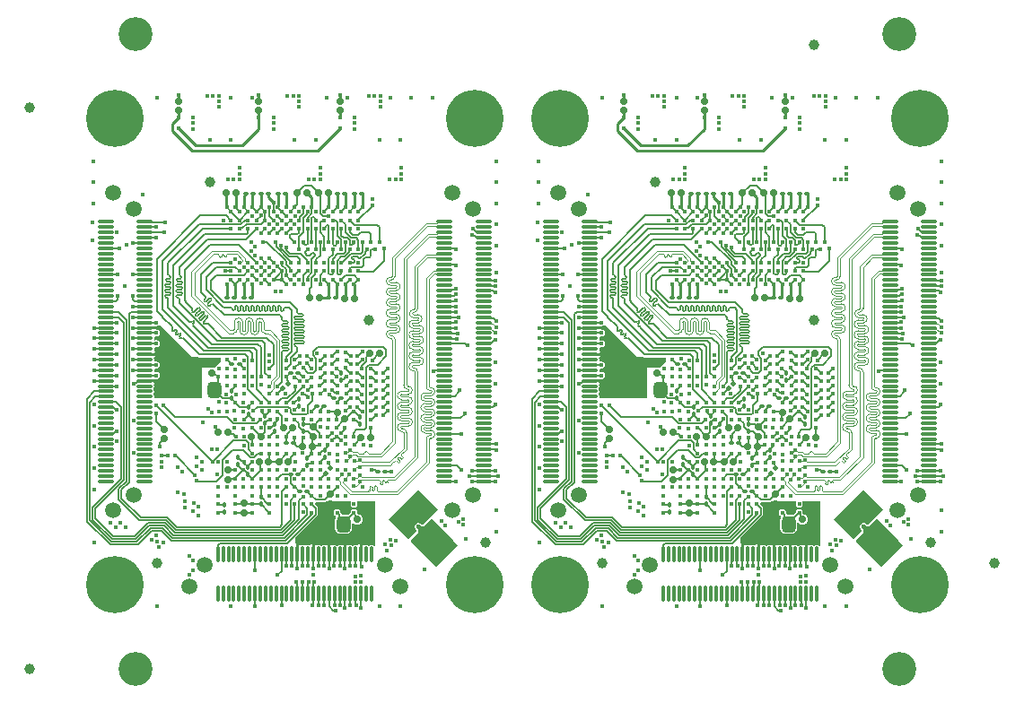
<source format=gbl>
G04*
G04 #@! TF.GenerationSoftware,Altium Limited,Altium Designer,22.4.2 (48)*
G04*
G04 Layer_Physical_Order=6*
G04 Layer_Color=16711680*
%FSAX24Y24*%
%MOIN*%
G70*
G04*
G04 #@! TF.SameCoordinates,7B9A2F56-D6BD-4FC4-B556-F90DD5F7C99A*
G04*
G04*
G04 #@! TF.FilePolarity,Positive*
G04*
G01*
G75*
%ADD10C,0.0394*%
%ADD11C,0.0039*%
%ADD13C,0.0050*%
G04:AMPARAMS|DCode=22|XSize=59.1mil|YSize=51.2mil|CornerRadius=12.8mil|HoleSize=0mil|Usage=FLASHONLY|Rotation=90.000|XOffset=0mil|YOffset=0mil|HoleType=Round|Shape=RoundedRectangle|*
%AMROUNDEDRECTD22*
21,1,0.0591,0.0256,0,0,90.0*
21,1,0.0335,0.0512,0,0,90.0*
1,1,0.0256,0.0128,0.0167*
1,1,0.0256,0.0128,-0.0167*
1,1,0.0256,-0.0128,-0.0167*
1,1,0.0256,-0.0128,0.0167*
%
%ADD22ROUNDEDRECTD22*%
G04:AMPARAMS|DCode=23|XSize=23.6mil|YSize=23.6mil|CornerRadius=5.9mil|HoleSize=0mil|Usage=FLASHONLY|Rotation=270.000|XOffset=0mil|YOffset=0mil|HoleType=Round|Shape=RoundedRectangle|*
%AMROUNDEDRECTD23*
21,1,0.0236,0.0118,0,0,270.0*
21,1,0.0118,0.0236,0,0,270.0*
1,1,0.0118,-0.0059,-0.0059*
1,1,0.0118,-0.0059,0.0059*
1,1,0.0118,0.0059,0.0059*
1,1,0.0118,0.0059,-0.0059*
%
%ADD23ROUNDEDRECTD23*%
G04:AMPARAMS|DCode=24|XSize=23.6mil|YSize=23.6mil|CornerRadius=5.9mil|HoleSize=0mil|Usage=FLASHONLY|Rotation=0.000|XOffset=0mil|YOffset=0mil|HoleType=Round|Shape=RoundedRectangle|*
%AMROUNDEDRECTD24*
21,1,0.0236,0.0118,0,0,0.0*
21,1,0.0118,0.0236,0,0,0.0*
1,1,0.0118,0.0059,-0.0059*
1,1,0.0118,-0.0059,-0.0059*
1,1,0.0118,-0.0059,0.0059*
1,1,0.0118,0.0059,0.0059*
%
%ADD24ROUNDEDRECTD24*%
G04:AMPARAMS|DCode=25|XSize=25.2mil|YSize=25.2mil|CornerRadius=6.3mil|HoleSize=0mil|Usage=FLASHONLY|Rotation=0.000|XOffset=0mil|YOffset=0mil|HoleType=Round|Shape=RoundedRectangle|*
%AMROUNDEDRECTD25*
21,1,0.0252,0.0126,0,0,0.0*
21,1,0.0126,0.0252,0,0,0.0*
1,1,0.0126,0.0063,-0.0063*
1,1,0.0126,-0.0063,-0.0063*
1,1,0.0126,-0.0063,0.0063*
1,1,0.0126,0.0063,0.0063*
%
%ADD25ROUNDEDRECTD25*%
G04:AMPARAMS|DCode=26|XSize=25.2mil|YSize=25.2mil|CornerRadius=6.3mil|HoleSize=0mil|Usage=FLASHONLY|Rotation=270.000|XOffset=0mil|YOffset=0mil|HoleType=Round|Shape=RoundedRectangle|*
%AMROUNDEDRECTD26*
21,1,0.0252,0.0126,0,0,270.0*
21,1,0.0126,0.0252,0,0,270.0*
1,1,0.0126,-0.0063,-0.0063*
1,1,0.0126,-0.0063,0.0063*
1,1,0.0126,0.0063,0.0063*
1,1,0.0126,0.0063,-0.0063*
%
%ADD26ROUNDEDRECTD26*%
G04:AMPARAMS|DCode=28|XSize=25.2mil|YSize=25.2mil|CornerRadius=6.3mil|HoleSize=0mil|Usage=FLASHONLY|Rotation=225.000|XOffset=0mil|YOffset=0mil|HoleType=Round|Shape=RoundedRectangle|*
%AMROUNDEDRECTD28*
21,1,0.0252,0.0126,0,0,225.0*
21,1,0.0126,0.0252,0,0,225.0*
1,1,0.0126,-0.0089,0.0000*
1,1,0.0126,0.0000,0.0089*
1,1,0.0126,0.0089,0.0000*
1,1,0.0126,0.0000,-0.0089*
%
%ADD28ROUNDEDRECTD28*%
G04:AMPARAMS|DCode=29|XSize=13.8mil|YSize=15.7mil|CornerRadius=3.4mil|HoleSize=0mil|Usage=FLASHONLY|Rotation=270.000|XOffset=0mil|YOffset=0mil|HoleType=Round|Shape=RoundedRectangle|*
%AMROUNDEDRECTD29*
21,1,0.0138,0.0089,0,0,270.0*
21,1,0.0069,0.0157,0,0,270.0*
1,1,0.0069,-0.0044,-0.0034*
1,1,0.0069,-0.0044,0.0034*
1,1,0.0069,0.0044,0.0034*
1,1,0.0069,0.0044,-0.0034*
%
%ADD29ROUNDEDRECTD29*%
G04:AMPARAMS|DCode=30|XSize=13.8mil|YSize=15.7mil|CornerRadius=3.4mil|HoleSize=0mil|Usage=FLASHONLY|Rotation=180.000|XOffset=0mil|YOffset=0mil|HoleType=Round|Shape=RoundedRectangle|*
%AMROUNDEDRECTD30*
21,1,0.0138,0.0089,0,0,180.0*
21,1,0.0069,0.0157,0,0,180.0*
1,1,0.0069,-0.0034,0.0044*
1,1,0.0069,0.0034,0.0044*
1,1,0.0069,0.0034,-0.0044*
1,1,0.0069,-0.0034,-0.0044*
%
%ADD30ROUNDEDRECTD30*%
G04:AMPARAMS|DCode=31|XSize=16.5mil|YSize=18.1mil|CornerRadius=4.1mil|HoleSize=0mil|Usage=FLASHONLY|Rotation=270.000|XOffset=0mil|YOffset=0mil|HoleType=Round|Shape=RoundedRectangle|*
%AMROUNDEDRECTD31*
21,1,0.0165,0.0098,0,0,270.0*
21,1,0.0083,0.0181,0,0,270.0*
1,1,0.0083,-0.0049,-0.0041*
1,1,0.0083,-0.0049,0.0041*
1,1,0.0083,0.0049,0.0041*
1,1,0.0083,0.0049,-0.0041*
%
%ADD31ROUNDEDRECTD31*%
%ADD33C,0.0157*%
%ADD41C,0.0100*%
%ADD44C,0.0075*%
%ADD45C,0.1260*%
%ADD46C,0.2126*%
%ADD47C,0.0591*%
%ADD48C,0.0160*%
G04:AMPARAMS|DCode=51|XSize=110.2mil|YSize=65mil|CornerRadius=8.1mil|HoleSize=0mil|Usage=FLASHONLY|Rotation=45.000|XOffset=0mil|YOffset=0mil|HoleType=Round|Shape=RoundedRectangle|*
%AMROUNDEDRECTD51*
21,1,0.1102,0.0487,0,0,45.0*
21,1,0.0940,0.0650,0,0,45.0*
1,1,0.0162,0.0505,0.0160*
1,1,0.0162,-0.0160,-0.0505*
1,1,0.0162,-0.0505,-0.0160*
1,1,0.0162,0.0160,0.0505*
%
%ADD51ROUNDEDRECTD51*%
G04:AMPARAMS|DCode=52|XSize=16.5mil|YSize=18.1mil|CornerRadius=4.1mil|HoleSize=0mil|Usage=FLASHONLY|Rotation=180.000|XOffset=0mil|YOffset=0mil|HoleType=Round|Shape=RoundedRectangle|*
%AMROUNDEDRECTD52*
21,1,0.0165,0.0098,0,0,180.0*
21,1,0.0083,0.0181,0,0,180.0*
1,1,0.0083,-0.0041,0.0049*
1,1,0.0083,0.0041,0.0049*
1,1,0.0083,0.0041,-0.0049*
1,1,0.0083,-0.0041,-0.0049*
%
%ADD52ROUNDEDRECTD52*%
G04:AMPARAMS|DCode=53|XSize=16.5mil|YSize=18.1mil|CornerRadius=4.1mil|HoleSize=0mil|Usage=FLASHONLY|Rotation=135.000|XOffset=0mil|YOffset=0mil|HoleType=Round|Shape=RoundedRectangle|*
%AMROUNDEDRECTD53*
21,1,0.0165,0.0098,0,0,135.0*
21,1,0.0083,0.0181,0,0,135.0*
1,1,0.0083,0.0006,0.0064*
1,1,0.0083,0.0064,0.0006*
1,1,0.0083,-0.0006,-0.0064*
1,1,0.0083,-0.0064,-0.0006*
%
%ADD53ROUNDEDRECTD53*%
G04:AMPARAMS|DCode=54|XSize=11.8mil|YSize=59.1mil|CornerRadius=3mil|HoleSize=0mil|Usage=FLASHONLY|Rotation=0.000|XOffset=0mil|YOffset=0mil|HoleType=Round|Shape=RoundedRectangle|*
%AMROUNDEDRECTD54*
21,1,0.0118,0.0531,0,0,0.0*
21,1,0.0059,0.0591,0,0,0.0*
1,1,0.0059,0.0030,-0.0266*
1,1,0.0059,-0.0030,-0.0266*
1,1,0.0059,-0.0030,0.0266*
1,1,0.0059,0.0030,0.0266*
%
%ADD54ROUNDEDRECTD54*%
G04:AMPARAMS|DCode=55|XSize=11.8mil|YSize=59.1mil|CornerRadius=3mil|HoleSize=0mil|Usage=FLASHONLY|Rotation=270.000|XOffset=0mil|YOffset=0mil|HoleType=Round|Shape=RoundedRectangle|*
%AMROUNDEDRECTD55*
21,1,0.0118,0.0531,0,0,270.0*
21,1,0.0059,0.0591,0,0,270.0*
1,1,0.0059,-0.0266,-0.0030*
1,1,0.0059,-0.0266,0.0030*
1,1,0.0059,0.0266,0.0030*
1,1,0.0059,0.0266,-0.0030*
%
%ADD55ROUNDEDRECTD55*%
%ADD56C,0.0079*%
%ADD57C,0.0080*%
G36*
X024518Y013573D02*
X024766D01*
X024813Y013563D01*
X025600D01*
Y013425D01*
X025374Y013199D01*
X024892D01*
Y012051D01*
X024882Y012047D01*
X023147D01*
X023122Y012077D01*
Y012136D01*
X023116Y012167D01*
X023116Y012168D01*
X023103Y012205D01*
X023116Y012242D01*
X023116Y012243D01*
X023122Y012274D01*
Y012333D01*
X023116Y012364D01*
X023116Y012364D01*
X023103Y012402D01*
X023116Y012439D01*
X023116Y012439D01*
X023122Y012470D01*
Y012530D01*
X023116Y012561D01*
X023116Y012562D01*
X023135Y012574D01*
X023163Y012617D01*
X023169Y012647D01*
X022776D01*
Y012747D01*
X023197D01*
X023217Y012764D01*
X023235D01*
X023282Y012783D01*
X023319Y012820D01*
X023339Y012868D01*
Y012920D01*
X023319Y012967D01*
X023282Y013004D01*
X023235Y013024D01*
X023183D01*
X023162Y013015D01*
X023121Y013052D01*
X023122Y013061D01*
Y013120D01*
X023121Y013129D01*
X023162Y013166D01*
X023183Y013157D01*
X023235D01*
X023282Y013177D01*
X023319Y013214D01*
X023339Y013262D01*
Y013313D01*
X023319Y013361D01*
X023282Y013398D01*
X023235Y013417D01*
X023183D01*
X023162Y013409D01*
X023121Y013446D01*
X023122Y013455D01*
Y013514D01*
X023116Y013545D01*
X023116Y013546D01*
X023135Y013558D01*
X023163Y013601D01*
X023169Y013631D01*
X022776D01*
Y013731D01*
X023169D01*
X023163Y013761D01*
X023135Y013804D01*
X023116Y013816D01*
X023116Y013817D01*
X023122Y013848D01*
Y013907D01*
X023121Y013916D01*
X023162Y013954D01*
X023183Y013945D01*
X023235D01*
X023282Y013965D01*
X023319Y014001D01*
X023339Y014049D01*
Y014101D01*
X023319Y014148D01*
X023282Y014185D01*
X023235Y014205D01*
X023183D01*
X023162Y014196D01*
X023121Y014233D01*
X023122Y014242D01*
Y014301D01*
X023121Y014310D01*
X023162Y014347D01*
X023183Y014339D01*
X023235D01*
X023282Y014358D01*
X023319Y014395D01*
X023339Y014443D01*
Y014494D01*
X023319Y014542D01*
X023282Y014579D01*
X023235Y014598D01*
X023217D01*
X023197Y014615D01*
X022776D01*
Y014715D01*
X023197D01*
X023217Y014732D01*
X023235D01*
X023239Y014734D01*
X023356D01*
X024518Y013573D01*
D02*
G37*
G36*
X007982D02*
X008231D01*
X008278Y013563D01*
X009065D01*
Y013425D01*
X008839Y013199D01*
X008356D01*
Y012051D01*
X008346Y012047D01*
X006611D01*
X006587Y012077D01*
Y012136D01*
X006581Y012167D01*
X006580Y012168D01*
X006567Y012205D01*
X006580Y012242D01*
X006581Y012243D01*
X006587Y012274D01*
Y012333D01*
X006581Y012364D01*
X006580Y012364D01*
X006567Y012402D01*
X006580Y012439D01*
X006581Y012439D01*
X006587Y012470D01*
Y012530D01*
X006581Y012561D01*
X006581Y012562D01*
X006599Y012574D01*
X006628Y012617D01*
X006634Y012647D01*
X006240D01*
Y012747D01*
X006662D01*
X006682Y012764D01*
X006699D01*
X006747Y012783D01*
X006783Y012820D01*
X006803Y012868D01*
Y012920D01*
X006783Y012967D01*
X006747Y013004D01*
X006699Y013024D01*
X006647D01*
X006626Y013015D01*
X006585Y013052D01*
X006587Y013061D01*
Y013120D01*
X006585Y013129D01*
X006626Y013166D01*
X006647Y013157D01*
X006699D01*
X006747Y013177D01*
X006783Y013214D01*
X006803Y013262D01*
Y013313D01*
X006783Y013361D01*
X006747Y013398D01*
X006699Y013417D01*
X006647D01*
X006626Y013409D01*
X006585Y013446D01*
X006587Y013455D01*
Y013514D01*
X006581Y013545D01*
X006581Y013546D01*
X006599Y013558D01*
X006628Y013601D01*
X006634Y013631D01*
X006240D01*
Y013731D01*
X006634D01*
X006628Y013761D01*
X006599Y013804D01*
X006581Y013816D01*
X006581Y013817D01*
X006587Y013848D01*
Y013907D01*
X006585Y013916D01*
X006626Y013954D01*
X006647Y013945D01*
X006699D01*
X006747Y013965D01*
X006783Y014001D01*
X006803Y014049D01*
Y014101D01*
X006783Y014148D01*
X006747Y014185D01*
X006699Y014205D01*
X006647D01*
X006626Y014196D01*
X006585Y014233D01*
X006587Y014242D01*
Y014301D01*
X006585Y014310D01*
X006626Y014347D01*
X006647Y014339D01*
X006699D01*
X006747Y014358D01*
X006783Y014395D01*
X006803Y014443D01*
Y014494D01*
X006783Y014542D01*
X006747Y014579D01*
X006699Y014598D01*
X006682D01*
X006662Y014615D01*
X006240D01*
Y014715D01*
X006662D01*
X006682Y014732D01*
X006699D01*
X006704Y014734D01*
X006821D01*
X007982Y013573D01*
D02*
G37*
G36*
X031348Y006557D02*
X031298Y006547D01*
X031288Y006563D01*
X031261Y006581D01*
X031230Y006587D01*
X031171D01*
X031140Y006581D01*
X031114Y006563D01*
X031091D01*
X031065Y006581D01*
X031033Y006587D01*
X030974D01*
X030943Y006581D01*
X030942Y006581D01*
X030930Y006599D01*
X030887Y006628D01*
X030857Y006634D01*
Y006240D01*
X030757D01*
Y006634D01*
X030727Y006628D01*
X030684Y006599D01*
X030672Y006581D01*
X030671Y006581D01*
X030640Y006587D01*
X030581D01*
X030550Y006581D01*
X030523Y006563D01*
X030500D01*
X030474Y006581D01*
X030443Y006587D01*
X030384D01*
X030353Y006581D01*
X030352Y006581D01*
X030339Y006599D01*
X030297Y006628D01*
X030267Y006634D01*
Y006240D01*
X030167D01*
Y006634D01*
X030136Y006628D01*
X030094Y006599D01*
X030081Y006581D01*
X030080Y006581D01*
X030049Y006587D01*
X029990D01*
X029959Y006581D01*
X029933Y006563D01*
X029910D01*
X029883Y006581D01*
X029852Y006587D01*
X029793D01*
X029762Y006581D01*
X029761Y006581D01*
X029749Y006599D01*
X029706Y006628D01*
X029676Y006634D01*
Y006240D01*
X029576D01*
Y006634D01*
X029546Y006628D01*
X029503Y006599D01*
X029491Y006581D01*
X029490Y006581D01*
X029459Y006587D01*
X029400D01*
X029369Y006581D01*
X029342Y006563D01*
X029319D01*
X029293Y006581D01*
X029262Y006587D01*
X029203D01*
X029172Y006581D01*
X029171Y006581D01*
X029158Y006599D01*
X029116Y006628D01*
X029085Y006634D01*
Y006240D01*
X028985D01*
Y006634D01*
X028955Y006628D01*
X028913Y006599D01*
X028900Y006581D01*
X028899Y006581D01*
X028868Y006587D01*
X028809D01*
X028778Y006581D01*
X028777Y006580D01*
X028740Y006567D01*
X028703Y006580D01*
X028702Y006581D01*
X028671Y006587D01*
X028612D01*
X028581Y006581D01*
X028580Y006581D01*
X028568Y006599D01*
X028525Y006628D01*
X028495Y006634D01*
Y006240D01*
X028395D01*
Y006654D01*
X028376Y006670D01*
Y006868D01*
X029185Y007677D01*
X029202Y007702D01*
X029208Y007731D01*
Y007955D01*
X029202Y007985D01*
X029185Y008009D01*
X029106Y008088D01*
Y008136D01*
X029101Y008149D01*
X029123Y008181D01*
X029137Y008194D01*
X029457D01*
X029486Y008200D01*
X029511Y008216D01*
X029523Y008228D01*
X030415D01*
X030429Y008204D01*
X030439Y008178D01*
X030421Y008136D01*
Y008084D01*
X030441Y008037D01*
X030478Y008000D01*
X030525Y007980D01*
X030577D01*
X030625Y008000D01*
X030661Y008037D01*
X030681Y008084D01*
Y008136D01*
X030664Y008178D01*
X030673Y008204D01*
X030688Y008228D01*
X031348D01*
Y006557D01*
D02*
G37*
G36*
X014813D02*
X014763Y006547D01*
X014752Y006563D01*
X014726Y006581D01*
X014695Y006587D01*
X014636D01*
X014605Y006581D01*
X014578Y006563D01*
X014555D01*
X014529Y006581D01*
X014498Y006587D01*
X014439D01*
X014408Y006581D01*
X014407Y006581D01*
X014395Y006599D01*
X014352Y006628D01*
X014322Y006634D01*
Y006240D01*
X014222D01*
Y006634D01*
X014192Y006628D01*
X014149Y006599D01*
X014137Y006581D01*
X014135Y006581D01*
X014104Y006587D01*
X014045D01*
X014014Y006581D01*
X013988Y006563D01*
X013965D01*
X013939Y006581D01*
X013907Y006587D01*
X013848D01*
X013817Y006581D01*
X013816Y006581D01*
X013804Y006599D01*
X013761Y006628D01*
X013731Y006634D01*
Y006240D01*
X013631D01*
Y006634D01*
X013601Y006628D01*
X013558Y006599D01*
X013546Y006581D01*
X013545Y006581D01*
X013514Y006587D01*
X013455D01*
X013424Y006581D01*
X013397Y006563D01*
X013374D01*
X013348Y006581D01*
X013317Y006587D01*
X013258D01*
X013227Y006581D01*
X013226Y006581D01*
X013213Y006599D01*
X013171Y006628D01*
X013141Y006634D01*
Y006240D01*
X013041D01*
Y006634D01*
X013010Y006628D01*
X012968Y006599D01*
X012955Y006581D01*
X012954Y006581D01*
X012923Y006587D01*
X012864D01*
X012833Y006581D01*
X012807Y006563D01*
X012784D01*
X012757Y006581D01*
X012726Y006587D01*
X012667D01*
X012636Y006581D01*
X012635Y006581D01*
X012623Y006599D01*
X012580Y006628D01*
X012550Y006634D01*
Y006240D01*
X012450D01*
Y006634D01*
X012420Y006628D01*
X012377Y006599D01*
X012365Y006581D01*
X012364Y006581D01*
X012333Y006587D01*
X012274D01*
X012243Y006581D01*
X012242Y006580D01*
X012205Y006567D01*
X012168Y006580D01*
X012167Y006581D01*
X012136Y006587D01*
X012077D01*
X012046Y006581D01*
X012045Y006581D01*
X012032Y006599D01*
X011990Y006628D01*
X011959Y006634D01*
Y006240D01*
X011859D01*
Y006654D01*
X011841Y006670D01*
Y006868D01*
X012650Y007677D01*
X012667Y007702D01*
X012672Y007731D01*
Y007955D01*
X012667Y007985D01*
X012650Y008009D01*
X012571Y008088D01*
Y008136D01*
X012566Y008149D01*
X012588Y008181D01*
X012601Y008194D01*
X012922D01*
X012951Y008200D01*
X012976Y008216D01*
X012988Y008228D01*
X013879D01*
X013894Y008204D01*
X013903Y008178D01*
X013886Y008136D01*
Y008084D01*
X013906Y008037D01*
X013942Y008000D01*
X013990Y007980D01*
X014042D01*
X014089Y008000D01*
X014126Y008037D01*
X014146Y008084D01*
Y008136D01*
X014128Y008178D01*
X014138Y008204D01*
X014152Y008228D01*
X014813D01*
Y006557D01*
D02*
G37*
G36*
X033681Y007904D02*
X033112Y007335D01*
X033053Y007347D01*
X033053Y007347D01*
X033017Y007384D01*
X032969Y007404D01*
X032917D01*
X032869Y007384D01*
X032833Y007347D01*
X032813Y007299D01*
Y007248D01*
X032833Y007200D01*
X032869Y007163D01*
X032870Y007163D01*
X032882Y007104D01*
X032579Y006801D01*
X031842Y007537D01*
X032945Y008640D01*
X033681Y007904D01*
D02*
G37*
G36*
X017146D02*
X016577Y007335D01*
X016518Y007347D01*
X016518Y007347D01*
X016481Y007384D01*
X016433Y007404D01*
X016382D01*
X016334Y007384D01*
X016297Y007347D01*
X016277Y007299D01*
Y007248D01*
X016297Y007200D01*
X016334Y007163D01*
X016335Y007163D01*
X016346Y007104D01*
X016043Y006801D01*
X015307Y007537D01*
X016409Y008640D01*
X017146Y007904D01*
D02*
G37*
G36*
X034231Y006763D02*
X034400Y006594D01*
X033593Y005787D01*
X032652Y006728D01*
X032652Y006798D01*
X032920Y007066D01*
X032922Y007071D01*
X032927Y007074D01*
X032930Y007090D01*
X032936Y007104D01*
X032934Y007109D01*
X032935Y007115D01*
X032923Y007174D01*
X032920Y007178D01*
X032920Y007184D01*
X032911Y007192D01*
X032908Y007202D01*
X032879Y007231D01*
X032867Y007259D01*
Y007289D01*
X032879Y007317D01*
X032900Y007338D01*
X032928Y007350D01*
X032958D01*
X032986Y007338D01*
X033015Y007309D01*
X033024Y007305D01*
X033033Y007297D01*
X033038Y007297D01*
X033043Y007293D01*
X033102Y007282D01*
X033107Y007283D01*
X033112Y007281D01*
X033127Y007287D01*
X033142Y007290D01*
X033146Y007294D01*
X033151Y007297D01*
X033424Y007570D01*
X034231Y006763D01*
D02*
G37*
G36*
X017696D02*
X017864Y006594D01*
X017057Y005787D01*
X016117Y006728D01*
X016117Y006798D01*
X016385Y007066D01*
X016387Y007071D01*
X016391Y007074D01*
X016394Y007090D01*
X016400Y007104D01*
X016398Y007109D01*
X016399Y007115D01*
X016388Y007174D01*
X016385Y007178D01*
X016385Y007184D01*
X016376Y007192D01*
X016372Y007202D01*
X016343Y007231D01*
X016332Y007259D01*
Y007289D01*
X016343Y007317D01*
X016365Y007338D01*
X016392Y007350D01*
X016423D01*
X016450Y007338D01*
X016479Y007309D01*
X016489Y007305D01*
X016497Y007297D01*
X016503Y007297D01*
X016507Y007293D01*
X016566Y007282D01*
X016572Y007283D01*
X016577Y007281D01*
X016592Y007287D01*
X016607Y007290D01*
X016610Y007294D01*
X016615Y007297D01*
X016889Y007570D01*
X017696Y006763D01*
D02*
G37*
%LPC*%
G36*
X029947Y007925D02*
X029895D01*
X029848Y007905D01*
X029811Y007869D01*
X029791Y007821D01*
Y007769D01*
X029811Y007722D01*
X029848Y007685D01*
X029857Y007681D01*
X029876Y007619D01*
X029862Y007599D01*
X029848Y007530D01*
Y007195D01*
X029862Y007125D01*
X029901Y007067D01*
X029960Y007027D01*
X030030Y007013D01*
X030285D01*
X030355Y007027D01*
X030414Y007067D01*
X030453Y007125D01*
X030467Y007195D01*
Y007401D01*
X030517Y007416D01*
X030531Y007395D01*
X030568Y007370D01*
X030612Y007361D01*
X030738D01*
X030782Y007370D01*
X030820Y007395D01*
X030845Y007432D01*
X030853Y007476D01*
Y007602D01*
X030845Y007646D01*
X030820Y007684D01*
X030782Y007709D01*
X030738Y007718D01*
X030704D01*
X030700Y007736D01*
X030681Y007766D01*
X030680Y007766D01*
X030681Y007769D01*
Y007821D01*
X030661Y007869D01*
X030625Y007905D01*
X030577Y007925D01*
X030525D01*
X030478Y007905D01*
X030441Y007869D01*
X030421Y007821D01*
Y007795D01*
X030329Y007702D01*
X030285Y007711D01*
X030102D01*
X030097Y007740D01*
X030077Y007770D01*
X030051Y007795D01*
Y007821D01*
X030031Y007869D01*
X029995Y007905D01*
X029947Y007925D01*
D02*
G37*
G36*
X013412D02*
X013360D01*
X013312Y007905D01*
X013276Y007869D01*
X013256Y007821D01*
Y007769D01*
X013276Y007722D01*
X013312Y007685D01*
X013321Y007681D01*
X013340Y007619D01*
X013326Y007599D01*
X013313Y007530D01*
Y007195D01*
X013326Y007125D01*
X013366Y007067D01*
X013425Y007027D01*
X013494Y007013D01*
X013750D01*
X013819Y007027D01*
X013878Y007067D01*
X013918Y007125D01*
X013931Y007195D01*
Y007401D01*
X013981Y007416D01*
X013995Y007395D01*
X014033Y007370D01*
X014077Y007361D01*
X014203D01*
X014247Y007370D01*
X014284Y007395D01*
X014309Y007432D01*
X014318Y007476D01*
Y007602D01*
X014309Y007646D01*
X014284Y007684D01*
X014247Y007709D01*
X014203Y007718D01*
X014169D01*
X014165Y007736D01*
X014145Y007766D01*
X014145Y007766D01*
X014146Y007769D01*
Y007821D01*
X014126Y007869D01*
X014089Y007905D01*
X014042Y007925D01*
X013990D01*
X013942Y007905D01*
X013906Y007869D01*
X013886Y007821D01*
Y007795D01*
X013793Y007702D01*
X013750Y007711D01*
X013567D01*
X013561Y007740D01*
X013541Y007770D01*
X013516Y007795D01*
Y007821D01*
X013496Y007869D01*
X013459Y007905D01*
X013412Y007925D01*
D02*
G37*
%LPD*%
D10*
X037795Y005906D02*
D03*
X001969Y022835D02*
D03*
X001969Y001969D02*
D03*
X031102Y025197D02*
D03*
X018898Y006693D02*
D03*
X006693Y005906D02*
D03*
X014567Y014961D02*
D03*
X008661Y020079D02*
D03*
X035433Y006693D02*
D03*
X023228Y005906D02*
D03*
X031102Y014961D02*
D03*
X025197Y020079D02*
D03*
D11*
X010561Y014616D02*
G03*
X010713Y014463I000153J000000D01*
G01*
X010561Y014871D02*
G03*
X010472Y014871I-000045J000000D01*
G01*
X010166Y014558D02*
G03*
X010472Y014558I000153J000000D01*
G01*
X010166Y014878D02*
G03*
X010077Y014878I-000045J000000D01*
G01*
X009772Y014558D02*
G03*
X010077Y014558I000153J000000D01*
G01*
X009772Y014878D02*
G03*
X009683Y014878I-000045J000000D01*
G01*
X009530Y014463D02*
G03*
X009683Y014616I000000J000153D01*
G01*
X010669D02*
G03*
X010713Y014571I000045J000000D01*
G01*
X010669Y014871D02*
G03*
X010364Y014871I-000153J000000D01*
G01*
X010274Y014558D02*
G03*
X010364Y014558I000045J000000D01*
G01*
X010274Y014878D02*
G03*
X009969Y014878I-000153J000000D01*
G01*
X009880Y014558D02*
G03*
X009969Y014558I000045J000000D01*
G01*
X009880Y014878D02*
G03*
X009575Y014878I-000153J000000D01*
G01*
X009530Y014571D02*
G03*
X009575Y014616I000000J000045D01*
G01*
X009317Y017405D02*
G03*
X009273Y017361I000000J-000045D01*
G01*
X009183Y017323D02*
G03*
X009273Y017323I000045J000000D01*
G01*
X009183Y017352D02*
G03*
X009094Y017352I-000045J000000D01*
G01*
X009004Y017319D02*
G03*
X009094Y017319I000045J000000D01*
G01*
X009004Y017361D02*
G03*
X008960Y017405I-000045J000000D01*
G01*
X014552Y008586D02*
G03*
X014596Y008631I000000J000045D01*
G01*
X014686Y008747D02*
G03*
X014596Y008747I-000045J000000D01*
G01*
X014686Y008639D02*
G03*
X014775Y008639I000045J000000D01*
G01*
X014865Y008756D02*
G03*
X014775Y008756I-000045J000000D01*
G01*
X014865Y008631D02*
G03*
X014909Y008586I000045J000000D01*
G01*
X016802Y012487D02*
G03*
X016846Y012443I000045J000000D01*
G01*
X016864Y012138D02*
G03*
X016864Y012443I000000J000153D01*
G01*
X016651Y012138D02*
G03*
X016651Y012048I000000J-000045D01*
G01*
X016864Y011743D02*
G03*
X016864Y012048I000000J000153D01*
G01*
X016651Y011743D02*
G03*
X016651Y011654I000000J-000045D01*
G01*
X016864Y011349D02*
G03*
X016864Y011654I000000J000153D01*
G01*
X016651Y011349D02*
G03*
X016651Y011259I000000J-000045D01*
G01*
X016864Y010954D02*
G03*
X016864Y011259I000000J000153D01*
G01*
X016651Y010954D02*
G03*
X016651Y010865I000000J-000045D01*
G01*
X016864Y010560D02*
G03*
X016864Y010865I000000J000153D01*
G01*
X016846Y010560D02*
G03*
X016802Y010515I000000J-000045D01*
G01*
X016694Y012487D02*
G03*
X016846Y012335I000153J000000D01*
G01*
X016864Y012246D02*
G03*
X016864Y012335I000000J000045D01*
G01*
X016651Y012246D02*
G03*
X016651Y011940I000000J-000153D01*
G01*
X016864Y011851D02*
G03*
X016864Y011940I000000J000045D01*
G01*
X016651Y011851D02*
G03*
X016651Y011546I000000J-000153D01*
G01*
X016864Y011457D02*
G03*
X016864Y011546I000000J000045D01*
G01*
X016651Y011457D02*
G03*
X016651Y011151I000000J-000153D01*
G01*
X016864Y011062D02*
G03*
X016864Y011151I000000J000045D01*
G01*
X016651Y011062D02*
G03*
X016651Y010757I000000J-000153D01*
G01*
X016864Y010668D02*
G03*
X016864Y010757I000000J000045D01*
G01*
X016846Y010668D02*
G03*
X016694Y010515I000000J-000153D01*
G01*
X015303Y009011D02*
G03*
X015258Y008966I000000J-000045D01*
G01*
X015169Y008933D02*
G03*
X015258Y008933I000045J000000D01*
G01*
X015169Y008958D02*
G03*
X015079Y008958I-000045J000000D01*
G01*
X014990Y008864D02*
G03*
X015079Y008864I000045J000000D01*
G01*
X014990Y008966D02*
G03*
X014945Y009011I-000045J000000D01*
G01*
X016229Y015241D02*
G03*
X016381Y015394I000000J000153D01*
G01*
X016229Y015241D02*
G03*
X016229Y015152I000000J-000045D01*
G01*
X016384Y014847D02*
G03*
X016384Y015152I000000J000153D01*
G01*
X016210Y014847D02*
G03*
X016210Y014757I000000J-000045D01*
G01*
X016443Y014452D02*
G03*
X016443Y014757I000000J000153D01*
G01*
X016210Y014452D02*
G03*
X016210Y014363I000000J-000045D01*
G01*
X016443Y014058D02*
G03*
X016443Y014363I000000J000153D01*
G01*
X016210Y014058D02*
G03*
X016210Y013968I000000J-000045D01*
G01*
X016443Y013663D02*
G03*
X016443Y013968I000000J000153D01*
G01*
X016210Y013663D02*
G03*
X016210Y013574I000000J-000045D01*
G01*
X016443Y013269D02*
G03*
X016443Y013574I000000J000153D01*
G01*
X016210Y013269D02*
G03*
X016210Y013180I000000J-000045D01*
G01*
X016381Y013027D02*
G03*
X016229Y013180I-000153J000000D01*
G01*
Y015349D02*
G03*
X016273Y015394I000000J000045D01*
G01*
X016229Y015349D02*
G03*
X016229Y015044I000000J-000153D01*
G01*
X016384Y014955D02*
G03*
X016384Y015044I000000J000045D01*
G01*
X016210Y014955D02*
G03*
X016210Y014650I000000J-000153D01*
G01*
X016443Y014560D02*
G03*
X016443Y014650I000000J000045D01*
G01*
X016210Y014560D02*
G03*
X016210Y014255I000000J-000153D01*
G01*
X016443Y014166D02*
G03*
X016443Y014255I000000J000045D01*
G01*
X016210Y014166D02*
G03*
X016210Y013861I000000J-000153D01*
G01*
X016443Y013771D02*
G03*
X016443Y013861I000000J000045D01*
G01*
X016210Y013771D02*
G03*
X016210Y013466I000000J-000153D01*
G01*
X016443Y013377D02*
G03*
X016443Y013466I000000J000045D01*
G01*
X016210Y013377D02*
G03*
X016210Y013072I000000J-000153D01*
G01*
X016273Y013027D02*
G03*
X016229Y013072I-000045J000000D01*
G01*
X015853Y010769D02*
G03*
X015808Y010814I-000045J000000D01*
G01*
X015780Y011119D02*
G03*
X015780Y010814I000000J-000153D01*
G01*
X016027Y011119D02*
G03*
X016027Y011208I000000J000045D01*
G01*
X015780Y011514D02*
G03*
X015780Y011208I000000J-000153D01*
G01*
X016027Y011514D02*
G03*
X016027Y011603I000000J000045D01*
G01*
X015780Y011908D02*
G03*
X015780Y011603I000000J-000153D01*
G01*
X016027Y011908D02*
G03*
X016027Y011997I000000J000045D01*
G01*
X015780Y012303D02*
G03*
X015780Y011997I000000J-000153D01*
G01*
X016027Y012303D02*
G03*
X016027Y012392I000000J000045D01*
G01*
X015853Y012544D02*
G03*
X016006Y012392I000153J000000D01*
G01*
X015961Y010769D02*
G03*
X015808Y010922I-000153J000000D01*
G01*
X015780Y011011D02*
G03*
X015780Y010922I000000J-000045D01*
G01*
X016027Y011011D02*
G03*
X016027Y011316I000000J000153D01*
G01*
X015780Y011406D02*
G03*
X015780Y011316I000000J-000045D01*
G01*
X016027Y011406D02*
G03*
X016027Y011711I000000J000153D01*
G01*
X015780Y011800D02*
G03*
X015780Y011711I000000J-000045D01*
G01*
X016027Y011800D02*
G03*
X016027Y012105I000000J000153D01*
G01*
X015780Y012195D02*
G03*
X015780Y012105I000000J-000045D01*
G01*
X016027Y012195D02*
G03*
X016027Y012500I000000J000153D01*
G01*
X015961Y012544D02*
G03*
X016006Y012500I000045J000000D01*
G01*
X015779Y009967D02*
G03*
X015779Y009904I000032J-000032D01*
G01*
X015830Y009789D02*
G03*
X015830Y009852I-000032J000032D01*
G01*
X015767Y009789D02*
G03*
X015830Y009789I000032J000032D01*
G01*
X015721Y009835D02*
G03*
X015658Y009835I-000032J-000032D01*
G01*
X015658Y009835D02*
G03*
X015658Y009771I000032J-000032D01*
G01*
X015716Y009650D02*
G03*
X015716Y009713I-000032J000032D01*
G01*
X015653Y009650D02*
G03*
X015716Y009650I000032J000032D01*
G01*
X015589Y009714D02*
G03*
X015526Y009714I-000032J-000032D01*
G01*
X015385Y016442D02*
G03*
X015538Y016595I000000J000153D01*
G01*
X015366Y016442D02*
G03*
X015366Y016353I000000J-000045D01*
G01*
X015574Y016048D02*
G03*
X015574Y016353I000000J000153D01*
G01*
X015366Y016048D02*
G03*
X015366Y015958I000000J-000045D01*
G01*
X015574Y015653D02*
G03*
X015574Y015958I000000J000153D01*
G01*
X015366Y015653D02*
G03*
X015366Y015564I000000J-000045D01*
G01*
X015574Y015259D02*
G03*
X015574Y015564I000000J000153D01*
G01*
X015366Y015259D02*
G03*
X015366Y015169I000000J-000045D01*
G01*
X015574Y014864D02*
G03*
X015574Y015169I000000J000153D01*
G01*
X015366Y014864D02*
G03*
X015366Y014775I000000J-000045D01*
G01*
X015574Y014470D02*
G03*
X015574Y014775I000000J000153D01*
G01*
X015366Y014470D02*
G03*
X015366Y014380I000000J-000045D01*
G01*
X015538Y014228D02*
G03*
X015385Y014380I-000153J000000D01*
G01*
Y016550D02*
G03*
X015430Y016595I000000J000045D01*
G01*
X015366Y016550D02*
G03*
X015366Y016245I000000J-000153D01*
G01*
X015574Y016156D02*
G03*
X015574Y016245I000000J000045D01*
G01*
X015366Y016156D02*
G03*
X015366Y015850I000000J-000153D01*
G01*
X015574Y015761D02*
G03*
X015574Y015850I000000J000045D01*
G01*
X015366Y015761D02*
G03*
X015366Y015456I000000J-000153D01*
G01*
X015574Y015367D02*
G03*
X015574Y015456I000000J000045D01*
G01*
X015366Y015367D02*
G03*
X015366Y015061I000000J-000153D01*
G01*
X015574Y014972D02*
G03*
X015574Y015061I000000J000045D01*
G01*
X015366Y014972D02*
G03*
X015366Y014667I000000J-000153D01*
G01*
X015574Y014578D02*
G03*
X015574Y014667I000000J000045D01*
G01*
X015366Y014578D02*
G03*
X015366Y014273I000000J-000153D01*
G01*
X015430Y014228D02*
G03*
X015385Y014273I-000045J000000D01*
G01*
X014510Y010041D02*
G03*
X014554Y009996I000045J000000D01*
G01*
X014510Y010041D02*
G03*
X014420Y010041I-000045J000000D01*
G01*
X014376Y009996D02*
G03*
X014420Y010041I000000J000045D01*
G01*
X018839Y014665D02*
X019080D01*
X019152Y014829D02*
X019283Y014698D01*
X018872Y014829D02*
X019152D01*
X018839Y014862D02*
X018872Y014829D01*
X019257Y014488D02*
X019282D01*
X019080Y014665D02*
X019257Y014488D01*
X010926Y014385D02*
X011125Y014186D01*
X010848Y014463D02*
X010926Y014385D01*
X010713Y014463D02*
X010848D01*
X010561Y014616D02*
Y014871D01*
X010472Y014558D02*
Y014871D01*
X010166Y014558D02*
Y014878D01*
X010077Y014558D02*
Y014878D01*
X009772Y014558D02*
Y014878D01*
X009683Y014616D02*
Y014878D01*
X009456Y014463D02*
X009530D01*
X010893Y014571D02*
X010963Y014501D01*
X010713Y014571D02*
X010893D01*
X010669Y014616D02*
Y014871D01*
X010364Y014558D02*
Y014871D01*
X010274Y014558D02*
Y014878D01*
X009969Y014558D02*
Y014878D01*
X009880Y014558D02*
Y014878D01*
X009575Y014616D02*
Y014878D01*
X009456Y014571D02*
X009530D01*
X009317Y017405D02*
X009429D01*
X009273Y017323D02*
Y017361D01*
X009183Y017323D02*
Y017352D01*
X009094Y017319D02*
Y017352D01*
X009004Y017319D02*
Y017361D01*
X008851Y017405D02*
X008960D01*
X009429D02*
X009655D01*
X008788D02*
X008851D01*
X009358Y014463D02*
X009456D01*
X010963Y014501D02*
X011233Y014231D01*
X009403Y014571D02*
X009456D01*
X014378Y008586D02*
X014552D01*
X014596Y008631D02*
Y008747D01*
X014686Y008639D02*
Y008747D01*
X014775Y008639D02*
Y008756D01*
X014865Y008631D02*
Y008756D01*
X014909Y008586D02*
X015018D01*
X015589D01*
X013919D02*
X014378D01*
X016802Y012487D02*
Y012824D01*
X016846Y012443D02*
X016864D01*
X016651Y012138D02*
X016864D01*
X016651Y012048D02*
X016864D01*
X016651Y011743D02*
X016864D01*
X016651Y011654D02*
X016864D01*
X016651Y011349D02*
X016864D01*
X016651Y011259D02*
X016864D01*
X016651Y010954D02*
X016864D01*
X016651Y010865D02*
X016864D01*
X016846Y010560D02*
X016864D01*
X016802Y010244D02*
Y010515D01*
X016694Y012487D02*
Y012824D01*
X016846Y012335D02*
X016864D01*
X016651Y012246D02*
X016864D01*
X016651Y011940D02*
X016864D01*
X016651Y011851D02*
X016864D01*
X016651Y011546D02*
X016864D01*
X016651Y011457D02*
X016864D01*
X016651Y011151D02*
X016864D01*
X016651Y011062D02*
X016864D01*
X016651Y010757D02*
X016864D01*
X016846Y010668D02*
X016864D01*
X016694Y010244D02*
Y010515D01*
X016802Y012824D02*
Y016482D01*
Y009646D02*
Y010244D01*
X016694Y012824D02*
Y016527D01*
Y009691D02*
Y010244D01*
X015303Y009011D02*
X015493D01*
X015258Y008933D02*
Y008966D01*
X015169Y008933D02*
Y008958D01*
X015079Y008864D02*
Y008958D01*
X014990Y008864D02*
Y008966D01*
X014836Y009011D02*
X014945D01*
X015493D02*
X015537D01*
X014304D02*
X014836D01*
X016381Y015394D02*
Y015935D01*
X016229Y015241D02*
X016229D01*
X016229Y015152D02*
X016384D01*
X016210Y014847D02*
X016384D01*
X016210Y014757D02*
X016443D01*
X016210Y014452D02*
X016443D01*
X016210Y014363D02*
X016443D01*
X016210Y014058D02*
X016443D01*
X016210Y013968D02*
X016443D01*
X016210Y013663D02*
X016443D01*
X016210Y013574D02*
X016443D01*
X016210Y013269D02*
X016443D01*
X016210Y013180D02*
X016229D01*
X016381Y012953D02*
Y013027D01*
X016273Y015394D02*
Y015935D01*
X016229Y015349D02*
X016229D01*
X016229Y015044D02*
X016384D01*
X016210Y014955D02*
X016384D01*
X016210Y014650D02*
X016443D01*
X016210Y014560D02*
X016443D01*
X016210Y014255D02*
X016443D01*
X016210Y014166D02*
X016443D01*
X016210Y013861D02*
X016443D01*
X016210Y013771D02*
X016443D01*
X016210Y013466D02*
X016443D01*
X016210Y013377D02*
X016443D01*
X016210Y013072D02*
X016229D01*
X016273Y012953D02*
Y013027D01*
X016381Y015935D02*
Y016905D01*
Y009855D02*
Y012953D01*
X016273Y015935D02*
Y016950D01*
Y009900D02*
Y012953D01*
X015853Y010433D02*
Y010769D01*
X015780Y010814D02*
X015808D01*
X015780Y011119D02*
X016027D01*
X015780Y011208D02*
X016027D01*
X015780Y011514D02*
X016027D01*
X015780Y011603D02*
X016027D01*
X015780Y011908D02*
X016027D01*
X015780Y011997D02*
X016027D01*
X015780Y012303D02*
X016027D01*
X016006Y012392D02*
X016027D01*
X015853Y012544D02*
Y012618D01*
X015961Y010433D02*
Y010769D01*
X015780Y010922D02*
X015808D01*
X015780Y011011D02*
X016027D01*
X015780Y011316D02*
X016027D01*
X015780Y011406D02*
X016027D01*
X015780Y011711D02*
X016027D01*
X015780Y011800D02*
X016027D01*
X015780Y012105D02*
X016027D01*
X015780Y012195D02*
X016027D01*
X016006Y012500D02*
X016027D01*
X015961Y012544D02*
Y012618D01*
X015853Y010194D02*
Y010433D01*
Y012618D02*
Y017251D01*
X015961Y010149D02*
Y010433D01*
Y012618D02*
Y017206D01*
X015779Y009967D02*
X015898Y010087D01*
X015779Y009904D02*
X015779Y009904D01*
X015830Y009852D01*
X015721Y009835D02*
X015767Y009789D01*
X015658Y009835D02*
X015658Y009835D01*
X015658Y009771D02*
X015716Y009713D01*
X015589Y009714D02*
X015653Y009650D01*
X015449Y009637D02*
X015526Y009714D01*
X015898Y010087D02*
X015961Y010149D01*
X015374Y009562D02*
X015449Y009637D01*
X014023Y009407D02*
X014104Y009488D01*
X014209Y009721D02*
X014232Y009744D01*
X014044Y009721D02*
X014209D01*
X014023Y009700D02*
X014044Y009721D01*
X014023Y009384D02*
Y009407D01*
X014104Y009488D02*
X014232D01*
X015329Y009670D02*
X015853Y010194D01*
X014232Y009742D02*
Y009744D01*
X017140Y018209D02*
X017382D01*
X017096Y018056D02*
X017140Y018012D01*
X016766Y018164D02*
X017096D01*
X014240Y009500D02*
X014243D01*
X014304Y009670D02*
X015329D01*
X015961Y017206D02*
X016811Y018056D01*
X015853Y017251D02*
X016766Y018164D01*
X017096D02*
X017140Y018209D01*
X014304Y009562D02*
X015374D01*
X014243Y009500D02*
X014304Y009562D01*
X016811Y018056D02*
X017096D01*
X014232Y009742D02*
X014304Y009670D01*
X017140Y018012D02*
X017382D01*
X015538Y016595D02*
Y017012D01*
X015366Y016442D02*
X015385D01*
X015366Y016353D02*
X015574D01*
X015366Y016048D02*
X015574D01*
X015366Y015958D02*
X015574D01*
X015366Y015653D02*
X015574D01*
X015366Y015564D02*
X015574D01*
X015366Y015259D02*
X015574D01*
X015366Y015169D02*
X015574D01*
X015366Y014864D02*
X015574D01*
X015366Y014775D02*
X015574D01*
X015366Y014470D02*
X015574D01*
X015366Y014380D02*
X015385D01*
X015538Y014154D02*
Y014228D01*
X015430Y016595D02*
Y017012D01*
X015366Y016550D02*
X015385D01*
X015366Y016245D02*
X015574D01*
X015366Y016156D02*
X015574D01*
X015366Y015850D02*
X015574D01*
X015366Y015761D02*
X015574D01*
X015366Y015456D02*
X015574D01*
X015366Y015367D02*
X015574D01*
X015366Y015061D02*
X015574D01*
X015366Y014972D02*
X015574D01*
X015366Y014667D02*
X015574D01*
X015366Y014578D02*
X015574D01*
X015366Y014273D02*
X015385D01*
X015430Y014154D02*
Y014228D01*
X015538Y017012D02*
Y017243D01*
Y010390D02*
Y014154D01*
X015430Y017012D02*
Y017288D01*
Y010434D02*
Y014154D01*
X014554Y009996D02*
X014631D01*
X014510Y010041D02*
Y010041D01*
X014420Y010041D02*
Y010041D01*
X014356Y009996D02*
X014376D01*
X014631D02*
X014992D01*
X014185D02*
X014356D01*
X009655Y017405D02*
X009867Y017193D01*
X011042Y012643D02*
X011233Y012835D01*
X011125Y012879D02*
Y014186D01*
X010866Y012500D02*
Y012515D01*
X008084Y016701D02*
X008788Y017405D01*
X011233Y012835D02*
Y014231D01*
X010049Y017087D02*
X010079D01*
X008084Y015890D02*
X009403Y014571D01*
X009867Y017160D02*
Y017193D01*
X010934Y012583D02*
Y012688D01*
X007976Y015845D02*
X009358Y014463D01*
X008084Y015890D02*
Y016701D01*
X010934Y012688D02*
X011125Y012879D01*
X009700Y017513D02*
X009975Y017238D01*
Y017160D02*
X010049Y017087D01*
X009764D02*
X009794D01*
X007976Y015845D02*
Y016746D01*
X008743Y017513D02*
X009700D01*
X010866Y012515D02*
X010934Y012583D01*
X011042Y012405D02*
Y012643D01*
X009794Y017087D02*
X009867Y017160D01*
X007976Y016746D02*
X008743Y017513D01*
X009975Y017160D02*
Y017238D01*
X010870Y012232D02*
X011042Y012405D01*
X017096Y018558D02*
X017140Y018602D01*
X013886Y010118D02*
X013950Y010054D01*
X014039Y008799D02*
X014104D01*
X014232Y008942D02*
X014235D01*
X013728Y009057D02*
Y009116D01*
X013594Y008911D02*
X013919Y008586D01*
X013681Y009031D02*
X013705D01*
X015634Y008478D02*
X016802Y009646D01*
X015036Y009888D02*
X015538Y010390D01*
X013797Y010043D02*
X013878Y010123D01*
Y009863D02*
Y009878D01*
X013883Y010118D02*
X013886D01*
X017096Y018450D02*
X017140Y018406D01*
X016745Y018450D02*
X017096D01*
X014992Y009996D02*
X015430Y010434D01*
X013878Y009878D02*
X013882D01*
X013715Y010020D02*
X013738Y010043D01*
X014141Y009888D02*
X015036D01*
X013950Y010054D02*
X014128D01*
X017140Y018602D02*
X017382D01*
X013717Y009702D02*
X013718D01*
X013738Y010043D02*
X013797D01*
X013718Y009702D02*
X013878Y009863D01*
X013950Y009946D02*
X014083D01*
X016700Y018558D02*
X017096D01*
X014104Y008799D02*
X014232Y008927D01*
X013386Y009044D02*
X013486Y008944D01*
X017096Y016786D02*
X017137Y016827D01*
X014016Y008776D02*
X014039Y008799D01*
X015492Y009119D02*
X016273Y009900D01*
X016998Y016678D02*
X017096D01*
X016802Y016482D02*
X016998Y016678D01*
X013728Y009116D02*
X013824Y009213D01*
X017096Y017377D02*
X017140Y017421D01*
X016273Y016950D02*
X016700Y017377D01*
X017140Y017224D02*
X017382D01*
X014232Y009187D02*
X014236D01*
X014083Y009946D02*
X014141Y009888D01*
X014117Y009068D02*
X014232Y009183D01*
Y009193D01*
X017096Y017269D02*
X017140Y017224D01*
X013565Y009213D02*
X013573D01*
X017140Y016634D02*
X017382D01*
X017096Y016678D02*
X017140Y016634D01*
X016953Y016786D02*
X017096D01*
X013386Y009044D02*
Y009055D01*
X015589Y008586D02*
X016694Y009691D01*
X013505Y009159D02*
X013512D01*
X013594Y008911D02*
Y008944D01*
X014128Y010054D02*
X014185Y009996D01*
X017137Y016827D02*
X017379D01*
X013882Y009878D02*
X013950Y009946D01*
X017140Y018406D02*
X017382D01*
X015538Y017243D02*
X016745Y018450D01*
X015430Y017288D02*
X016700Y018558D01*
X013878Y010123D02*
Y010128D01*
X014232Y008927D02*
Y008937D01*
X016745Y017269D02*
X017096D01*
X014235Y008942D02*
X014304Y009011D01*
X016381Y016905D02*
X016745Y017269D01*
X015537Y009011D02*
X016381Y009855D01*
X014304Y009119D02*
X015492D01*
X016700Y017377D02*
X017096D01*
X013999Y009047D02*
X014020Y009068D01*
X014117D01*
X017140Y017421D02*
X017382D01*
X014236Y009187D02*
X014304Y009119D01*
X013874Y008478D02*
X015634D01*
X013512Y009159D02*
X013565Y009213D01*
X013486Y008866D02*
Y008944D01*
Y008866D02*
X013874Y008478D01*
X013386Y009055D02*
X013400D01*
X013505Y009159D01*
X013705Y009034D02*
X013728Y009057D01*
X013594Y008944D02*
X013681Y009031D01*
X016694Y016527D02*
X016953Y016786D01*
X013824Y009213D02*
X013829D01*
X027096Y014616D02*
G03*
X027249Y014463I000153J000000D01*
G01*
X027096Y014871D02*
G03*
X027007Y014871I-000045J000000D01*
G01*
X026702Y014558D02*
G03*
X027007Y014558I000153J000000D01*
G01*
X026702Y014878D02*
G03*
X026613Y014878I-000045J000000D01*
G01*
X026307Y014558D02*
G03*
X026613Y014558I000153J000000D01*
G01*
X026307Y014878D02*
G03*
X026218Y014878I-000045J000000D01*
G01*
X026065Y014463D02*
G03*
X026218Y014616I000000J000153D01*
G01*
X027204D02*
G03*
X027249Y014571I000045J000000D01*
G01*
X027204Y014871D02*
G03*
X026899Y014871I-000153J000000D01*
G01*
X026810Y014558D02*
G03*
X026899Y014558I000045J000000D01*
G01*
X026810Y014878D02*
G03*
X026505Y014878I-000153J000000D01*
G01*
X026415Y014558D02*
G03*
X026505Y014558I000045J000000D01*
G01*
X026415Y014878D02*
G03*
X026110Y014878I-000153J000000D01*
G01*
X026065Y014571D02*
G03*
X026110Y014616I000000J000045D01*
G01*
X025853Y017405D02*
G03*
X025808Y017361I000000J-000045D01*
G01*
X025719Y017323D02*
G03*
X025808Y017323I000045J000000D01*
G01*
X025719Y017352D02*
G03*
X025629Y017352I-000045J000000D01*
G01*
X025540Y017319D02*
G03*
X025629Y017319I000045J000000D01*
G01*
X025540Y017361D02*
G03*
X025495Y017405I-000045J000000D01*
G01*
X031087Y008586D02*
G03*
X031132Y008631I000000J000045D01*
G01*
X031221Y008747D02*
G03*
X031132Y008747I-000045J000000D01*
G01*
X031221Y008639D02*
G03*
X031311Y008639I000045J000000D01*
G01*
X031400Y008756D02*
G03*
X031311Y008756I-000045J000000D01*
G01*
X031400Y008631D02*
G03*
X031445Y008586I000045J000000D01*
G01*
X033337Y012487D02*
G03*
X033382Y012443I000045J000000D01*
G01*
X033400Y012138D02*
G03*
X033400Y012443I000000J000153D01*
G01*
X033187Y012138D02*
G03*
X033187Y012048I000000J-000045D01*
G01*
X033400Y011743D02*
G03*
X033400Y012048I000000J000153D01*
G01*
X033187Y011743D02*
G03*
X033187Y011654I000000J-000045D01*
G01*
X033400Y011349D02*
G03*
X033400Y011654I000000J000153D01*
G01*
X033187Y011349D02*
G03*
X033187Y011259I000000J-000045D01*
G01*
X033400Y010954D02*
G03*
X033400Y011259I000000J000153D01*
G01*
X033187Y010954D02*
G03*
X033187Y010865I000000J-000045D01*
G01*
X033400Y010560D02*
G03*
X033400Y010865I000000J000153D01*
G01*
X033382Y010560D02*
G03*
X033337Y010515I000000J-000045D01*
G01*
X033229Y012487D02*
G03*
X033382Y012335I000153J000000D01*
G01*
X033400Y012246D02*
G03*
X033400Y012335I000000J000045D01*
G01*
X033187Y012246D02*
G03*
X033187Y011940I000000J-000153D01*
G01*
X033400Y011851D02*
G03*
X033400Y011940I000000J000045D01*
G01*
X033187Y011851D02*
G03*
X033187Y011546I000000J-000153D01*
G01*
X033400Y011457D02*
G03*
X033400Y011546I000000J000045D01*
G01*
X033187Y011457D02*
G03*
X033187Y011151I000000J-000153D01*
G01*
X033400Y011062D02*
G03*
X033400Y011151I000000J000045D01*
G01*
X033187Y011062D02*
G03*
X033187Y010757I000000J-000153D01*
G01*
X033400Y010668D02*
G03*
X033400Y010757I000000J000045D01*
G01*
X033382Y010668D02*
G03*
X033229Y010515I000000J-000153D01*
G01*
X031838Y009011D02*
G03*
X031794Y008966I000000J-000045D01*
G01*
X031704Y008933D02*
G03*
X031794Y008933I000045J000000D01*
G01*
X031704Y008958D02*
G03*
X031615Y008958I-000045J000000D01*
G01*
X031526Y008864D02*
G03*
X031615Y008864I000045J000000D01*
G01*
X031526Y008966D02*
G03*
X031481Y009011I-000045J000000D01*
G01*
X032764Y015241D02*
G03*
X032917Y015394I000000J000153D01*
G01*
X032764Y015241D02*
G03*
X032764Y015152I000000J-000045D01*
G01*
X032919Y014847D02*
G03*
X032919Y015152I000000J000153D01*
G01*
X032746Y014847D02*
G03*
X032746Y014757I000000J-000045D01*
G01*
X032978Y014452D02*
G03*
X032978Y014757I000000J000153D01*
G01*
X032746Y014452D02*
G03*
X032746Y014363I000000J-000045D01*
G01*
X032978Y014058D02*
G03*
X032978Y014363I000000J000153D01*
G01*
X032746Y014058D02*
G03*
X032746Y013968I000000J-000045D01*
G01*
X032978Y013663D02*
G03*
X032978Y013968I000000J000153D01*
G01*
X032746Y013663D02*
G03*
X032746Y013574I000000J-000045D01*
G01*
X032978Y013269D02*
G03*
X032978Y013574I000000J000153D01*
G01*
X032746Y013269D02*
G03*
X032746Y013180I000000J-000045D01*
G01*
X032917Y013027D02*
G03*
X032764Y013180I-000153J000000D01*
G01*
Y015349D02*
G03*
X032809Y015394I000000J000045D01*
G01*
X032764Y015349D02*
G03*
X032764Y015044I000000J-000153D01*
G01*
X032919Y014955D02*
G03*
X032919Y015044I000000J000045D01*
G01*
X032746Y014955D02*
G03*
X032746Y014650I000000J-000153D01*
G01*
X032978Y014560D02*
G03*
X032978Y014650I000000J000045D01*
G01*
X032746Y014560D02*
G03*
X032746Y014255I000000J-000153D01*
G01*
X032978Y014166D02*
G03*
X032978Y014255I000000J000045D01*
G01*
X032746Y014166D02*
G03*
X032746Y013861I000000J-000153D01*
G01*
X032978Y013771D02*
G03*
X032978Y013861I000000J000045D01*
G01*
X032746Y013771D02*
G03*
X032746Y013466I000000J-000153D01*
G01*
X032978Y013377D02*
G03*
X032978Y013466I000000J000045D01*
G01*
X032746Y013377D02*
G03*
X032746Y013072I000000J-000153D01*
G01*
X032809Y013027D02*
G03*
X032764Y013072I-000045J000000D01*
G01*
X032388Y010769D02*
G03*
X032344Y010814I-000045J000000D01*
G01*
X032315Y011119D02*
G03*
X032315Y010814I000000J-000153D01*
G01*
X032562Y011119D02*
G03*
X032562Y011208I000000J000045D01*
G01*
X032315Y011514D02*
G03*
X032315Y011208I000000J-000153D01*
G01*
X032562Y011514D02*
G03*
X032562Y011603I000000J000045D01*
G01*
X032315Y011908D02*
G03*
X032315Y011603I000000J-000153D01*
G01*
X032562Y011908D02*
G03*
X032562Y011997I000000J000045D01*
G01*
X032315Y012303D02*
G03*
X032315Y011997I000000J-000153D01*
G01*
X032562Y012303D02*
G03*
X032562Y012392I000000J000045D01*
G01*
X032388Y012544D02*
G03*
X032541Y012392I000153J000000D01*
G01*
X032496Y010769D02*
G03*
X032344Y010922I-000153J000000D01*
G01*
X032315Y011011D02*
G03*
X032315Y010922I000000J-000045D01*
G01*
X032562Y011011D02*
G03*
X032562Y011316I000000J000153D01*
G01*
X032315Y011406D02*
G03*
X032315Y011316I000000J-000045D01*
G01*
X032562Y011406D02*
G03*
X032562Y011711I000000J000153D01*
G01*
X032315Y011800D02*
G03*
X032315Y011711I000000J-000045D01*
G01*
X032562Y011800D02*
G03*
X032562Y012105I000000J000153D01*
G01*
X032315Y012195D02*
G03*
X032315Y012105I000000J-000045D01*
G01*
X032562Y012195D02*
G03*
X032562Y012500I000000J000153D01*
G01*
X032496Y012544D02*
G03*
X032541Y012500I000045J000000D01*
G01*
X032314Y009967D02*
G03*
X032314Y009904I000032J-000032D01*
G01*
X032365Y009789D02*
G03*
X032365Y009852I-000032J000032D01*
G01*
X032302Y009789D02*
G03*
X032365Y009789I000032J000032D01*
G01*
X032257Y009835D02*
G03*
X032193Y009835I-000032J-000032D01*
G01*
X032193Y009835D02*
G03*
X032193Y009771I000032J-000032D01*
G01*
X032252Y009650D02*
G03*
X032252Y009713I-000032J000032D01*
G01*
X032189Y009650D02*
G03*
X032252Y009650I000032J000032D01*
G01*
X032124Y009714D02*
G03*
X032061Y009714I-000032J-000032D01*
G01*
X031921Y016442D02*
G03*
X032073Y016595I000000J000153D01*
G01*
X031901Y016442D02*
G03*
X031901Y016353I000000J-000045D01*
G01*
X032109Y016048D02*
G03*
X032109Y016353I000000J000153D01*
G01*
X031901Y016048D02*
G03*
X031901Y015958I000000J-000045D01*
G01*
X032109Y015653D02*
G03*
X032109Y015958I000000J000153D01*
G01*
X031901Y015653D02*
G03*
X031901Y015564I000000J-000045D01*
G01*
X032109Y015259D02*
G03*
X032109Y015564I000000J000153D01*
G01*
X031901Y015259D02*
G03*
X031901Y015169I000000J-000045D01*
G01*
X032109Y014864D02*
G03*
X032109Y015169I000000J000153D01*
G01*
X031901Y014864D02*
G03*
X031901Y014775I000000J-000045D01*
G01*
X032109Y014470D02*
G03*
X032109Y014775I000000J000153D01*
G01*
X031901Y014470D02*
G03*
X031901Y014380I000000J-000045D01*
G01*
X032073Y014228D02*
G03*
X031921Y014380I-000153J000000D01*
G01*
Y016550D02*
G03*
X031965Y016595I000000J000045D01*
G01*
X031901Y016550D02*
G03*
X031901Y016245I000000J-000153D01*
G01*
X032109Y016156D02*
G03*
X032109Y016245I000000J000045D01*
G01*
X031901Y016156D02*
G03*
X031901Y015850I000000J-000153D01*
G01*
X032109Y015761D02*
G03*
X032109Y015850I000000J000045D01*
G01*
X031901Y015761D02*
G03*
X031901Y015456I000000J-000153D01*
G01*
X032109Y015367D02*
G03*
X032109Y015456I000000J000045D01*
G01*
X031901Y015367D02*
G03*
X031901Y015061I000000J-000153D01*
G01*
X032109Y014972D02*
G03*
X032109Y015061I000000J000045D01*
G01*
X031901Y014972D02*
G03*
X031901Y014667I000000J-000153D01*
G01*
X032109Y014578D02*
G03*
X032109Y014667I000000J000045D01*
G01*
X031901Y014578D02*
G03*
X031901Y014273I000000J-000153D01*
G01*
X031965Y014228D02*
G03*
X031921Y014273I-000045J000000D01*
G01*
X031045Y010041D02*
G03*
X031090Y009996I000045J000000D01*
G01*
X031045Y010041D02*
G03*
X030956Y010041I-000045J000000D01*
G01*
X030911Y009996D02*
G03*
X030956Y010041I000000J000045D01*
G01*
X035374Y014665D02*
X035616D01*
X035688Y014829D02*
X035818Y014698D01*
X035407Y014829D02*
X035688D01*
X035374Y014862D02*
X035407Y014829D01*
X035793Y014488D02*
X035817D01*
X035616Y014665D02*
X035793Y014488D01*
X027461Y014385D02*
X027661Y014186D01*
X027384Y014463D02*
X027461Y014385D01*
X027249Y014463D02*
X027384D01*
X027096Y014616D02*
Y014871D01*
X027007Y014558D02*
Y014871D01*
X026702Y014558D02*
Y014878D01*
X026613Y014558D02*
Y014878D01*
X026307Y014558D02*
Y014878D01*
X026218Y014616D02*
Y014878D01*
X025992Y014463D02*
X026065D01*
X027428Y014571D02*
X027498Y014501D01*
X027249Y014571D02*
X027428D01*
X027204Y014616D02*
Y014871D01*
X026899Y014558D02*
Y014871D01*
X026810Y014558D02*
Y014878D01*
X026505Y014558D02*
Y014878D01*
X026415Y014558D02*
Y014878D01*
X026110Y014616D02*
Y014878D01*
X025992Y014571D02*
X026065D01*
X025853Y017405D02*
X025965D01*
X025808Y017323D02*
Y017361D01*
X025719Y017323D02*
Y017352D01*
X025629Y017319D02*
Y017352D01*
X025540Y017319D02*
Y017361D01*
X025386Y017405D02*
X025495D01*
X025965D02*
X026190D01*
X025323D02*
X025386D01*
X025893Y014463D02*
X025992D01*
X027498Y014501D02*
X027769Y014231D01*
X025938Y014571D02*
X025992D01*
X030913Y008586D02*
X031087D01*
X031132Y008631D02*
Y008747D01*
X031221Y008639D02*
Y008747D01*
X031311Y008639D02*
Y008756D01*
X031400Y008631D02*
Y008756D01*
X031445Y008586D02*
X031554D01*
X032125D01*
X030454D02*
X030913D01*
X033337Y012487D02*
Y012824D01*
X033382Y012443D02*
X033400D01*
X033187Y012138D02*
X033400D01*
X033187Y012048D02*
X033400D01*
X033187Y011743D02*
X033400D01*
X033187Y011654D02*
X033400D01*
X033187Y011349D02*
X033400D01*
X033187Y011259D02*
X033400D01*
X033187Y010954D02*
X033400D01*
X033187Y010865D02*
X033400D01*
X033382Y010560D02*
X033400D01*
X033337Y010244D02*
Y010515D01*
X033229Y012487D02*
Y012824D01*
X033382Y012335D02*
X033400D01*
X033187Y012246D02*
X033400D01*
X033187Y011940D02*
X033400D01*
X033187Y011851D02*
X033400D01*
X033187Y011546D02*
X033400D01*
X033187Y011457D02*
X033400D01*
X033187Y011151D02*
X033400D01*
X033187Y011062D02*
X033400D01*
X033187Y010757D02*
X033400D01*
X033382Y010668D02*
X033400D01*
X033229Y010244D02*
Y010515D01*
X033337Y012824D02*
Y016482D01*
Y009646D02*
Y010244D01*
X033229Y012824D02*
Y016527D01*
Y009691D02*
Y010244D01*
X031838Y009011D02*
X032029D01*
X031794Y008933D02*
Y008966D01*
X031704Y008933D02*
Y008958D01*
X031615Y008864D02*
Y008958D01*
X031526Y008864D02*
Y008966D01*
X031372Y009011D02*
X031481D01*
X032029D02*
X032072D01*
X030840D02*
X031372D01*
X032917Y015394D02*
Y015935D01*
X032764Y015241D02*
X032764D01*
X032764Y015152D02*
X032919D01*
X032746Y014847D02*
X032919D01*
X032746Y014757D02*
X032978D01*
X032746Y014452D02*
X032978D01*
X032746Y014363D02*
X032978D01*
X032746Y014058D02*
X032978D01*
X032746Y013968D02*
X032978D01*
X032746Y013663D02*
X032978D01*
X032746Y013574D02*
X032978D01*
X032746Y013269D02*
X032978D01*
X032746Y013180D02*
X032764D01*
X032917Y012953D02*
Y013027D01*
X032809Y015394D02*
Y015935D01*
X032764Y015349D02*
X032764D01*
X032764Y015044D02*
X032919D01*
X032746Y014955D02*
X032919D01*
X032746Y014650D02*
X032978D01*
X032746Y014560D02*
X032978D01*
X032746Y014255D02*
X032978D01*
X032746Y014166D02*
X032978D01*
X032746Y013861D02*
X032978D01*
X032746Y013771D02*
X032978D01*
X032746Y013466D02*
X032978D01*
X032746Y013377D02*
X032978D01*
X032746Y013072D02*
X032764D01*
X032809Y012953D02*
Y013027D01*
X032917Y015935D02*
Y016905D01*
Y009855D02*
Y012953D01*
X032809Y015935D02*
Y016950D01*
Y009900D02*
Y012953D01*
X032388Y010433D02*
Y010769D01*
X032315Y010814D02*
X032344D01*
X032315Y011119D02*
X032562D01*
X032315Y011208D02*
X032562D01*
X032315Y011514D02*
X032562D01*
X032315Y011603D02*
X032562D01*
X032315Y011908D02*
X032562D01*
X032315Y011997D02*
X032562D01*
X032315Y012303D02*
X032562D01*
X032541Y012392D02*
X032562D01*
X032388Y012544D02*
Y012618D01*
X032496Y010433D02*
Y010769D01*
X032315Y010922D02*
X032344D01*
X032315Y011011D02*
X032562D01*
X032315Y011316D02*
X032562D01*
X032315Y011406D02*
X032562D01*
X032315Y011711D02*
X032562D01*
X032315Y011800D02*
X032562D01*
X032315Y012105D02*
X032562D01*
X032315Y012195D02*
X032562D01*
X032541Y012500D02*
X032562D01*
X032496Y012544D02*
Y012618D01*
X032388Y010194D02*
Y010433D01*
Y012618D02*
Y017251D01*
X032496Y010149D02*
Y010433D01*
Y012618D02*
Y017206D01*
X032314Y009967D02*
X032434Y010087D01*
X032314Y009904D02*
X032314Y009904D01*
X032365Y009852D01*
X032257Y009835D02*
X032302Y009789D01*
X032193Y009835D02*
X032193Y009835D01*
X032193Y009771D02*
X032252Y009713D01*
X032124Y009714D02*
X032189Y009650D01*
X031984Y009637D02*
X032061Y009714D01*
X032434Y010087D02*
X032496Y010149D01*
X031909Y009562D02*
X031984Y009637D01*
X030559Y009407D02*
X030640Y009488D01*
X030745Y009721D02*
X030768Y009744D01*
X030580Y009721D02*
X030745D01*
X030559Y009700D02*
X030580Y009721D01*
X030559Y009384D02*
Y009407D01*
X030640Y009488D02*
X030768D01*
X031865Y009670D02*
X032388Y010194D01*
X030768Y009742D02*
Y009744D01*
X033676Y018209D02*
X033917D01*
X033631Y018056D02*
X033676Y018012D01*
X033302Y018164D02*
X033631D01*
X030775Y009500D02*
X030778D01*
X030840Y009670D02*
X031865D01*
X032496Y017206D02*
X033346Y018056D01*
X032388Y017251D02*
X033302Y018164D01*
X033631D02*
X033676Y018209D01*
X030840Y009562D02*
X031909D01*
X030778Y009500D02*
X030840Y009562D01*
X033346Y018056D02*
X033631D01*
X030768Y009742D02*
X030840Y009670D01*
X033676Y018012D02*
X033917D01*
X032073Y016595D02*
Y017012D01*
X031901Y016442D02*
X031921D01*
X031901Y016353D02*
X032109D01*
X031901Y016048D02*
X032109D01*
X031901Y015958D02*
X032109D01*
X031901Y015653D02*
X032109D01*
X031901Y015564D02*
X032109D01*
X031901Y015259D02*
X032109D01*
X031901Y015169D02*
X032109D01*
X031901Y014864D02*
X032109D01*
X031901Y014775D02*
X032109D01*
X031901Y014470D02*
X032109D01*
X031901Y014380D02*
X031921D01*
X032073Y014154D02*
Y014228D01*
X031965Y016595D02*
Y017012D01*
X031901Y016550D02*
X031921D01*
X031901Y016245D02*
X032109D01*
X031901Y016156D02*
X032109D01*
X031901Y015850D02*
X032109D01*
X031901Y015761D02*
X032109D01*
X031901Y015456D02*
X032109D01*
X031901Y015367D02*
X032109D01*
X031901Y015061D02*
X032109D01*
X031901Y014972D02*
X032109D01*
X031901Y014667D02*
X032109D01*
X031901Y014578D02*
X032109D01*
X031901Y014273D02*
X031921D01*
X031965Y014154D02*
Y014228D01*
X032073Y017012D02*
Y017243D01*
Y010390D02*
Y014154D01*
X031965Y017012D02*
Y017288D01*
Y010434D02*
Y014154D01*
X031090Y009996D02*
X031166D01*
X031045Y010041D02*
Y010041D01*
X030956Y010041D02*
Y010041D01*
X030891Y009996D02*
X030911D01*
X031166D02*
X031527D01*
X030721D02*
X030891D01*
X026190Y017405D02*
X026403Y017193D01*
X027577Y012643D02*
X027769Y012835D01*
X027661Y012879D02*
Y014186D01*
X027402Y012500D02*
Y012515D01*
X024619Y016701D02*
X025323Y017405D01*
X027769Y012835D02*
Y014231D01*
X026584Y017087D02*
X026614D01*
X024619Y015890D02*
X025938Y014571D01*
X026403Y017160D02*
Y017193D01*
X027470Y012583D02*
Y012688D01*
X024512Y015845D02*
X025893Y014463D01*
X024619Y015890D02*
Y016701D01*
X027470Y012688D02*
X027661Y012879D01*
X026235Y017513D02*
X026511Y017238D01*
Y017160D02*
X026584Y017087D01*
X026299D02*
X026329D01*
X024512Y015845D02*
Y016746D01*
X025279Y017513D02*
X026235D01*
X027402Y012515D02*
X027470Y012583D01*
X027577Y012405D02*
Y012643D01*
X026329Y017087D02*
X026403Y017160D01*
X024512Y016746D02*
X025279Y017513D01*
X026511Y017160D02*
Y017238D01*
X027405Y012232D02*
X027577Y012405D01*
X033631Y018558D02*
X033676Y018602D01*
X030421Y010118D02*
X030486Y010054D01*
X030574Y008799D02*
X030640D01*
X030768Y008942D02*
X030771D01*
X030263Y009057D02*
Y009116D01*
X030129Y008911D02*
X030454Y008586D01*
X030217Y009031D02*
X030240D01*
X032169Y008478D02*
X033337Y009646D01*
X031572Y009888D02*
X032073Y010390D01*
X030333Y010043D02*
X030413Y010123D01*
Y009863D02*
Y009878D01*
X030418Y010118D02*
X030421D01*
X033631Y018450D02*
X033676Y018406D01*
X033280Y018450D02*
X033631D01*
X031527Y009996D02*
X031965Y010434D01*
X030413Y009878D02*
X030417D01*
X030250Y010020D02*
X030273Y010043D01*
X030676Y009888D02*
X031572D01*
X030486Y010054D02*
X030663D01*
X033676Y018602D02*
X033917D01*
X030253Y009702D02*
X030253D01*
X030273Y010043D02*
X030333D01*
X030253Y009702D02*
X030413Y009863D01*
X030486Y009946D02*
X030618D01*
X033236Y018558D02*
X033631D01*
X030640Y008799D02*
X030768Y008927D01*
X029921Y009044D02*
X030022Y008944D01*
X033631Y016786D02*
X033673Y016827D01*
X030551Y008776D02*
X030574Y008799D01*
X032028Y009119D02*
X032809Y009900D01*
X033533Y016678D02*
X033631D01*
X033337Y016482D02*
X033533Y016678D01*
X030263Y009116D02*
X030359Y009213D01*
X033631Y017377D02*
X033676Y017421D01*
X032809Y016950D02*
X033236Y017377D01*
X033676Y017224D02*
X033917D01*
X030768Y009187D02*
X030771D01*
X030618Y009946D02*
X030676Y009888D01*
X030652Y009068D02*
X030768Y009183D01*
Y009193D01*
X033631Y017269D02*
X033676Y017224D01*
X030100Y009213D02*
X030108D01*
X033676Y016634D02*
X033917D01*
X033631Y016678D02*
X033676Y016634D01*
X033488Y016786D02*
X033631D01*
X029921Y009044D02*
Y009055D01*
X032125Y008586D02*
X033229Y009691D01*
X030040Y009159D02*
X030047D01*
X030129Y008911D02*
Y008944D01*
X030663Y010054D02*
X030721Y009996D01*
X033673Y016827D02*
X033914D01*
X030417Y009878D02*
X030486Y009946D01*
X033676Y018406D02*
X033917D01*
X032073Y017243D02*
X033280Y018450D01*
X031965Y017288D02*
X033236Y018558D01*
X030413Y010123D02*
Y010128D01*
X030768Y008927D02*
Y008937D01*
X033280Y017269D02*
X033631D01*
X030771Y008942D02*
X030840Y009011D01*
X032917Y016905D02*
X033280Y017269D01*
X032072Y009011D02*
X032917Y009855D01*
X030840Y009119D02*
X032028D01*
X033236Y017377D02*
X033631D01*
X030534Y009047D02*
X030555Y009068D01*
X030652D01*
X033676Y017421D02*
X033917D01*
X030771Y009187D02*
X030840Y009119D01*
X030410Y008478D02*
X032169D01*
X030047Y009159D02*
X030100Y009213D01*
X030022Y008866D02*
Y008944D01*
Y008866D02*
X030410Y008478D01*
X029921Y009055D02*
X029936D01*
X030040Y009159D01*
X030241Y009034D02*
X030263Y009057D01*
X030129Y008944D02*
X030217Y009031D01*
X033229Y016527D02*
X033488Y016786D01*
X030359Y009213D02*
X030364D01*
D13*
X011900Y015237D02*
G03*
X011950Y015187I000050J000000D01*
G01*
X012070Y015087D02*
G03*
X012070Y015187I000000J000050D01*
G01*
X011836Y015087D02*
G03*
X011836Y014987I000000J-000050D01*
G01*
X012119Y014887D02*
G03*
X012119Y014987I000000J000050D01*
G01*
X011836Y014887D02*
G03*
X011836Y014787I000000J-000050D01*
G01*
X012119Y014687D02*
G03*
X012119Y014787I000000J000050D01*
G01*
X011836Y014687D02*
G03*
X011836Y014587I000000J-000050D01*
G01*
X012119Y014487D02*
G03*
X012119Y014587I000000J000050D01*
G01*
X011836Y014487D02*
G03*
X011836Y014387I000000J-000050D01*
G01*
X012119Y014287D02*
G03*
X012119Y014387I000000J000050D01*
G01*
X011836Y014287D02*
G03*
X011836Y014187I000000J-000050D01*
G01*
X012119Y014087D02*
G03*
X012119Y014187I000000J000050D01*
G01*
X011836Y014087D02*
G03*
X011836Y013987I000000J-000050D01*
G01*
X011900Y013937D02*
G03*
X011850Y013987I-000050J000000D01*
G01*
X009487Y015363D02*
G03*
X009437Y015413I-000050J000000D01*
G01*
X009487Y015356D02*
G03*
X009587Y015356I000050J000000D01*
G01*
X009687Y015460D02*
G03*
X009587Y015460I-000050J000000D01*
G01*
X009687Y015306D02*
G03*
X009787Y015306I000050J000000D01*
G01*
X009887Y015460D02*
G03*
X009787Y015460I-000050J000000D01*
G01*
X009887Y015306D02*
G03*
X009987Y015306I000050J000000D01*
G01*
X010087Y015460D02*
G03*
X009987Y015460I-000050J000000D01*
G01*
X010087Y015306D02*
G03*
X010187Y015306I000050J000000D01*
G01*
X010287Y015460D02*
G03*
X010187Y015460I-000050J000000D01*
G01*
X010287Y015306D02*
G03*
X010387Y015306I000050J000000D01*
G01*
X010487Y015460D02*
G03*
X010387Y015460I-000050J000000D01*
G01*
X010487Y015306D02*
G03*
X010587Y015306I000050J000000D01*
G01*
X010687Y015460D02*
G03*
X010587Y015460I-000050J000000D01*
G01*
X010687Y015306D02*
G03*
X010787Y015306I000050J000000D01*
G01*
X010887Y015460D02*
G03*
X010787Y015460I-000050J000000D01*
G01*
X010887Y015306D02*
G03*
X010987Y015306I000050J000000D01*
G01*
X011087Y015460D02*
G03*
X010987Y015460I-000050J000000D01*
G01*
X011087Y015306D02*
G03*
X011187Y015306I000050J000000D01*
G01*
X011287Y015460D02*
G03*
X011187Y015460I-000050J000000D01*
G01*
X011287Y015306D02*
G03*
X011387Y015306I000050J000000D01*
G01*
X011437Y015413D02*
G03*
X011387Y015363I000000J-000050D01*
G01*
X011339Y014975D02*
G03*
X011389Y014925I000050J000000D01*
G01*
X011520Y014825D02*
G03*
X011520Y014925I000000J000050D01*
G01*
X011380Y014825D02*
G03*
X011380Y014725I000000J-000050D01*
G01*
X011557Y014625D02*
G03*
X011557Y014725I000000J000050D01*
G01*
X011380Y014625D02*
G03*
X011380Y014525I000000J-000050D01*
G01*
X011557Y014425D02*
G03*
X011557Y014525I000000J000050D01*
G01*
X011380Y014425D02*
G03*
X011380Y014325I000000J-000050D01*
G01*
X011557Y014225D02*
G03*
X011557Y014325I000000J000050D01*
G01*
X011380Y014225D02*
G03*
X011380Y014125I000000J-000050D01*
G01*
X011557Y014025D02*
G03*
X011557Y014125I000000J000050D01*
G01*
X011380Y014025D02*
G03*
X011380Y013925I000000J-000050D01*
G01*
X011542Y013825D02*
G03*
X011542Y013925I000000J000050D01*
G01*
X011389Y013825D02*
G03*
X011339Y013775I000000J-000050D01*
G01*
X008500Y015762D02*
G03*
X008500Y015833I-000035J000035D01*
G01*
X008451Y015713D02*
G03*
X008451Y015642I000035J-000035D01*
G01*
D02*
G03*
X008521Y015642I000035J000035D01*
G01*
X008716Y015766D02*
G03*
X008645Y015766I-000035J-000035D01*
G01*
X008716Y015695D02*
G03*
X008716Y015766I-000035J000035D01*
G01*
X008592Y015571D02*
G03*
X008592Y015500I000035J-000035D01*
G01*
X008592Y015500D02*
G03*
X008663Y015500I000035J000035D01*
G01*
X008783Y015550D02*
G03*
X008712Y015550I-000035J-000035D01*
G01*
X008005Y015323D02*
G03*
X008005Y015394I-000035J000035D01*
G01*
X008005Y015323D02*
G03*
X008005Y015252I000035J-000035D01*
G01*
X008005Y015252D02*
G03*
X008076Y015252I000035J000035D01*
G01*
X008298Y015404D02*
G03*
X008227Y015404I-000035J-000035D01*
G01*
X008298Y015333D02*
G03*
X008298Y015404I-000035J000035D01*
G01*
X008137Y015173D02*
G03*
X008137Y015102I000035J-000035D01*
G01*
X008137Y015102D02*
G03*
X008208Y015102I000035J000035D01*
G01*
X008439Y015263D02*
G03*
X008369Y015263I-000035J-000035D01*
G01*
X008439Y015192D02*
G03*
X008439Y015263I-000035J000035D01*
G01*
X008279Y015031D02*
G03*
X008279Y014960I000035J-000035D01*
G01*
D02*
G03*
X008349Y014960I000035J000035D01*
G01*
X008581Y015121D02*
G03*
X008510Y015121I-000035J-000035D01*
G01*
X008581Y015051D02*
G03*
X008581Y015121I-000035J000035D01*
G01*
X008420Y014890D02*
G03*
X008420Y014819I000035J-000035D01*
G01*
X008420Y014819D02*
G03*
X008491Y014819I000035J000035D01*
G01*
X008571Y014828D02*
G03*
X008500Y014828I-000035J-000035D01*
G01*
X007520Y016644D02*
G03*
X007570Y016594I000050J000000D01*
G01*
X007570Y016494D02*
G03*
X007570Y016594I000000J000050D01*
G01*
X007465Y016494D02*
G03*
X007465Y016394I000000J-000050D01*
G01*
X007590Y016294D02*
G03*
X007590Y016394I000000J000050D01*
G01*
X007452Y016294D02*
G03*
X007452Y016194I000000J-000050D01*
G01*
X007590Y016094D02*
G03*
X007590Y016194I000000J000050D01*
G01*
X007452Y016094D02*
G03*
X007452Y015994I000000J-000050D01*
G01*
X007590Y015894D02*
G03*
X007590Y015994I000000J000050D01*
G01*
X007452Y015894D02*
G03*
X007452Y015794I000000J-000050D01*
G01*
X007520Y015744D02*
G03*
X007470Y015794I-000050J000000D01*
G01*
X007902Y014883D02*
G03*
X007973Y014883I000035J000035D01*
G01*
X008068Y014907D02*
G03*
X007997Y014907I-000035J-000035D01*
G01*
X008068Y014837D02*
G03*
X008068Y014907I-000035J000035D01*
G01*
X008044Y014813D02*
G03*
X008044Y014742I000035J-000035D01*
G01*
X007106Y016645D02*
G03*
X007156Y016595I000050J000000D01*
G01*
X007156Y016495D02*
G03*
X007156Y016595I000000J000050D01*
G01*
X007074Y016495D02*
G03*
X007074Y016395I000000J-000050D01*
G01*
X007174Y016295D02*
G03*
X007174Y016395I000000J000050D01*
G01*
X007039Y016295D02*
G03*
X007039Y016195I000000J-000050D01*
G01*
X007174Y016095D02*
G03*
X007174Y016195I000000J000050D01*
G01*
X007039Y016095D02*
G03*
X007039Y015995I000000J-000050D01*
G01*
X007174Y015895D02*
G03*
X007174Y015995I000000J000050D01*
G01*
X007039Y015895D02*
G03*
X007039Y015795I000000J-000050D01*
G01*
X007106Y015745D02*
G03*
X007056Y015795I-000050J000000D01*
G01*
X007262Y014635D02*
G03*
X007262Y014706I-000035J000035D01*
G01*
X007259Y014632D02*
G03*
X007259Y014561I000035J-000035D01*
G01*
X007259Y014561D02*
G03*
X007329Y014561I000035J000035D01*
G01*
X007431Y014592D02*
G03*
X007360Y014592I-000035J-000035D01*
G01*
X007431Y014521D02*
G03*
X007431Y014592I-000035J000035D01*
G01*
X007400Y014490D02*
G03*
X007400Y014420I000035J-000035D01*
G01*
D02*
G03*
X007471Y014420I000035J000035D01*
G01*
X007572Y014450D02*
G03*
X007501Y014450I-000035J-000035D01*
G01*
X007572Y014380D02*
G03*
X007572Y014450I-000035J000035D01*
G01*
X007541Y014349D02*
G03*
X007541Y014278I000035J-000035D01*
G01*
X007541Y014278D02*
G03*
X007612Y014278I000035J000035D01*
G01*
X007687Y014282D02*
G03*
X007616Y014282I-000035J-000035D01*
G01*
X007382Y011339D02*
X009308D01*
X006949Y011772D02*
X007382Y011339D01*
X008760Y009688D02*
X009542Y010470D01*
X009308Y011339D02*
X009544Y011103D01*
X006663Y011772D02*
X008750Y009685D01*
X006654Y011772D02*
X006663D01*
X008750Y009685D02*
X008760D01*
X010086Y010150D02*
Y010369D01*
Y010150D02*
X010236Y010000D01*
X009505Y010118D02*
X009899D01*
X009134Y009747D02*
X009505Y010118D01*
X013307Y004164D02*
X013327Y004144D01*
X013228Y004164D02*
X013307D01*
X013091Y004301D02*
X013228Y004164D01*
X013091Y004301D02*
Y004783D01*
X019273Y016428D02*
X019282Y016420D01*
X018847Y016428D02*
X019273D01*
X018858Y016220D02*
X019262D01*
X019282Y016201D01*
X019181Y016043D02*
X019258Y015967D01*
X018839Y016043D02*
X019181D01*
X018839Y016240D02*
X018858Y016220D01*
X018839Y016437D02*
X018847Y016428D01*
X019258Y015967D02*
X019261D01*
X019182Y011713D02*
X019262Y011793D01*
X018839Y011713D02*
X019182D01*
X019262Y011793D02*
Y011801D01*
X011319Y004350D02*
Y004783D01*
X012490Y004360D02*
Y004774D01*
X012480Y004350D02*
X012490Y004360D01*
Y004774D02*
X012515Y004798D01*
X011890Y015364D02*
X011900Y015354D01*
Y015237D02*
Y015354D01*
X011950Y015187D02*
X012070D01*
X011836Y015087D02*
X012070D01*
X011836Y014987D02*
X012119D01*
X011836Y014887D02*
X012119D01*
X011836Y014787D02*
X012119D01*
X011836Y014687D02*
X012119D01*
X011836Y014587D02*
X012119D01*
X011836Y014487D02*
X012119D01*
X011836Y014387D02*
X012119D01*
X011836Y014287D02*
X012119D01*
X011836Y014187D02*
X012119D01*
X011836Y014087D02*
X012119D01*
X011836Y013987D02*
X011850D01*
X011900Y013912D02*
Y013937D01*
X009145Y015463D02*
X009195Y015413D01*
X009437D01*
X009487Y015356D02*
Y015363D01*
X009587Y015356D02*
Y015460D01*
X009687Y015306D02*
Y015460D01*
X009787Y015306D02*
Y015460D01*
X009887Y015306D02*
Y015460D01*
X009987Y015306D02*
Y015460D01*
X010087Y015306D02*
Y015460D01*
X010187Y015306D02*
Y015460D01*
X010287Y015306D02*
Y015460D01*
X010387Y015306D02*
Y015460D01*
X010487Y015306D02*
Y015460D01*
X010587Y015306D02*
Y015460D01*
X010687Y015306D02*
Y015460D01*
X010787Y015306D02*
Y015460D01*
X010887Y015306D02*
Y015460D01*
X010987Y015306D02*
Y015460D01*
X011087Y015306D02*
Y015460D01*
X011187Y015306D02*
Y015460D01*
X011287Y015306D02*
Y015460D01*
X011387Y015306D02*
Y015363D01*
X011437Y015413D02*
X011462D01*
X011614D01*
X011696Y013783D02*
Y015331D01*
X011496Y013465D02*
X011497Y013465D01*
Y013583D01*
X011696Y013783D01*
X011312Y015086D02*
X011339Y015058D01*
Y014975D02*
Y015058D01*
X011389Y014925D02*
X011520D01*
X011380Y014825D02*
X011520D01*
X011380Y014725D02*
X011557D01*
X011380Y014625D02*
X011557D01*
X011380Y014525D02*
X011557D01*
X011380Y014425D02*
X011557D01*
X011380Y014325D02*
X011557D01*
X011380Y014225D02*
X011557D01*
X011380Y014125D02*
X011557D01*
X011380Y014025D02*
X011557D01*
X011380Y013925D02*
X011542D01*
X011389Y013825D02*
X011542D01*
X011339Y013450D02*
Y013775D01*
X008327Y016006D02*
X008344Y015989D01*
X008500Y015833D01*
X008500Y015833D02*
X008500Y015833D01*
X008451Y015713D02*
X008500Y015762D01*
X008451Y015713D02*
Y015713D01*
X008521Y015642D02*
X008645Y015766D01*
Y015766D02*
Y015766D01*
X008716D02*
X008716Y015766D01*
X008592Y015571D02*
X008716Y015695D01*
X008592Y015571D02*
Y015571D01*
X008592Y015500D02*
X008592Y015500D01*
X008592Y015500D01*
X008592Y015500D02*
X008592Y015500D01*
X008663D02*
X008712Y015550D01*
X008783Y015550D02*
X008783Y015550D01*
X008783Y015550D01*
Y015550D02*
X008801Y015532D01*
X009195Y015138D01*
X011260D02*
X011312Y015086D01*
X009195Y015138D02*
X011260D01*
X007763Y015637D02*
X007780Y015619D01*
X008005Y015394D01*
X008005Y015394D02*
X008005Y015394D01*
X008005Y015323D02*
X008005Y015323D01*
X008005Y015252D02*
X008005Y015252D01*
X008005Y015252D01*
X008005Y015252D02*
X008005Y015252D01*
X008076D02*
X008227Y015404D01*
Y015404D02*
Y015404D01*
X008137Y015173D02*
X008298Y015333D01*
X008137Y015173D02*
Y015173D01*
X008137Y015102D02*
X008137Y015102D01*
X008137Y015102D01*
X008137Y015102D02*
X008137Y015102D01*
X008208D02*
X008369Y015263D01*
Y015263D02*
Y015263D01*
X008439D02*
X008439Y015263D01*
X008279Y015031D02*
X008439Y015192D01*
X008279Y015031D02*
Y015031D01*
X008349Y014960D02*
X008510Y015121D01*
Y015121D02*
Y015121D01*
X008581D02*
X008581Y015121D01*
X008420Y014890D02*
X008581Y015051D01*
X008420Y014890D02*
Y014890D01*
X008420Y014819D02*
X008420Y014819D01*
X008420Y014819D01*
X008420Y014819D02*
X008420Y014819D01*
X008491D02*
X008500Y014828D01*
X008571Y014828D02*
X008571Y014828D01*
X008571Y014828D01*
Y014828D02*
X008588Y014811D01*
X007520Y016644D02*
Y016834D01*
X007570Y016594D02*
X007570D01*
X007465Y016494D02*
X007570D01*
X007465Y016394D02*
X007590D01*
X007452Y016294D02*
X007590D01*
X007452Y016194D02*
X007590D01*
X007452Y016094D02*
X007590D01*
X007452Y015994D02*
X007590D01*
X007452Y015894D02*
X007590D01*
X007452Y015794D02*
X007470D01*
X007520Y015718D02*
Y015744D01*
X007747Y015039D02*
X007764Y015021D01*
X007902Y014883D01*
X007973D02*
X007997Y014907D01*
X008068Y014907D02*
X008068Y014907D01*
X008044Y014813D02*
X008068Y014837D01*
X008044Y014742D02*
X008114Y014671D01*
Y014671D02*
X008132Y014653D01*
X007106Y016645D02*
Y016853D01*
X007156Y016595D02*
X007156D01*
X007074Y016495D02*
X007156D01*
X007074Y016395D02*
X007174D01*
X007039Y016295D02*
X007174D01*
X007039Y016195D02*
X007174D01*
X007039Y016095D02*
X007174D01*
X007039Y015995D02*
X007174D01*
X007039Y015895D02*
X007174D01*
X007039Y015795D02*
X007056D01*
X007106Y015720D02*
Y015745D01*
X007704Y014264D02*
X008278Y013691D01*
X006892Y015077D02*
X006909Y015059D01*
X007262Y014706D01*
X007262Y014706D02*
X007262Y014706D01*
X007259Y014632D02*
X007262Y014635D01*
X007259Y014632D02*
Y014632D01*
X007259Y014561D02*
X007259Y014561D01*
X007259Y014561D01*
X007259Y014561D02*
X007259Y014561D01*
X007329D02*
X007360Y014592D01*
Y014592D02*
Y014592D01*
X007431D02*
X007431Y014592D01*
X007400Y014490D02*
X007431Y014521D01*
X007400Y014490D02*
Y014490D01*
X007471Y014420D02*
X007501Y014450D01*
Y014450D02*
Y014450D01*
X007572D02*
X007572Y014450D01*
X007541Y014349D02*
X007572Y014380D01*
X007541Y014349D02*
Y014349D01*
X007541Y014278D02*
X007541Y014278D01*
X007541Y014278D01*
X007541Y014278D02*
X007541Y014278D01*
X007612D02*
X007616Y014282D01*
X007687Y014282D02*
X007687Y014282D01*
X007687Y014282D01*
Y014282D02*
X007704Y014264D01*
X006693Y015276D02*
X006892Y015077D01*
X008278Y013691D02*
X009961D01*
X006693Y015276D02*
Y017224D01*
X011904Y017322D02*
X012003Y017224D01*
X011968Y017087D02*
Y017116D01*
X011904Y017424D02*
X011904Y017424D01*
X011691Y017322D02*
X011904D01*
X011968Y017116D02*
X012003Y017150D01*
Y017224D01*
X011285Y017729D02*
X011300Y017713D01*
X012017Y017423D02*
X012263Y017177D01*
X011691Y017322D02*
X011691Y017322D01*
X011504Y017565D02*
Y017646D01*
X011300Y017625D02*
X011603Y017322D01*
X011300Y017625D02*
Y017713D01*
X011603Y017322D02*
X011691D01*
X011485Y017665D02*
X011504Y017646D01*
X011946Y017424D02*
X011947Y017423D01*
X012263Y017107D02*
Y017177D01*
X011947Y017423D02*
X012017D01*
X011645Y017424D02*
X011904D01*
X012263Y017107D02*
X012283Y017087D01*
X011904Y017424D02*
X011946D01*
X011504Y017565D02*
X011645Y017424D01*
X011900Y013796D02*
Y013912D01*
X011634Y015620D02*
X011890Y015364D01*
X008701Y016427D02*
X008884Y016610D01*
X011496Y013149D02*
X011656Y013309D01*
Y013552D02*
X011900Y013796D01*
X009154Y015620D02*
X011634D01*
X011656Y013309D02*
Y013552D01*
X008701Y016073D02*
Y016427D01*
X009918Y016610D02*
X010079Y016772D01*
X008884Y016610D02*
X009918D01*
X008701Y016073D02*
X009154Y015620D01*
X008533Y016075D02*
X009145Y015463D01*
X011339Y012648D02*
Y013450D01*
X007729Y015670D02*
X007763Y015637D01*
X008588Y014811D02*
X009101Y014299D01*
X007520Y016834D02*
Y016909D01*
Y015593D02*
Y015718D01*
X008132Y014653D02*
X008730Y014055D01*
X007313Y015472D02*
X007747Y015039D01*
X007106Y016853D02*
Y017067D01*
Y015433D02*
Y015720D01*
X013356Y010955D02*
X013642Y011240D01*
X013652D01*
X013403Y011873D02*
X013418Y011888D01*
X014016Y011250D02*
X014048Y011218D01*
X014099D01*
X013986Y010758D02*
X014104Y010876D01*
X013986Y010630D02*
Y010758D01*
X013543D02*
X013655Y010869D01*
Y010920D02*
X013676Y010941D01*
X013655Y010869D02*
Y010920D01*
X004797Y011699D02*
X005113D01*
X005197Y011614D02*
Y011614D01*
X004783Y011713D02*
X004797Y011699D01*
X005113D02*
X005197Y011614D01*
X005163Y011909D02*
X005359Y011713D01*
X004783Y011909D02*
X005163D01*
X005100Y010760D02*
X005167Y010827D01*
X005197D01*
X004783Y010728D02*
X004815Y010760D01*
X005100D01*
X004309Y007993D02*
X005359Y009043D01*
Y011713D01*
X004309Y007529D02*
Y007993D01*
X005276Y008676D02*
X005559Y008960D01*
X005659Y015167D02*
X005748Y015256D01*
X005376Y008635D02*
X005659Y008919D01*
X004409Y007951D02*
X005459Y009001D01*
X005256Y015256D02*
X005559Y014952D01*
X005659Y008919D02*
Y015167D01*
X005559Y008960D02*
Y014952D01*
X005257Y015058D02*
X005459Y014856D01*
Y009001D02*
Y014856D01*
X011339Y016772D02*
X011339D01*
X011171Y016939D02*
X011339Y016772D01*
X011171Y016939D02*
X011171D01*
X013543Y010748D02*
Y010758D01*
X014222Y011087D02*
Y011094D01*
X014099Y011218D02*
X014222Y011094D01*
X013381Y011540D02*
X013396Y011526D01*
X013076Y011540D02*
X013381D01*
X013061Y011555D02*
X013076Y011540D01*
X012116Y012215D02*
X012137Y012194D01*
X012191D01*
X012283Y012101D01*
X007313Y015472D02*
Y016988D01*
X008730Y014055D02*
X010448D01*
X008465Y018140D02*
X010030D01*
X010079Y018189D01*
Y018346D01*
X011614Y015413D02*
X011696Y015331D01*
X017752Y012106D02*
X017913Y012267D01*
Y012330D02*
X017934Y012351D01*
X017382Y012106D02*
X017752D01*
X017913Y012267D02*
Y012330D01*
X016973Y013074D02*
X017365D01*
X016956Y013057D02*
X016973Y013074D01*
X017365D02*
X017382Y013091D01*
X017785Y016119D02*
X017815D01*
X017382Y016043D02*
X017413Y016075D01*
X017741D02*
X017785Y016119D01*
X017413Y016075D02*
X017741D01*
X017792Y017013D02*
X017807Y016998D01*
X017382Y017028D02*
X017397Y017013D01*
X017792D01*
X017382Y017618D02*
X017391Y017609D01*
X017807D02*
X017816Y017600D01*
X017391Y017609D02*
X017807D01*
X013204Y013307D02*
X013371Y013474D01*
X013386D01*
X013701Y011870D02*
X013878Y012047D01*
X013701Y011870D02*
Y011870D01*
X013878Y012047D02*
X013888D01*
X013086Y012186D02*
X013107D01*
X013245Y012047D01*
X013878Y012362D02*
X013888D01*
X013720Y012205D02*
X013878Y012362D01*
X013863Y011732D02*
X013878D01*
X013706Y011575D02*
X013863Y011732D01*
X013691Y011575D02*
X013706D01*
X013652Y011270D02*
X013691D01*
X013974Y011553D02*
X014004D01*
X014031Y011545D02*
X014221Y011354D01*
X014004Y011545D02*
X014031D01*
X013691Y011270D02*
X013974Y011553D01*
X014221Y011354D02*
X014222D01*
X013245Y012047D02*
X013262D01*
X012283Y012343D02*
X012441Y012500D01*
X011638Y018023D02*
X011809Y017852D01*
X014159Y012987D02*
Y012992D01*
X014149Y011732D02*
X014316Y011565D01*
X014149Y011732D02*
X014149Y011732D01*
Y011732D01*
Y011732D02*
Y011732D01*
X014316Y011565D02*
X014321D01*
X014134Y011732D02*
X014149D01*
X014159Y013307D02*
Y013312D01*
X014159Y012047D02*
Y012047D01*
X012267Y013338D02*
Y013346D01*
X012756Y012515D02*
X012918Y012677D01*
X012933D01*
X012746Y012515D02*
X012756D01*
X012924Y012992D02*
X012933D01*
X012759Y012826D02*
Y012827D01*
X012924Y012992D01*
X014709Y013464D02*
X014945Y013701D01*
X014709Y013462D02*
Y013464D01*
X014945Y013701D02*
X014955D01*
X014655Y012811D02*
X014699D01*
X014833Y012677D01*
X014634Y012832D02*
X014655Y012811D01*
X014705Y013116D02*
X014709D01*
X014676Y013145D02*
X014705Y013116D01*
X014647Y013145D02*
X014676D01*
X014709Y013116D02*
X014833Y012992D01*
X015098Y012677D02*
X015109D01*
X015265Y012832D01*
X015266D01*
X015098Y012362D02*
X015108D01*
X015263Y012517D01*
X015266D01*
X017383Y015058D02*
X017903D01*
X017382Y015059D02*
X017383Y015058D01*
X017903D02*
X017904Y015057D01*
X017382Y014665D02*
X017384Y014663D01*
X017803Y014866D02*
X017807Y014871D01*
X017805Y014663D02*
X017807Y014661D01*
X017409Y014866D02*
X017803D01*
X017384Y014663D02*
X017805D01*
X017405Y014862D02*
X017409Y014866D01*
X017807Y015251D02*
X017812Y015246D01*
X017382Y015256D02*
X017387Y015251D01*
X017807D01*
X017810Y015454D02*
X017812Y015456D01*
X017384Y015454D02*
X017810D01*
X017382Y015453D02*
X017384Y015454D01*
X018199Y014006D02*
X018228D01*
X018135Y014070D02*
X018199Y014006D01*
X017387Y014070D02*
X018135D01*
X017382Y014075D02*
X017387Y014070D01*
X018438Y018130D02*
X018525Y018043D01*
X018408Y018130D02*
X018438D01*
X018525Y018043D02*
X018807D01*
X018417Y018340D02*
X018436D01*
X018807Y018240D02*
X018839Y018209D01*
X018536Y018240D02*
X018807D01*
X018436Y018340D02*
X018536Y018240D01*
X018807Y018043D02*
X018839Y018012D01*
X015118Y017146D02*
Y017611D01*
X014721Y016748D02*
X015118Y017146D01*
X014256Y016748D02*
X014721D01*
X015118Y017611D02*
X015118Y017611D01*
X008879Y010999D02*
X008900Y010977D01*
Y010850D02*
Y010977D01*
Y010850D02*
X008972Y010778D01*
X009947Y009628D02*
Y009689D01*
Y009628D02*
X010070Y009505D01*
X009834Y009711D02*
X009905D01*
X009705Y009841D02*
X009834Y009711D01*
X010070Y009505D02*
X010079D01*
X009930Y009706D02*
X009947Y009689D01*
X009905Y009711D02*
X009926Y009690D01*
X009405Y010707D02*
X009536D01*
X009335Y010778D02*
X009405Y010707D01*
X009613Y010630D02*
X009642D01*
X009536Y010707D02*
X009613Y010630D01*
X009921Y011260D02*
Y011263D01*
X010089Y011430D02*
Y011431D01*
Y011441D01*
X009921Y011263D02*
X010089Y011430D01*
X010271Y011575D02*
X010428Y011732D01*
X009300Y013484D02*
X009468Y013317D01*
X009482D01*
X009294Y013484D02*
X009300D01*
X008894Y013408D02*
X008949Y013463D01*
X008798Y013408D02*
X008894D01*
X008949Y013463D02*
X008979D01*
X008720Y013331D02*
X008798Y013408D01*
X017220Y006317D02*
Y006320D01*
X017067Y006473D02*
Y006476D01*
X016786Y006749D02*
X016794D01*
X017068Y006475D01*
X017067Y006473D02*
X017220Y006320D01*
X016452Y007634D02*
X016490D01*
X016621Y007503D01*
X009899Y010118D02*
X010172Y009845D01*
X009449Y016772D02*
X009449Y016772D01*
X009232Y016772D02*
X009449D01*
X009232Y016772D02*
X009232Y016772D01*
X011496Y016604D02*
X011501D01*
X011649Y016457D01*
X011654D01*
X011492Y016608D02*
Y016835D01*
Y016608D02*
X011496Y016604D01*
X007106Y017067D02*
X008386Y018346D01*
X009959Y018651D02*
X010068D01*
X011024Y016457D02*
X011191Y016624D01*
X011191D02*
X011339Y016772D01*
X006673Y014862D02*
X006673Y014862D01*
X006240Y014862D02*
X006673D01*
X006240Y014469D02*
X006673D01*
X006673Y014468D01*
X006673Y014075D02*
X006673Y014075D01*
X006240Y014075D02*
X006673D01*
X006673Y013681D02*
X006673Y013681D01*
X006240Y013681D02*
X006673D01*
X006240Y013287D02*
X006673D01*
X006673Y013287D01*
X006673Y012894D02*
X006673Y012894D01*
X006240Y012894D02*
X006673D01*
X006655Y012608D02*
X006671D01*
X006575Y012689D02*
X006655Y012608D01*
X006248Y012689D02*
X006575D01*
X006240Y012697D02*
X006248Y012689D01*
X006240Y013287D02*
X006240Y013287D01*
X011811Y007531D02*
Y008110D01*
X011334Y007054D02*
X011811Y007531D01*
X018120Y011459D02*
Y011476D01*
X017980Y011319D02*
X018120Y011459D01*
X017382Y011319D02*
X017980D01*
X013494Y023091D02*
X013494Y023091D01*
X007490Y023091D02*
X007490Y023091D01*
X011176Y011565D02*
X011341Y011400D01*
Y011001D02*
Y011400D01*
X010428Y011732D02*
X011555D01*
X011651Y011636D01*
Y011518D02*
Y011636D01*
Y011518D02*
X011735Y011435D01*
X012222D01*
X011730Y011439D02*
X011735Y011435D01*
X012777Y011576D02*
Y011628D01*
X012756Y011555D02*
X012777Y011576D01*
X012441Y011555D02*
Y011562D01*
X012601Y011722D01*
X012777Y011628D02*
X012871Y011722D01*
X012601Y011722D02*
X012622D01*
X012871Y011722D02*
X012890D01*
X012497Y010988D02*
X012749Y011240D01*
X012756D01*
X012490Y010988D02*
X012497D01*
X012136Y011079D02*
Y011270D01*
X008907Y008957D02*
X009134Y009183D01*
Y009747D01*
X008195Y008957D02*
X008907D01*
X006240Y018012D02*
X006673D01*
X006240Y018012D02*
X006240Y018012D01*
X006240Y018209D02*
X006959D01*
X006240Y018209D02*
X006240Y018209D01*
X006959D02*
X006959Y018209D01*
X012116Y010335D02*
Y010591D01*
X012063Y010281D02*
X012088Y010256D01*
X011790Y010406D02*
Y010579D01*
X012116Y010591D02*
X012126Y010600D01*
X012088Y010256D02*
X012106D01*
X011790Y010579D02*
X011811Y010600D01*
X012063Y010281D02*
X012116Y010335D01*
X012763Y009679D02*
X012923Y009840D01*
X012763Y009658D02*
Y009679D01*
X012923Y009840D02*
Y009856D01*
X012734Y009988D02*
Y009990D01*
X012870Y010126D02*
X012880D01*
X012734Y009990D02*
X012870Y010126D01*
X012880D02*
X013020Y010266D01*
Y010299D01*
X013041Y010320D01*
X012475Y010310D02*
X012492Y010294D01*
X012699D02*
X012720Y010315D01*
X012492Y010294D02*
X012699D01*
X010391Y011103D02*
X010533Y011245D01*
Y011255D01*
X012735Y010651D02*
X012756Y010630D01*
X012490Y010988D02*
X012735Y010743D01*
Y010651D02*
Y010743D01*
X012136Y011079D02*
X012379D01*
X012470Y010988D01*
X012490D01*
X011960Y010995D02*
Y011111D01*
X011811Y011260D02*
X011960Y011111D01*
X012136Y010811D02*
Y010819D01*
X011960Y010995D02*
X012136Y010819D01*
X011896Y010256D02*
X012106D01*
X011768Y010384D02*
X011896Y010256D01*
X011768Y010384D02*
X011790Y010406D01*
X011496Y010630D02*
X011498Y010628D01*
Y010386D02*
X011500Y010384D01*
X011498Y010386D02*
Y010628D01*
X011517Y010651D02*
Y010730D01*
X011496Y010630D02*
X011517Y010651D01*
Y010730D02*
X011742Y010955D01*
X011341Y011001D02*
X011388Y010955D01*
X011181Y011900D02*
X011329Y012047D01*
X011535D01*
X011341Y010908D02*
X011388Y010955D01*
X011160Y011212D02*
Y011258D01*
X011053Y011089D02*
Y011105D01*
X011160Y011212D01*
Y011258D02*
X011181Y011280D01*
X010866Y010945D02*
X010887Y010966D01*
X011052Y011089D02*
X011053D01*
X010930Y010966D02*
X011052Y011089D01*
X010887Y010966D02*
X010930D01*
X010866Y010630D02*
X010868D01*
X011053Y010815D02*
Y010821D01*
X010868Y010630D02*
X011053Y010815D01*
X010575Y010650D02*
X010711Y010787D01*
Y011111D02*
X010715Y011115D01*
X010711Y010787D02*
Y011111D01*
X010575Y010630D02*
Y010650D01*
X010227Y010334D02*
X010241Y010320D01*
X010213Y010630D02*
X010227Y010616D01*
Y010334D02*
Y010616D01*
X010248Y010945D02*
X010563Y010630D01*
X010575D01*
X010236Y010945D02*
X010248D01*
X010715Y011115D02*
X010834Y011234D01*
X010875D01*
X010846Y009675D02*
X010854Y009683D01*
Y009993D01*
X010861Y010000D01*
X010866Y010315D02*
Y010327D01*
X012441Y010000D02*
Y010285D01*
X012466Y010310D02*
X012475D01*
Y010611D01*
Y010271D02*
Y010310D01*
X012461Y010256D02*
X012475Y010271D01*
Y010611D02*
X012490Y010626D01*
X012305Y010811D02*
X012490Y010626D01*
X012136Y010811D02*
X012305D01*
X012461Y011959D02*
Y012215D01*
X012286Y011499D02*
Y011784D01*
X012461Y011959D01*
X012222Y011435D02*
X012286Y011499D01*
X011959Y011752D02*
Y011756D01*
X011806Y011604D02*
X011811D01*
X011959Y011752D01*
X011845Y011911D02*
X011958Y012024D01*
X011775Y011890D02*
X011796Y011911D01*
X011958Y012024D02*
X011959D01*
X011796Y011911D02*
X011845D01*
X010224Y010933D02*
X010236Y010945D01*
X013418Y011934D02*
X013530Y012046D01*
Y012047D01*
X013418Y011888D02*
Y011934D01*
X013306Y012260D02*
X013364D01*
X013385Y012239D01*
X013204Y012362D02*
X013306Y012260D01*
X013652Y011240D02*
Y011270D01*
X013381Y011265D02*
Y011511D01*
X013366Y011250D02*
X013381Y011265D01*
X014104Y010876D02*
X014390D01*
X014478Y010965D01*
Y011949D01*
X014316Y011890D02*
X014321D01*
X014159Y012047D02*
X014316Y011890D01*
X014478Y011949D02*
Y012244D01*
X014478Y011949D02*
X014478Y011949D01*
X014159Y012352D02*
X014314Y012197D01*
X014159Y012352D02*
Y012357D01*
X014314Y012188D02*
Y012197D01*
X014478Y012244D02*
X014478Y012244D01*
Y012584D01*
X014478Y012584D02*
Y013196D01*
Y012584D02*
X014478Y012584D01*
X014316Y012520D02*
X014323D01*
X014884Y013300D02*
X015197Y013612D01*
Y013858D01*
X014582Y013300D02*
X014884D01*
X015108Y013947D02*
X015197Y013858D01*
X012665Y013947D02*
X015108D01*
X012493Y013775D02*
X012665Y013947D01*
X014478Y013196D02*
X014582Y013300D01*
X014316Y013171D02*
Y013250D01*
X014476Y013410D01*
X014476Y013539D02*
X014476Y013539D01*
X014476Y013539D02*
Y013580D01*
X014593Y013697D01*
Y013711D01*
X014476Y013410D02*
Y013539D01*
X014295Y013150D02*
X014316Y013171D01*
X012493Y013637D02*
Y013775D01*
Y013637D02*
X012597Y013533D01*
Y013086D02*
Y013533D01*
X012505Y012995D02*
X012597Y013086D01*
X012298Y012995D02*
X012505D01*
X010236Y009677D02*
Y009685D01*
X010079Y009505D02*
Y009520D01*
X010236Y009677D01*
X012421Y009665D02*
X012451D01*
X012372Y009616D02*
X012421Y009665D01*
X012309Y009616D02*
X012372D01*
X012254Y009561D02*
X012309Y009616D01*
X013092Y009568D02*
X013146Y009514D01*
X013071Y009649D02*
X013092Y009628D01*
Y009568D02*
Y009628D01*
X012441Y010285D02*
X012466Y010310D01*
X012426Y010000D02*
X012441D01*
X012254Y009829D02*
X012255D01*
X012426Y010000D01*
X011589Y009685D02*
X011653Y009749D01*
Y009842D01*
X011811Y010000D01*
X011221Y009680D02*
Y009696D01*
X011496Y009970D01*
Y010000D01*
X011221Y009680D02*
X011226Y009685D01*
X010851Y009680D02*
X011221D01*
X010492Y009675D02*
X010530Y009637D01*
Y009391D02*
Y009637D01*
Y009391D02*
X010551Y009370D01*
X010241Y009056D02*
Y009058D01*
X010551Y009368D01*
Y009370D01*
X009884Y009349D02*
X009955D01*
X009879Y009363D02*
Y009390D01*
Y009345D02*
Y009363D01*
Y009344D02*
Y009345D01*
X009885Y009352D01*
X009606Y009073D02*
X009879Y009345D01*
X009885Y009352D02*
Y009370D01*
X009606Y009055D02*
Y009073D01*
X009955Y009349D02*
X010078Y009226D01*
X009879Y009344D02*
X009884Y009349D01*
X009705Y009564D02*
Y009581D01*
X009879Y009363D02*
X009885Y009370D01*
X009705Y009564D02*
X009879Y009390D01*
X010241Y009056D02*
Y009056D01*
Y009055D02*
Y009056D01*
X010079Y009218D02*
X010241Y009056D01*
X010079Y009218D02*
Y009226D01*
X010078D02*
X010079D01*
X009705Y009841D02*
Y009848D01*
X010300Y009845D02*
X010444Y009988D01*
X010539D01*
X010551Y010000D01*
X010172Y009845D02*
X010300D01*
X009542Y010470D02*
X009985D01*
X010086Y010369D01*
X009291Y009685D02*
X009321D01*
X009594Y009043D02*
X009606Y009055D01*
X009352Y009043D02*
X009594D01*
X009341Y009032D02*
X009352Y009043D01*
X010715Y011399D02*
X010866Y011551D01*
Y011575D01*
X010587Y011575D02*
X010608Y011554D01*
X010715Y011382D02*
Y011399D01*
X010608Y011505D02*
X010715Y011399D01*
X010608Y011505D02*
Y011554D01*
X009544Y011103D02*
X010391D01*
X013599Y012766D02*
X013634D01*
X013543Y012711D02*
X013599Y012766D01*
X013634D02*
X013709Y012840D01*
X013723D01*
X013367Y013164D02*
X013521Y013010D01*
Y012995D02*
Y013010D01*
X013367Y013164D02*
X013367Y013164D01*
X013521Y012995D02*
X013553D01*
X013192Y012992D02*
X013350Y012835D01*
X013711Y013155D02*
Y013177D01*
Y013155D02*
X013873Y012992D01*
X013708Y013177D02*
X013711D01*
X013553Y012978D02*
Y012995D01*
X013711Y013730D02*
X013722Y013719D01*
X013711Y013730D02*
Y013740D01*
X013873Y012992D02*
X013888D01*
X014173Y018681D02*
X014685Y019193D01*
Y019213D01*
X014173Y018661D02*
Y018681D01*
X013390Y018093D02*
X013546Y017937D01*
X013390Y018093D02*
Y018587D01*
X013244Y018646D02*
X013330D01*
X013228Y018661D02*
X013244Y018646D01*
X013330D02*
X013390Y018587D01*
X013390Y016679D02*
X013435Y016634D01*
X013504D01*
X013543Y016673D01*
Y016772D01*
X013390Y016679D02*
Y017150D01*
X013542Y017303D01*
X013543Y018661D02*
X013697Y018508D01*
X014254Y016751D02*
X014256Y016748D01*
X014194Y016751D02*
X014254D01*
X014173Y016772D02*
X014194Y016751D01*
X013228Y017087D02*
Y017224D01*
X013228Y016673D02*
Y016772D01*
X013189Y016634D02*
X013228Y016673D01*
X013120Y016634D02*
X013189D01*
X013075Y016679D02*
X013120Y016634D01*
X012263Y018956D02*
X012283Y018976D01*
X012122Y018745D02*
X012263Y018886D01*
X012122Y018215D02*
Y018745D01*
X012263Y018886D02*
Y018956D01*
X011969Y018061D02*
X012122Y018215D01*
X011677Y018140D02*
X011898D01*
X011954Y018196D02*
Y018332D01*
X011898Y018140D02*
X011954Y018196D01*
Y018332D02*
X011968Y018346D01*
X011638Y018101D02*
X011677Y018140D01*
X011638Y018023D02*
Y018101D01*
X012441Y016711D02*
Y017224D01*
X012294Y016564D02*
X012441Y016711D01*
X012294Y016467D02*
Y016564D01*
X012283Y016457D02*
X012294Y016467D01*
X011969Y017579D02*
Y018061D01*
Y017579D02*
X011969Y017578D01*
X012598Y017205D02*
X012756Y017362D01*
X012598Y017087D02*
Y017205D01*
X012756Y017854D02*
X012756Y017854D01*
Y017362D02*
Y017854D01*
X012598Y017579D02*
Y018346D01*
X012760Y018215D02*
X012913Y018061D01*
Y017579D02*
Y018061D01*
X012913Y017579D02*
X012913Y017579D01*
X013075Y016679D02*
Y017238D01*
X013229Y017393D02*
Y017578D01*
X013075Y017238D02*
X013229Y017393D01*
X013228Y017224D02*
X013415Y017411D01*
X013564Y017107D02*
X013613D01*
X013543Y017087D02*
X013564Y017107D01*
X013542Y017303D02*
X013667D01*
X013846Y017482D01*
X013634Y017411D02*
X013701Y017478D01*
X013415Y017411D02*
X013634D01*
X013543Y017579D02*
X013546Y017581D01*
Y017937D01*
X013858Y018209D02*
Y018346D01*
X013697Y018222D02*
Y018508D01*
X013701Y017478D02*
Y017854D01*
X013701Y017854D02*
X013701Y017854D01*
X013846Y017482D02*
Y017566D01*
X013858Y017579D01*
X013858Y018209D02*
X013957Y018110D01*
X014163D02*
X014262Y018209D01*
X013957Y018110D02*
X014163D01*
X013914Y018012D02*
X013915Y018010D01*
X013697Y018222D02*
X013907Y018012D01*
X013914D01*
X014171Y017589D02*
Y017926D01*
X013915Y018010D02*
X014086D01*
X014171Y017926D01*
X014426Y017429D02*
Y017496D01*
X014395Y017400D02*
X014396D01*
X014426Y017429D01*
X014196Y017242D02*
X014237D01*
X014395Y017400D01*
X014129Y017309D02*
X014196Y017242D01*
X014020Y017116D02*
Y017181D01*
X013990Y017087D02*
X014020Y017116D01*
X013858Y017087D02*
X013990D01*
X013944Y017298D02*
X013956Y017309D01*
X014129D01*
X013944Y017256D02*
X014020Y017181D01*
X013944Y017256D02*
Y017298D01*
X013915Y017409D02*
X014263D01*
X013613Y017107D02*
X013915Y017409D01*
X014263D02*
X014326Y017472D01*
Y017849D02*
X014331Y017854D01*
X014326Y017472D02*
Y017849D01*
X014488Y017559D02*
Y017579D01*
X014426Y017496D02*
X014488Y017559D01*
X012283Y017785D02*
Y018346D01*
X012183Y017734D02*
X012232D01*
X012147Y017770D02*
Y017833D01*
Y017770D02*
X012183Y017734D01*
X012232D02*
X012283Y017785D01*
X012126Y017854D02*
X012147Y017833D01*
X012504Y017454D02*
X012562Y017396D01*
X012441Y017224D02*
X012562Y017346D01*
Y017396D01*
X012373Y017365D02*
X012462Y017454D01*
X012504D01*
X012268Y017365D02*
X012373D01*
X012197Y017436D02*
X012268Y017365D01*
X012197Y017493D02*
X012283Y017579D01*
X012197Y017436D02*
Y017493D01*
X012578Y018682D02*
Y018731D01*
Y018682D02*
X012598Y018661D01*
X012441Y017854D02*
Y018751D01*
X012470Y018781D02*
X012529D01*
X012441Y018751D02*
X012470Y018781D01*
X012529D02*
X012578Y018731D01*
X012893Y018641D02*
X012913Y018661D01*
X012760Y018215D02*
Y018572D01*
X012828Y018641D02*
X012893D01*
X012760Y018572D02*
X012828Y018641D01*
X013042Y018470D02*
X013071Y018441D01*
X013000Y018470D02*
X013042D01*
X012913Y018346D02*
Y018376D01*
X012954Y018416D02*
Y018424D01*
X012913Y018376D02*
X012954Y018416D01*
X013071Y017854D02*
Y018441D01*
X012954Y018424D02*
X013000Y018470D01*
X013365Y017829D02*
X013388Y017852D01*
X013228Y017782D02*
Y018346D01*
X013278Y017733D02*
X013329D01*
X013228Y017782D02*
X013278Y017733D01*
X013329D02*
X013365Y017769D01*
Y017829D01*
X013543Y018346D02*
X013547Y018342D01*
X013856Y017763D02*
Y017919D01*
X013995Y017784D02*
Y017833D01*
X013885Y017734D02*
X013945D01*
X013765Y018009D02*
X013856Y017919D01*
Y017763D02*
X013885Y017734D01*
X013945D02*
X013995Y017784D01*
Y017833D02*
X014016Y017854D01*
X013547Y018096D02*
X013635Y018009D01*
X013547Y018096D02*
Y018342D01*
X013635Y018009D02*
X013765D01*
X014793Y017569D02*
X014803Y017579D01*
X013858Y016890D02*
X013894Y016925D01*
X014360Y016985D02*
Y017224D01*
X014300Y016925D02*
X014360Y016985D01*
X013858Y016772D02*
Y016890D01*
X013894Y016925D02*
X014300D01*
X014360Y017224D02*
X014436Y017300D01*
X014646Y017539D02*
X014675Y017569D01*
X014793D01*
X014436Y017300D02*
X014586D01*
X014646Y017360D01*
Y017539D01*
X014646Y017858D02*
Y018145D01*
X014582Y018209D02*
X014646Y018145D01*
X014262Y018209D02*
X014582D01*
X013862Y018661D02*
X014023Y018500D01*
X014880D02*
X014961Y018420D01*
X014023Y018500D02*
X014880D01*
X014961Y017858D02*
Y018420D01*
X012441Y018907D02*
Y019134D01*
X012298Y018676D02*
Y018764D01*
X012283Y018661D02*
X012298Y018676D01*
Y018764D02*
X012441Y018907D01*
X017382Y008957D02*
X017382Y008957D01*
X017807D01*
X017807Y008957D01*
X017382Y009547D02*
X017829D01*
X017984Y009392D01*
X018002Y010728D02*
X018002Y010728D01*
X017382Y010728D02*
X018002D01*
X018839Y014075D02*
X018870Y014106D01*
X019139D01*
X019236Y014203D01*
X019261D01*
X018870Y015028D02*
X019185D01*
X018839Y015059D02*
X018870Y015028D01*
X019185D02*
X019301Y014911D01*
X011319Y005630D02*
Y006240D01*
X011167Y005478D02*
X011319Y005630D01*
X010335Y004331D02*
Y004783D01*
X010335Y004331D02*
X010335Y004331D01*
Y004783D02*
X010335Y004783D01*
X011886Y004807D02*
Y005187D01*
X011865Y005208D02*
X011886Y005187D01*
Y004807D02*
X011909Y004783D01*
X010335Y006240D02*
X010339Y006236D01*
Y005661D02*
Y006236D01*
Y005661D02*
X010342Y005657D01*
X005295Y017618D02*
X005295Y017618D01*
X004783Y017618D02*
X004783Y017618D01*
X005295D01*
X012515Y005201D02*
X012529Y005215D01*
X012515Y004798D02*
Y005201D01*
X012498Y005727D02*
Y006238D01*
X013089Y005727D02*
Y006238D01*
X014270D02*
X014278Y006230D01*
Y005782D02*
X014285Y005776D01*
X014278Y005782D02*
Y006230D01*
X017254Y006575D02*
Y006575D01*
X016786Y006865D02*
X016963D01*
X017254Y006575D01*
X016968Y006280D02*
X017126Y006122D01*
X016786Y006452D02*
X016959Y006280D01*
X016786Y006452D02*
Y006749D01*
X017126Y006122D02*
X017136D01*
X016959Y006280D02*
X016968D01*
X016786Y006749D02*
Y006865D01*
X016580Y008034D02*
X016729Y008183D01*
X016221Y008323D02*
X016365Y008467D01*
Y008472D01*
X016221Y008319D02*
Y008323D01*
X016180Y007634D02*
X016288Y007742D01*
X016149Y007603D02*
X016180Y007634D01*
X016452D02*
X016559Y007742D01*
X016420Y007603D02*
X016452Y007634D01*
X016180D02*
X016452D01*
X016080D02*
X016180D01*
X016080D02*
X016187Y007742D01*
X016048Y007603D02*
X016080Y007634D01*
X016559Y007742D02*
X016698Y007881D01*
X016288Y007742D02*
X016580Y008034D01*
X016187Y007742D02*
X016215Y007769D01*
X016559Y007742D02*
X016605D01*
X016288D02*
X016559D01*
X016187D02*
X016288D01*
X016741Y007688D02*
X016762Y007667D01*
X016605Y007742D02*
X016658Y007688D01*
X016741D01*
X016149Y007603D02*
X016420D01*
X016048D02*
X016149D01*
X016698Y007881D02*
X016728D01*
X016215Y007769D02*
Y008312D01*
X016221Y008319D01*
X007439Y007254D02*
X011251D01*
X011336Y007339D02*
Y008580D01*
X011251Y007254D02*
X011336Y007339D01*
X011293Y007154D02*
X011651Y007512D01*
X007398Y007154D02*
X011293D01*
X011651Y007512D02*
Y008265D01*
X007357Y007054D02*
X011334D01*
X011966Y007544D02*
Y008235D01*
X007315Y006954D02*
X011376D01*
X011966Y007544D01*
X007274Y006854D02*
X011417D01*
X012281Y007718D02*
Y007955D01*
X011417Y006854D02*
X012281Y007718D01*
X007232Y006754D02*
X011458D01*
X012420Y007774D02*
X012441Y007795D01*
X011458Y006754D02*
X012420Y007715D01*
Y007774D01*
X005276Y008286D02*
X006048Y007513D01*
X007039D01*
X006090Y007613D02*
X007080D01*
X005376Y008327D02*
X006090Y007613D01*
X007080D02*
X007439Y007254D01*
X007039Y007513D02*
X007398Y007154D01*
X006998Y007413D02*
X007357Y007054D01*
X005860Y006904D02*
X006369Y007413D01*
X005075Y006904D02*
X005860D01*
X006369Y007413D02*
X006998D01*
X004409Y007570D02*
X005075Y006904D01*
X004309Y007529D02*
X005034Y006804D01*
X005901D01*
X006410Y007313D02*
X006956D01*
X007315Y006954D01*
X005901Y006804D02*
X006410Y007313D01*
X004191Y007505D02*
X004992Y006704D01*
X005943D01*
X006451Y007213D01*
X006915D02*
X007274Y006854D01*
X006451Y007213D02*
X006915D01*
X006873Y007113D02*
X007232Y006754D01*
X006493Y007113D02*
X006873D01*
X004091Y007464D02*
X004951Y006604D01*
X005984D02*
X006493Y007113D01*
X004951Y006604D02*
X005984D01*
X004409Y007570D02*
Y007951D01*
X005376Y008327D02*
Y008635D01*
X005276Y008286D02*
Y008676D01*
X004191Y007505D02*
Y011888D01*
X004091Y007464D02*
Y012024D01*
X010077Y011720D02*
X010089Y011709D01*
X009759Y011720D02*
X010077D01*
X009602Y011877D02*
X009759Y011720D01*
X009595Y009382D02*
X009606Y009370D01*
X009341Y009394D02*
X009352Y009382D01*
X009595D01*
X010551Y008429D02*
Y008740D01*
Y008382D02*
Y008429D01*
X010551Y008382D02*
X010551Y008382D01*
X010794Y008131D02*
X010845D01*
X010866Y008110D01*
X010551Y008374D02*
Y008382D01*
Y008374D02*
X010794Y008131D01*
X010551Y008108D02*
X010864Y007795D01*
X010551Y008108D02*
Y008114D01*
X010864Y007795D02*
X010866D01*
X010549Y008112D02*
X010551Y008114D01*
X010238Y008112D02*
X010549D01*
X010236Y008110D02*
X010238Y008112D01*
X010551Y008114D02*
X010552D01*
X010551Y008429D02*
X010554D01*
X010551D02*
X010551Y008429D01*
X010551Y008740D02*
X010551Y008740D01*
X008976Y008110D02*
X008988Y008098D01*
X009171D01*
X009183Y008087D01*
X008976Y007795D02*
X008988Y007807D01*
X009171D01*
X009183Y007819D01*
X013199Y010492D02*
Y010497D01*
X013242Y010540D01*
X013283D02*
X013373Y010630D01*
X013242Y010540D02*
X013283D01*
X013500D02*
X013543Y010497D01*
X013373Y010630D02*
X013463Y010540D01*
X013500D01*
X013543Y010492D02*
Y010497D01*
X013039Y010631D02*
X013060Y010652D01*
X013107D01*
X013199Y010743D01*
Y010748D01*
X007362Y009902D02*
X007395Y009868D01*
X007421D01*
X008100Y009189D01*
X006850Y009911D02*
X006855Y009906D01*
X007101D01*
X007106Y009902D01*
X010224Y016287D02*
X010236Y016299D01*
X009921Y016299D02*
X009933Y016287D01*
X009590Y016282D02*
X009606Y016299D01*
X012760Y018913D02*
Y019618D01*
X012417Y019961D02*
X012760Y019618D01*
X012853Y018819D02*
X013081D01*
X012760Y018913D02*
X012853Y018819D01*
X012181Y019961D02*
X012417D01*
X011905Y019685D02*
X012181Y019961D01*
X011814Y019172D02*
X011905Y019263D01*
X011814Y019142D02*
Y019172D01*
X011905Y019263D02*
Y019685D01*
X012352Y015778D02*
Y016107D01*
Y015778D02*
X012362Y015768D01*
X012578Y016751D02*
X012598Y016772D01*
X012578Y016654D02*
Y016751D01*
X012437Y016513D02*
X012578Y016654D01*
X012437Y016192D02*
Y016513D01*
X012352Y016107D02*
X012437Y016192D01*
X008533Y016075D02*
Y016545D01*
X010767Y014299D02*
X011021Y014044D01*
X008780Y017087D02*
X009449D01*
X010394D02*
Y017087D01*
X009727Y017753D02*
X010394Y017087D01*
X008930Y014183D02*
X010605D01*
X010709Y014080D01*
X007520Y015593D02*
X008930Y014183D01*
X010448Y014055D02*
X010551Y013952D01*
X008258Y018504D02*
X009812D01*
X010128Y013809D02*
X010236Y013701D01*
X008445Y013809D02*
X010128D01*
X008612Y013927D02*
X010290D01*
X010394Y013824D01*
X007106Y015433D02*
X008612Y013927D01*
X009961Y013691D02*
X010079Y013573D01*
X011811Y016614D02*
Y016614D01*
X011969Y016772D01*
Y016772D01*
X011117Y017667D02*
Y017859D01*
X011592Y017170D02*
X011654Y017108D01*
X011117Y017667D02*
X011592Y017192D01*
X011654Y017087D02*
Y017108D01*
X011592Y017170D02*
Y017192D01*
X010630Y017864D02*
X010630Y017864D01*
X010779D02*
X011492Y017150D01*
X010630Y017864D02*
X010779D01*
X011492Y017030D02*
Y017150D01*
X012922Y008270D02*
X013120Y008469D01*
X012596Y008270D02*
X012922D01*
X012441Y008425D02*
X012596Y008270D01*
X014554Y007704D02*
X014646Y007795D01*
Y007795D01*
X014502Y007539D02*
X014554Y007592D01*
Y007704D01*
X013122Y008108D02*
X013384D01*
X013386Y008110D01*
X013120Y008106D02*
X013122Y008108D01*
X013386Y008737D02*
Y008740D01*
X013120Y008469D02*
Y008471D01*
X013386Y008737D01*
X011656Y009196D02*
X011676Y009216D01*
X011656Y008895D02*
Y009196D01*
Y008895D02*
X011811Y008740D01*
X011342Y009216D02*
X011676D01*
X011181Y009055D02*
X011342Y009216D01*
X011817Y008740D02*
X011974Y008583D01*
X011988D01*
X011811Y008740D02*
X011817D01*
X012273Y008583D02*
X012430Y008425D01*
X012441D01*
X012256Y008583D02*
X012273D01*
X011966Y008235D02*
X012124Y008393D01*
X012126D01*
X012115Y009370D02*
X012126D01*
X011944Y009216D02*
X011961D01*
X012115Y009370D01*
X012756Y009055D02*
X012761D01*
X012952Y009246D02*
X012957D01*
X012761Y009055D02*
X012952Y009246D01*
X013146Y009435D02*
Y009514D01*
X014810Y009380D02*
X014879Y009311D01*
X014896D01*
X014675Y009380D02*
X014810D01*
X015163Y009311D02*
X015394D01*
X009945Y008110D02*
X010236D01*
X009898D02*
X009921Y008134D01*
X009606Y008110D02*
X009898D01*
X009921Y008134D02*
X009945Y008110D01*
X009921Y007772D02*
X009945Y007795D01*
X010236D01*
X009606D02*
X009898D01*
X009921Y007772D01*
X006209Y012666D02*
X006240Y012697D01*
X005965Y012666D02*
X006209D01*
X009128Y012040D02*
X009431D01*
X009453Y012062D01*
X008848Y012319D02*
Y012343D01*
Y012319D02*
X009128Y012040D01*
X008976Y012470D02*
Y012864D01*
X008848Y012343D02*
X008976Y012470D01*
X010079Y018976D02*
Y018986D01*
Y018976D02*
Y018976D01*
X009764Y018661D02*
X010079Y018976D01*
X011024Y018976D02*
X011024Y018976D01*
X011024Y018976D02*
Y019331D01*
X011024Y018661D02*
Y018661D01*
X010866Y018819D02*
Y019154D01*
Y018819D02*
X011024Y018661D01*
X010394Y018661D02*
Y018672D01*
X010551Y018829D01*
Y018839D01*
X009449Y018976D02*
X009764Y018661D01*
X009449Y018976D02*
X009449D01*
X010394Y018985D02*
Y018986D01*
Y018976D02*
Y018985D01*
X010236Y019142D02*
X010394Y018985D01*
X010709Y018661D02*
Y018976D01*
X010709Y018976D02*
X010709Y018976D01*
X010551Y018504D02*
X010709Y018661D01*
X010019Y018504D02*
X010551D01*
X009882Y018367D02*
X010019Y018504D01*
X009784Y018367D02*
X009882D01*
X009764Y018346D02*
X009784Y018367D01*
X006900Y015354D02*
X008445Y013809D01*
X009812Y018504D02*
X009959Y018651D01*
X008327Y016634D02*
X008780Y017087D01*
X010068Y018651D02*
X010079Y018661D01*
X009272Y018839D02*
X009449Y018661D01*
X008307Y018839D02*
X009272D01*
X010236Y013465D02*
Y013701D01*
X006900Y015354D02*
Y017146D01*
X008258Y018504D01*
X011024Y016457D02*
X011339D01*
X011339Y016457D01*
X009606Y016299D02*
X009606D01*
X009449Y016457D02*
X009606Y016299D01*
X010551Y019144D02*
X010709Y018986D01*
Y018976D02*
Y018986D01*
X010394Y018986D02*
X010551Y019144D01*
X009764Y018976D02*
Y018986D01*
X009606Y019144D02*
X009764Y018986D01*
X009291Y019144D02*
X009449Y018986D01*
X009921Y019144D02*
X010079Y018986D01*
X013881Y012677D02*
X013888D01*
X013723Y012519D02*
X013881Y012677D01*
X013723Y012516D02*
Y012519D01*
X010089Y011431D02*
X010259Y011261D01*
Y011258D02*
Y011261D01*
X010089Y011725D02*
X010236Y011873D01*
Y011890D01*
X010089Y011709D02*
Y011725D01*
X009453Y012046D02*
X009602Y011896D01*
Y011877D02*
Y011896D01*
X009453Y012046D02*
Y012062D01*
X009921Y013150D02*
Y013152D01*
X009750Y013317D02*
X009756D01*
X009921Y013152D01*
X009453Y012347D02*
X009606Y012500D01*
Y012510D01*
X009453Y012330D02*
Y012347D01*
X014643Y010594D02*
Y010942D01*
X014646Y010945D01*
X014640Y010591D02*
X014643Y010594D01*
X014026Y010327D02*
X014278Y010579D01*
Y010591D01*
X014026Y010315D02*
Y010327D01*
X008720Y012969D02*
X008770Y012919D01*
X008892D01*
X008947Y012864D01*
X008976D01*
X011517Y012727D02*
X011571Y012673D01*
X011517Y012727D02*
Y012814D01*
X011571Y012595D02*
Y012673D01*
X011496Y012835D02*
X011517Y012814D01*
X011382Y012405D02*
X011382D01*
X011181Y012205D02*
X011382Y012405D01*
X011181Y012205D02*
X011181D01*
X011535Y012047D02*
X011821Y012333D01*
X011526Y011890D02*
X012126Y012490D01*
X011962Y012996D02*
X012114Y012844D01*
X012126D01*
X011945Y012996D02*
X011962D01*
X011502Y012835D02*
X011664Y012996D01*
X011677D01*
X011496Y012835D02*
X011502D01*
X011811Y012815D02*
X011835D01*
X011983Y012667D01*
X014159Y012987D02*
X014321Y012825D01*
X014321D01*
X014173Y018976D02*
Y018976D01*
X014331Y019134D01*
X013858Y018976D02*
X014016Y019134D01*
X013858Y018976D02*
Y018976D01*
X013543Y018976D02*
Y018976D01*
X013701Y019134D01*
X013228Y018976D02*
X013386Y019134D01*
X013228Y018976D02*
Y018976D01*
X012913Y018976D02*
X013071Y019134D01*
X012913Y018976D02*
X012913D01*
X018314Y009154D02*
X018314Y009154D01*
X018839D01*
X018839Y009154D01*
X018839Y009154D02*
X018839Y009154D01*
X019363D01*
X019363Y009154D01*
X018839Y010138D02*
X019251D01*
X019274Y010115D01*
X019303D01*
X018843Y010339D02*
X019299D01*
X018839Y010335D02*
X018843Y010339D01*
X019299D02*
X019304Y010344D01*
X018413Y009350D02*
X019264D01*
X018413Y008957D02*
X019264D01*
X018413Y008957D02*
X018413Y008957D01*
X005815Y017815D02*
X006240D01*
X006240Y017815D01*
X005815Y017815D02*
X005815Y017815D01*
X008175Y008976D02*
X008195Y008957D01*
X005815Y013091D02*
X005815Y013091D01*
X006240D02*
X006240Y013091D01*
X005815Y013091D02*
X006240D01*
X012124Y013169D02*
X012298Y012995D01*
X012417Y012815D02*
X012441D01*
X011496Y011890D02*
X011526D01*
X011821Y012333D02*
Y012500D01*
X011983Y013346D02*
X011998D01*
X011816Y013179D02*
X011983Y013346D01*
X011811Y013179D02*
X011816D01*
X011983Y012667D02*
X011998D01*
X012283Y012333D02*
Y012343D01*
X012776Y012205D02*
Y012210D01*
X012919Y012353D02*
X012923D01*
X012776Y012210D02*
X012919Y012353D01*
X006240Y012894D02*
X006240Y012894D01*
X006240Y013681D02*
X006240Y013681D01*
X006240Y014075D02*
X006240Y014075D01*
X011496Y018504D02*
Y018504D01*
X011654Y018661D02*
Y018661D01*
X011496Y018504D02*
X011654Y018661D01*
X011339Y018976D02*
X011496Y018819D01*
Y018819D02*
Y018819D01*
X011339Y018976D02*
Y018981D01*
X011181Y019139D02*
X011339Y018981D01*
X006983Y018597D02*
X006988Y018593D01*
X006240Y018602D02*
X006245Y018597D01*
X006983D01*
X006240Y018406D02*
X006240Y018406D01*
X006673D01*
X006673Y018406D01*
X009026Y006654D02*
X009429D01*
X008957Y006240D02*
Y006585D01*
X009026Y006654D01*
X005748Y015256D02*
X006240D01*
X004783Y015058D02*
X005257D01*
X004370Y012303D02*
X004783D01*
X004409Y012106D02*
X004783D01*
X004783Y015256D02*
X005256D01*
X005815Y015453D02*
X006240Y015453D01*
X004783Y014862D02*
X005209Y014862D01*
X005850Y012620D02*
X005917D01*
X005923Y012624D02*
X005965Y012666D01*
X005917Y012620D02*
X005921Y012624D01*
X005923D01*
X005829Y012599D02*
X005850Y012620D01*
X004091Y012024D02*
X004370Y012303D01*
X004191Y011888D02*
X004409Y012106D01*
X009429Y006654D02*
Y006654D01*
X011519D01*
X012596Y007731D01*
Y007955D01*
X012441Y008110D02*
X012596Y007955D01*
X012126Y008110D02*
X012281Y007955D01*
X011651Y008265D02*
X011811Y008425D01*
X011336Y008580D02*
X011496Y008740D01*
X012267Y013338D02*
X012441Y013164D01*
Y013150D02*
Y013164D01*
X012267Y013346D02*
X012269D01*
X012431Y013150D02*
X012441D01*
X012254Y012667D02*
X012269D01*
X012417Y012815D01*
X011181Y012490D02*
X011339Y012648D01*
X008327Y016006D02*
Y016634D01*
X012756Y016614D02*
X012913Y016772D01*
X012756Y016289D02*
Y016614D01*
X011814Y019140D02*
Y019142D01*
X011654Y018979D02*
X011814Y019140D01*
X011654Y018976D02*
Y018979D01*
X014696Y011596D02*
X014833Y011732D01*
X014636Y011575D02*
X014657Y011596D01*
X014696D01*
X014833Y011732D02*
X014843D01*
X013361Y012520D02*
X013386D01*
X013204Y012677D02*
X013361Y012520D01*
X013189Y012677D02*
X013204D01*
X014833Y012047D02*
X014843D01*
X014696Y011911D02*
X014833Y012047D01*
X014657Y011911D02*
X014696D01*
X014636Y011890D02*
X014657Y011911D01*
X014833Y012992D02*
X014843D01*
X010866Y018189D02*
X011024Y018346D01*
X011181Y018189D02*
X011339Y018346D01*
X010709Y012992D02*
X010866Y012835D01*
X007520Y016909D02*
X008553Y017943D01*
X010709Y012992D02*
Y014080D01*
X008553Y017943D02*
X009990D01*
X010394Y018346D01*
X010551Y017244D02*
X010709Y017087D01*
X010394Y012372D02*
X010866Y011900D01*
X008386Y018346D02*
X009449D01*
X010394Y012372D02*
Y013824D01*
X009609Y016927D02*
X009764Y016772D01*
X008533Y016545D02*
X008915Y016927D01*
X009609D01*
X006693Y017224D02*
X008307Y018839D01*
X010079Y012372D02*
X010551Y011900D01*
X010079Y012372D02*
Y013573D01*
X010551Y012835D02*
Y013952D01*
X010551Y012835D02*
X010551Y012835D01*
X007313Y016988D02*
X008465Y018140D01*
X010866Y013150D02*
X011021Y013305D01*
X009101Y014299D02*
X010767D01*
X007729Y016830D02*
X008653Y017753D01*
X009727D01*
X007729Y015670D02*
Y016830D01*
X011021Y013305D02*
Y014044D01*
X011112Y017864D02*
X011117Y017859D01*
X011181Y018819D02*
X011339Y018661D01*
X011492Y017030D02*
X011633Y016890D01*
Y016792D02*
X011654Y016772D01*
X011633Y016792D02*
Y016890D01*
X011496Y018189D02*
X011654Y018346D01*
X010866Y016614D02*
X011024Y016772D01*
X010866Y017244D02*
X011024Y017087D01*
X010709Y018342D02*
Y018346D01*
X010551Y018184D02*
X010709Y018342D01*
X010551Y018179D02*
Y018184D01*
X014833Y012362D02*
X014843D01*
X014636Y012205D02*
X014657Y012226D01*
X014696D02*
X014833Y012362D01*
X014657Y012226D02*
X014696D01*
X012432Y013469D02*
X012442D01*
X012269Y013632D02*
X012432Y013469D01*
X012267Y013632D02*
X012269D01*
X014833Y012677D02*
X014843D01*
X013202Y013622D02*
X013204D01*
X013371Y013789D01*
X013386D01*
X011983Y013632D02*
X011998D01*
X011812Y013489D02*
X011840D01*
X011983Y013632D01*
X013202Y013307D02*
X013204D01*
X013878Y013307D02*
X013888D01*
X013721Y013465D02*
X013878Y013307D01*
X013721Y013465D02*
Y013465D01*
X015098Y012992D02*
X015108D01*
X015266Y013150D01*
X015266D01*
X012918Y013622D02*
X012933D01*
X012756Y013465D02*
X012761D01*
X012918Y013622D01*
X014159Y013312D02*
X014321Y013474D01*
X014636Y011240D02*
X014650D01*
X014828Y011417D01*
X014843D01*
X012756Y013150D02*
X012761D01*
X012918Y013307D01*
X012933D01*
X014159Y013627D02*
Y013627D01*
X014321Y013789D01*
X014321D01*
X014164Y012672D02*
X014316Y012520D01*
X014159Y012672D02*
X014164D01*
X015098Y011417D02*
X015108D01*
X015266Y011575D01*
X015266D01*
X015098Y012047D02*
X015108D01*
X015266Y012205D01*
X013873Y013622D02*
X013888D01*
X013722Y013719D02*
X013776D01*
X013873Y013622D01*
X015098Y011732D02*
X015108D01*
X015266Y011890D01*
X015266D01*
X012913Y016457D02*
Y016457D01*
Y016457D02*
X013071Y016299D01*
X014016Y016299D02*
X014173Y016457D01*
X014020Y016610D02*
X014173Y016457D01*
Y016457D02*
Y016457D01*
X013697Y016610D02*
X014020D01*
X013543Y016457D02*
X013697Y016610D01*
X014272Y004242D02*
Y004780D01*
X013681Y004242D02*
X013681Y004242D01*
X013679Y005727D02*
Y006238D01*
X013681Y004780D02*
X013681Y004780D01*
Y004242D02*
Y004780D01*
X012126Y018916D02*
Y019144D01*
X011989Y018780D02*
X012126Y018916D01*
X011968Y018661D02*
X011989Y018682D01*
Y018780D01*
X011339Y016457D02*
Y016772D01*
Y016457D02*
X011496Y016299D01*
Y016299D02*
Y016299D01*
X010551Y016614D02*
X010709Y016772D01*
Y016772D01*
X010551Y016614D02*
Y016614D01*
X010240Y016925D02*
X010393Y016772D01*
X010239Y016925D02*
X010240D01*
X010393Y016772D02*
X010394D01*
X009764Y016457D02*
Y016457D01*
X009606Y016299D02*
X009764Y016457D01*
X009606Y016299D02*
Y016299D01*
X005815Y014665D02*
X006240Y014665D01*
X004783Y013681D02*
X005209Y013681D01*
X004358Y014665D02*
X004783D01*
X004783Y014665D01*
X004358Y014665D02*
X004358Y014665D01*
Y012697D02*
X004783D01*
X011908Y006238D02*
X011909Y006240D01*
X011908Y005727D02*
Y006238D01*
X011906Y005725D02*
X011908Y005727D01*
X004358Y013878D02*
X004783Y013878D01*
X017785Y015699D02*
X017815D01*
X017382Y015650D02*
X017736D01*
X017785Y015699D01*
X017382Y015846D02*
X017735D01*
X017797Y015909D01*
X017815D01*
X017382Y014272D02*
X017393Y014261D01*
X017835D02*
X017846Y014249D01*
X017393Y014261D02*
X017835D01*
X017859Y014464D02*
X017864Y014459D01*
X017382Y014469D02*
X017387Y014464D01*
X017859D01*
X004358Y014272D02*
X004783Y014272D01*
X013228Y016457D02*
Y016457D01*
Y016457D02*
X013386Y016299D01*
X013858Y016457D02*
Y016457D01*
X013701Y016299D02*
X013858Y016457D01*
X012126Y016614D02*
X012283Y016772D01*
X011339Y017087D02*
X011349Y017077D01*
Y016979D02*
Y017077D01*
Y016979D02*
X011492Y016835D01*
X010236Y016614D02*
Y016614D01*
X012126Y016299D02*
Y016614D01*
X010236Y016614D02*
X010394Y016457D01*
X010866Y016299D02*
X010866D01*
X010709Y016457D02*
X010866Y016299D01*
X010079Y016457D02*
Y016457D01*
X009921Y016299D02*
X010079Y016457D01*
X009921Y016299D02*
Y016299D01*
X004783Y012500D02*
X005209Y012500D01*
X004783Y012106D02*
X004783Y012106D01*
X004783Y014469D02*
X005209Y014469D01*
X005815Y013484D02*
X006240Y013484D01*
X005815Y013878D02*
X006240Y013878D01*
X005815Y014272D02*
X006240Y014272D01*
X005815Y015059D02*
X006240Y015059D01*
X004783Y012894D02*
X005209Y012894D01*
X004783Y013287D02*
X005209Y013287D01*
X004358Y013091D02*
X004783Y013091D01*
X004358Y013484D02*
X004783Y013484D01*
X004783Y014075D02*
X005209Y014075D01*
X028435Y015237D02*
G03*
X028485Y015187I000050J000000D01*
G01*
X028605Y015087D02*
G03*
X028605Y015187I000000J000050D01*
G01*
X028371Y015087D02*
G03*
X028371Y014987I000000J-000050D01*
G01*
X028654Y014887D02*
G03*
X028654Y014987I000000J000050D01*
G01*
X028371Y014887D02*
G03*
X028371Y014787I000000J-000050D01*
G01*
X028654Y014687D02*
G03*
X028654Y014787I000000J000050D01*
G01*
X028371Y014687D02*
G03*
X028371Y014587I000000J-000050D01*
G01*
X028654Y014487D02*
G03*
X028654Y014587I000000J000050D01*
G01*
X028371Y014487D02*
G03*
X028371Y014387I000000J-000050D01*
G01*
X028654Y014287D02*
G03*
X028654Y014387I000000J000050D01*
G01*
X028371Y014287D02*
G03*
X028371Y014187I000000J-000050D01*
G01*
X028654Y014087D02*
G03*
X028654Y014187I000000J000050D01*
G01*
X028371Y014087D02*
G03*
X028371Y013987I000000J-000050D01*
G01*
X028435Y013937D02*
G03*
X028385Y013987I-000050J000000D01*
G01*
X026022Y015363D02*
G03*
X025972Y015413I-000050J000000D01*
G01*
X026022Y015356D02*
G03*
X026122Y015356I000050J000000D01*
G01*
X026222Y015460D02*
G03*
X026122Y015460I-000050J000000D01*
G01*
X026222Y015306D02*
G03*
X026322Y015306I000050J000000D01*
G01*
X026422Y015460D02*
G03*
X026322Y015460I-000050J000000D01*
G01*
X026422Y015306D02*
G03*
X026522Y015306I000050J000000D01*
G01*
X026622Y015460D02*
G03*
X026522Y015460I-000050J000000D01*
G01*
X026622Y015306D02*
G03*
X026722Y015306I000050J000000D01*
G01*
X026822Y015460D02*
G03*
X026722Y015460I-000050J000000D01*
G01*
X026822Y015306D02*
G03*
X026922Y015306I000050J000000D01*
G01*
X027022Y015460D02*
G03*
X026922Y015460I-000050J000000D01*
G01*
X027022Y015306D02*
G03*
X027122Y015306I000050J000000D01*
G01*
X027222Y015460D02*
G03*
X027122Y015460I-000050J000000D01*
G01*
X027222Y015306D02*
G03*
X027322Y015306I000050J000000D01*
G01*
X027422Y015460D02*
G03*
X027322Y015460I-000050J000000D01*
G01*
X027422Y015306D02*
G03*
X027522Y015306I000050J000000D01*
G01*
X027622Y015460D02*
G03*
X027522Y015460I-000050J000000D01*
G01*
X027622Y015306D02*
G03*
X027722Y015306I000050J000000D01*
G01*
X027822Y015460D02*
G03*
X027722Y015460I-000050J000000D01*
G01*
X027822Y015306D02*
G03*
X027922Y015306I000050J000000D01*
G01*
X027972Y015413D02*
G03*
X027922Y015363I000000J-000050D01*
G01*
X027875Y014975D02*
G03*
X027925Y014925I000050J000000D01*
G01*
X028056Y014825D02*
G03*
X028056Y014925I000000J000050D01*
G01*
X027915Y014825D02*
G03*
X027915Y014725I000000J-000050D01*
G01*
X028092Y014625D02*
G03*
X028092Y014725I000000J000050D01*
G01*
X027915Y014625D02*
G03*
X027915Y014525I000000J-000050D01*
G01*
X028092Y014425D02*
G03*
X028092Y014525I000000J000050D01*
G01*
X027915Y014425D02*
G03*
X027915Y014325I000000J-000050D01*
G01*
X028092Y014225D02*
G03*
X028092Y014325I000000J000050D01*
G01*
X027915Y014225D02*
G03*
X027915Y014125I000000J-000050D01*
G01*
X028092Y014025D02*
G03*
X028092Y014125I000000J000050D01*
G01*
X027915Y014025D02*
G03*
X027915Y013925I000000J-000050D01*
G01*
X028077Y013825D02*
G03*
X028077Y013925I000000J000050D01*
G01*
X027925Y013825D02*
G03*
X027875Y013775I000000J-000050D01*
G01*
X025036Y015762D02*
G03*
X025036Y015833I-000035J000035D01*
G01*
X024986Y015713D02*
G03*
X024986Y015642I000035J-000035D01*
G01*
D02*
G03*
X025057Y015642I000035J000035D01*
G01*
X025252Y015766D02*
G03*
X025181Y015766I-000035J-000035D01*
G01*
X025252Y015695D02*
G03*
X025252Y015766I-000035J000035D01*
G01*
X025127Y015571D02*
G03*
X025127Y015500I000035J-000035D01*
G01*
X025127Y015500D02*
G03*
X025198Y015500I000035J000035D01*
G01*
X025318Y015550D02*
G03*
X025248Y015550I-000035J-000035D01*
G01*
X024541Y015323D02*
G03*
X024541Y015394I-000035J000035D01*
G01*
X024540Y015323D02*
G03*
X024540Y015252I000035J-000035D01*
G01*
X024540Y015252D02*
G03*
X024611Y015252I000035J000035D01*
G01*
X024833Y015404D02*
G03*
X024763Y015404I-000035J-000035D01*
G01*
X024833Y015333D02*
G03*
X024833Y015404I-000035J000035D01*
G01*
X024673Y015173D02*
G03*
X024673Y015102I000035J-000035D01*
G01*
X024673Y015102D02*
G03*
X024743Y015102I000035J000035D01*
G01*
X024975Y015263D02*
G03*
X024904Y015263I-000035J-000035D01*
G01*
X024975Y015192D02*
G03*
X024975Y015263I-000035J000035D01*
G01*
X024814Y015031D02*
G03*
X024814Y014960I000035J-000035D01*
G01*
D02*
G03*
X024885Y014960I000035J000035D01*
G01*
X025116Y015121D02*
G03*
X025046Y015121I-000035J-000035D01*
G01*
X025116Y015051D02*
G03*
X025116Y015121I-000035J000035D01*
G01*
X024955Y014890D02*
G03*
X024955Y014819I000035J-000035D01*
G01*
X024955Y014819D02*
G03*
X025026Y014819I000035J000035D01*
G01*
X025106Y014828D02*
G03*
X025035Y014828I-000035J-000035D01*
G01*
X024055Y016644D02*
G03*
X024105Y016594I000050J000000D01*
G01*
X024105Y016494D02*
G03*
X024105Y016594I000000J000050D01*
G01*
X024001Y016494D02*
G03*
X024001Y016394I000000J-000050D01*
G01*
X024125Y016294D02*
G03*
X024125Y016394I000000J000050D01*
G01*
X023988Y016294D02*
G03*
X023988Y016194I000000J-000050D01*
G01*
X024125Y016094D02*
G03*
X024125Y016194I000000J000050D01*
G01*
X023988Y016094D02*
G03*
X023988Y015994I000000J-000050D01*
G01*
X024125Y015894D02*
G03*
X024125Y015994I000000J000050D01*
G01*
X023988Y015894D02*
G03*
X023988Y015794I000000J-000050D01*
G01*
X024055Y015744D02*
G03*
X024005Y015794I-000050J000000D01*
G01*
X024438Y014883D02*
G03*
X024508Y014883I000035J000035D01*
G01*
X024603Y014907D02*
G03*
X024532Y014907I-000035J-000035D01*
G01*
X024603Y014837D02*
G03*
X024603Y014907I-000035J000035D01*
G01*
X024579Y014813D02*
G03*
X024579Y014742I000035J-000035D01*
G01*
X023642Y016645D02*
G03*
X023692Y016595I000050J000000D01*
G01*
X023692Y016495D02*
G03*
X023692Y016595I000000J000050D01*
G01*
X023609Y016495D02*
G03*
X023609Y016395I000000J-000050D01*
G01*
X023709Y016295D02*
G03*
X023709Y016395I000000J000050D01*
G01*
X023574Y016295D02*
G03*
X023574Y016195I000000J-000050D01*
G01*
X023709Y016095D02*
G03*
X023709Y016195I000000J000050D01*
G01*
X023574Y016095D02*
G03*
X023574Y015995I000000J-000050D01*
G01*
X023709Y015895D02*
G03*
X023709Y015995I000000J000050D01*
G01*
X023574Y015895D02*
G03*
X023574Y015795I000000J-000050D01*
G01*
X023642Y015745D02*
G03*
X023592Y015795I-000050J000000D01*
G01*
X023798Y014635D02*
G03*
X023798Y014706I-000035J000035D01*
G01*
X023794Y014632D02*
G03*
X023794Y014561I000035J-000035D01*
G01*
X023794Y014561D02*
G03*
X023865Y014561I000035J000035D01*
G01*
X023966Y014592D02*
G03*
X023895Y014592I-000035J-000035D01*
G01*
X023966Y014521D02*
G03*
X023966Y014592I-000035J000035D01*
G01*
X023935Y014490D02*
G03*
X023935Y014420I000035J-000035D01*
G01*
D02*
G03*
X024006Y014420I000035J000035D01*
G01*
X024108Y014450D02*
G03*
X024037Y014450I-000035J-000035D01*
G01*
X024108Y014380D02*
G03*
X024108Y014450I-000035J000035D01*
G01*
X024077Y014349D02*
G03*
X024077Y014278I000035J-000035D01*
G01*
X024077Y014278D02*
G03*
X024148Y014278I000035J000035D01*
G01*
X024222Y014282D02*
G03*
X024151Y014282I-000035J-000035D01*
G01*
X023917Y011339D02*
X025844D01*
X023484Y011772D02*
X023917Y011339D01*
X025295Y009688D02*
X026078Y010470D01*
X025844Y011339D02*
X026079Y011103D01*
X023199Y011772D02*
X025285Y009685D01*
X023189Y011772D02*
X023199D01*
X025285Y009685D02*
X025295D01*
X026622Y010150D02*
Y010369D01*
Y010150D02*
X026772Y010000D01*
X026041Y010118D02*
X026434D01*
X025669Y009747D02*
X026041Y010118D01*
X029842Y004164D02*
X029862Y004144D01*
X029763Y004164D02*
X029842D01*
X029626Y004301D02*
X029763Y004164D01*
X029626Y004301D02*
Y004783D01*
X035808Y016428D02*
X035817Y016420D01*
X035383Y016428D02*
X035808D01*
X035394Y016220D02*
X035797D01*
X035817Y016201D01*
X035717Y016043D02*
X035793Y015967D01*
X035374Y016043D02*
X035717D01*
X035374Y016240D02*
X035394Y016220D01*
X035374Y016437D02*
X035383Y016428D01*
X035793Y015967D02*
X035797D01*
X035717Y011713D02*
X035797Y011793D01*
X035374Y011713D02*
X035717D01*
X035797Y011793D02*
Y011801D01*
X027854Y004350D02*
Y004783D01*
X029026Y004360D02*
Y004774D01*
X029016Y004350D02*
X029026Y004360D01*
Y004774D02*
X029050Y004798D01*
X028425Y015364D02*
X028435Y015354D01*
Y015237D02*
Y015354D01*
X028485Y015187D02*
X028605D01*
X028371Y015087D02*
X028605D01*
X028371Y014987D02*
X028654D01*
X028371Y014887D02*
X028654D01*
X028371Y014787D02*
X028654D01*
X028371Y014687D02*
X028654D01*
X028371Y014587D02*
X028654D01*
X028371Y014487D02*
X028654D01*
X028371Y014387D02*
X028654D01*
X028371Y014287D02*
X028654D01*
X028371Y014187D02*
X028654D01*
X028371Y014087D02*
X028654D01*
X028371Y013987D02*
X028385D01*
X028435Y013912D02*
Y013937D01*
X025681Y015463D02*
X025731Y015413D01*
X025972D01*
X026022Y015356D02*
Y015363D01*
X026122Y015356D02*
Y015460D01*
X026222Y015306D02*
Y015460D01*
X026322Y015306D02*
Y015460D01*
X026422Y015306D02*
Y015460D01*
X026522Y015306D02*
Y015460D01*
X026622Y015306D02*
Y015460D01*
X026722Y015306D02*
Y015460D01*
X026822Y015306D02*
Y015460D01*
X026922Y015306D02*
Y015460D01*
X027022Y015306D02*
Y015460D01*
X027122Y015306D02*
Y015460D01*
X027222Y015306D02*
Y015460D01*
X027322Y015306D02*
Y015460D01*
X027422Y015306D02*
Y015460D01*
X027522Y015306D02*
Y015460D01*
X027622Y015306D02*
Y015460D01*
X027722Y015306D02*
Y015460D01*
X027822Y015306D02*
Y015460D01*
X027922Y015306D02*
Y015363D01*
X027972Y015413D02*
X027997D01*
X028150D01*
X028232Y013783D02*
Y015331D01*
X028032Y013465D02*
X028032Y013465D01*
Y013583D01*
X028232Y013783D01*
X027847Y015086D02*
X027875Y015058D01*
Y014975D02*
Y015058D01*
X027925Y014925D02*
X028056D01*
X027915Y014825D02*
X028056D01*
X027915Y014725D02*
X028092D01*
X027915Y014625D02*
X028092D01*
X027915Y014525D02*
X028092D01*
X027915Y014425D02*
X028092D01*
X027915Y014325D02*
X028092D01*
X027915Y014225D02*
X028092D01*
X027915Y014125D02*
X028092D01*
X027915Y014025D02*
X028092D01*
X027915Y013925D02*
X028077D01*
X027925Y013825D02*
X028077D01*
X027875Y013450D02*
Y013775D01*
X024862Y016006D02*
X024880Y015989D01*
X025036Y015833D01*
X025036Y015833D02*
X025036Y015833D01*
X024986Y015713D02*
X025036Y015762D01*
X024986Y015713D02*
Y015713D01*
X025057Y015642D02*
X025181Y015766D01*
Y015766D02*
Y015766D01*
X025252D02*
X025252Y015766D01*
X025127Y015571D02*
X025252Y015695D01*
X025127Y015571D02*
Y015571D01*
X025127Y015500D02*
X025127Y015500D01*
X025127Y015500D01*
X025127Y015500D02*
X025127Y015500D01*
X025198D02*
X025248Y015550D01*
X025318Y015550D02*
X025318Y015550D01*
X025318Y015550D01*
Y015550D02*
X025336Y015532D01*
X025731Y015138D01*
X027795D02*
X027847Y015086D01*
X025731Y015138D02*
X027795D01*
X024298Y015637D02*
X024316Y015619D01*
X024541Y015394D01*
X024541Y015394D02*
X024541Y015394D01*
X024540Y015323D02*
X024541Y015323D01*
X024540Y015252D02*
X024540Y015252D01*
X024540Y015252D01*
X024540Y015252D02*
X024540Y015252D01*
X024611D02*
X024763Y015404D01*
Y015404D02*
Y015404D01*
X024673Y015173D02*
X024833Y015333D01*
X024673Y015173D02*
Y015173D01*
X024673Y015102D02*
X024673Y015102D01*
X024673Y015102D01*
X024673Y015102D02*
X024673Y015102D01*
X024743D02*
X024904Y015263D01*
Y015263D02*
Y015263D01*
X024975D02*
X024975Y015263D01*
X024814Y015031D02*
X024975Y015192D01*
X024814Y015031D02*
Y015031D01*
X024885Y014960D02*
X025046Y015121D01*
Y015121D02*
Y015121D01*
X025116D02*
X025116Y015121D01*
X024955Y014890D02*
X025116Y015051D01*
X024955Y014890D02*
Y014890D01*
X024955Y014819D02*
X024955Y014819D01*
X024955Y014819D01*
X024955Y014819D02*
X024955Y014819D01*
X025026D02*
X025035Y014828D01*
X025106Y014828D02*
X025106Y014828D01*
X025106Y014828D01*
Y014828D02*
X025124Y014811D01*
X024055Y016644D02*
Y016834D01*
X024105Y016594D02*
X024105D01*
X024001Y016494D02*
X024105D01*
X024001Y016394D02*
X024125D01*
X023988Y016294D02*
X024125D01*
X023988Y016194D02*
X024125D01*
X023988Y016094D02*
X024125D01*
X023988Y015994D02*
X024125D01*
X023988Y015894D02*
X024125D01*
X023988Y015794D02*
X024005D01*
X024055Y015718D02*
Y015744D01*
X024282Y015039D02*
X024300Y015021D01*
X024438Y014883D01*
X024508D02*
X024532Y014907D01*
X024603Y014907D02*
X024603Y014907D01*
X024579Y014813D02*
X024603Y014837D01*
X024579Y014742D02*
X024650Y014671D01*
Y014671D02*
X024667Y014653D01*
X023642Y016645D02*
Y016853D01*
X023692Y016595D02*
X023692D01*
X023609Y016495D02*
X023692D01*
X023609Y016395D02*
X023709D01*
X023574Y016295D02*
X023709D01*
X023574Y016195D02*
X023709D01*
X023574Y016095D02*
X023709D01*
X023574Y015995D02*
X023709D01*
X023574Y015895D02*
X023709D01*
X023574Y015795D02*
X023592D01*
X023642Y015720D02*
Y015745D01*
X024240Y014264D02*
X024813Y013691D01*
X023427Y015077D02*
X023445Y015059D01*
X023798Y014706D01*
X023798Y014706D02*
X023798Y014706D01*
X023794Y014632D02*
X023798Y014635D01*
X023794Y014632D02*
Y014632D01*
X023794Y014561D02*
X023794Y014561D01*
X023794Y014561D01*
X023794Y014561D02*
X023794Y014561D01*
X023865D02*
X023895Y014592D01*
Y014592D02*
Y014592D01*
X023966D02*
X023966Y014592D01*
X023935Y014490D02*
X023966Y014521D01*
X023935Y014490D02*
Y014490D01*
X024006Y014420D02*
X024037Y014450D01*
Y014450D02*
Y014450D01*
X024108D02*
X024108Y014450D01*
X024077Y014349D02*
X024108Y014380D01*
X024077Y014349D02*
Y014349D01*
X024077Y014278D02*
X024077Y014278D01*
X024077Y014278D01*
X024077Y014278D02*
X024077Y014278D01*
X024148D02*
X024151Y014282D01*
X024222Y014282D02*
X024222Y014282D01*
X024222Y014282D01*
Y014282D02*
X024240Y014264D01*
X023228Y015276D02*
X023427Y015077D01*
X024813Y013691D02*
X026496D01*
X023228Y015276D02*
Y017224D01*
X028440Y017322D02*
X028538Y017224D01*
X028504Y017087D02*
Y017116D01*
X028440Y017424D02*
X028440Y017424D01*
X028227Y017322D02*
X028440D01*
X028504Y017116D02*
X028538Y017150D01*
Y017224D01*
X027820Y017729D02*
X027836Y017713D01*
X028552Y017423D02*
X028798Y017177D01*
X028227Y017322D02*
X028227Y017322D01*
X028039Y017565D02*
Y017646D01*
X027836Y017625D02*
X028138Y017322D01*
X027836Y017625D02*
Y017713D01*
X028138Y017322D02*
X028227D01*
X028021Y017665D02*
X028039Y017646D01*
X028482Y017424D02*
X028482Y017423D01*
X028798Y017107D02*
Y017177D01*
X028482Y017423D02*
X028552D01*
X028180Y017424D02*
X028440D01*
X028798Y017107D02*
X028819Y017087D01*
X028440Y017424D02*
X028482D01*
X028039Y017565D02*
X028180Y017424D01*
X028435Y013796D02*
Y013912D01*
X028169Y015620D02*
X028425Y015364D01*
X025236Y016427D02*
X025419Y016610D01*
X028032Y013149D02*
X028191Y013309D01*
Y013552D02*
X028435Y013796D01*
X025689Y015620D02*
X028169D01*
X028191Y013309D02*
Y013552D01*
X025236Y016073D02*
Y016427D01*
X026453Y016610D02*
X026614Y016772D01*
X025419Y016610D02*
X026453D01*
X025236Y016073D02*
X025689Y015620D01*
X025069Y016075D02*
X025681Y015463D01*
X027875Y012648D02*
Y013450D01*
X024264Y015670D02*
X024298Y015637D01*
X025124Y014811D02*
X025636Y014299D01*
X024055Y016834D02*
Y016909D01*
Y015593D02*
Y015718D01*
X024667Y014653D02*
X025266Y014055D01*
X023848Y015472D02*
X024282Y015039D01*
X023642Y016853D02*
Y017067D01*
Y015433D02*
Y015720D01*
X029892Y010955D02*
X030177Y011240D01*
X030187D01*
X029939Y011873D02*
X029953Y011888D01*
X030551Y011250D02*
X030583Y011218D01*
X030634D01*
X030522Y010758D02*
X030640Y010876D01*
X030522Y010630D02*
Y010758D01*
X030079D02*
X030190Y010869D01*
Y010920D02*
X030211Y010941D01*
X030190Y010869D02*
Y010920D01*
X021333Y011699D02*
X021648D01*
X021732Y011614D02*
Y011614D01*
X021319Y011713D02*
X021333Y011699D01*
X021648D02*
X021732Y011614D01*
X021698Y011909D02*
X021895Y011713D01*
X021319Y011909D02*
X021698D01*
X021635Y010760D02*
X021703Y010827D01*
X021732D01*
X021319Y010728D02*
X021350Y010760D01*
X021635D01*
X020845Y007993D02*
X021895Y009043D01*
Y011713D01*
X020845Y007529D02*
Y007993D01*
X021811Y008676D02*
X022095Y008960D01*
X022195Y015167D02*
X022283Y015256D01*
X021911Y008635D02*
X022195Y008919D01*
X020945Y007951D02*
X021995Y009001D01*
X021791Y015256D02*
X022095Y014952D01*
X022195Y008919D02*
Y015167D01*
X022095Y008960D02*
Y014952D01*
X021793Y015058D02*
X021995Y014856D01*
Y009001D02*
Y014856D01*
X027874Y016772D02*
X027874D01*
X027707Y016939D02*
X027874Y016772D01*
X027707Y016939D02*
X027707D01*
X030079Y010748D02*
Y010758D01*
X030758Y011087D02*
Y011094D01*
X030634Y011218D02*
X030758Y011094D01*
X029916Y011540D02*
X029931Y011526D01*
X029611Y011540D02*
X029916D01*
X029596Y011555D02*
X029611Y011540D01*
X028652Y012215D02*
X028673Y012194D01*
X028727D01*
X028819Y012101D01*
X023848Y015472D02*
Y016988D01*
X025266Y014055D02*
X026983D01*
X025000Y018140D02*
X026565D01*
X026614Y018189D01*
Y018346D01*
X028150Y015413D02*
X028232Y015331D01*
X034288Y012106D02*
X034448Y012267D01*
Y012330D02*
X034470Y012351D01*
X033917Y012106D02*
X034288D01*
X034448Y012267D02*
Y012330D01*
X033508Y013074D02*
X033901D01*
X033492Y013057D02*
X033508Y013074D01*
X033901D02*
X033917Y013091D01*
X034321Y016119D02*
X034350D01*
X033917Y016043D02*
X033949Y016075D01*
X034276D02*
X034321Y016119D01*
X033949Y016075D02*
X034276D01*
X034328Y017013D02*
X034343Y016998D01*
X033917Y017028D02*
X033932Y017013D01*
X034328D01*
X033917Y017618D02*
X033926Y017609D01*
X034343D02*
X034352Y017600D01*
X033926Y017609D02*
X034343D01*
X029739Y013307D02*
X029907Y013474D01*
X029921D01*
X030236Y011870D02*
X030413Y012047D01*
X030236Y011870D02*
Y011870D01*
X030413Y012047D02*
X030423D01*
X029621Y012186D02*
X029642D01*
X029781Y012047D01*
X030413Y012362D02*
X030423D01*
X030256Y012205D02*
X030413Y012362D01*
X030398Y011732D02*
X030413D01*
X030241Y011575D02*
X030398Y011732D01*
X030226Y011575D02*
X030241D01*
X030187Y011270D02*
X030226D01*
X030509Y011553D02*
X030539D01*
X030566Y011545D02*
X030757Y011354D01*
X030539Y011545D02*
X030566D01*
X030226Y011270D02*
X030509Y011553D01*
X030757Y011354D02*
X030758D01*
X029781Y012047D02*
X029797D01*
X028819Y012343D02*
X028976Y012500D01*
X028173Y018023D02*
X028344Y017852D01*
X030694Y012987D02*
Y012992D01*
X030684Y011732D02*
X030851Y011565D01*
X030684Y011732D02*
X030684Y011732D01*
Y011732D01*
Y011732D02*
Y011732D01*
X030851Y011565D02*
X030856D01*
X030669Y011732D02*
X030684D01*
X030694Y013307D02*
Y013312D01*
X030694Y012047D02*
Y012047D01*
X028802Y013338D02*
Y013346D01*
X029291Y012515D02*
X029454Y012677D01*
X029469D01*
X029281Y012515D02*
X029291D01*
X029460Y012992D02*
X029469D01*
X029294Y012826D02*
Y012827D01*
X029460Y012992D01*
X031244Y013464D02*
X031480Y013701D01*
X031244Y013462D02*
Y013464D01*
X031480Y013701D02*
X031490D01*
X031190Y012811D02*
X031234D01*
X031368Y012677D01*
X031169Y012832D02*
X031190Y012811D01*
X031240Y013116D02*
X031244D01*
X031212Y013145D02*
X031240Y013116D01*
X031182Y013145D02*
X031212D01*
X031244Y013116D02*
X031368Y012992D01*
X031634Y012677D02*
X031645D01*
X031800Y012832D01*
X031801D01*
X031634Y012362D02*
X031644D01*
X031799Y012517D01*
X031801D01*
X033918Y015058D02*
X034438D01*
X033917Y015059D02*
X033918Y015058D01*
X034438D02*
X034439Y015057D01*
X033917Y014665D02*
X033920Y014663D01*
X034338Y014866D02*
X034343Y014871D01*
X034340Y014663D02*
X034343Y014661D01*
X033945Y014866D02*
X034338D01*
X033920Y014663D02*
X034340D01*
X033940Y014862D02*
X033945Y014866D01*
X034342Y015251D02*
X034347Y015246D01*
X033917Y015256D02*
X033922Y015251D01*
X034342D01*
X034345Y015454D02*
X034347Y015456D01*
X033919Y015454D02*
X034345D01*
X033917Y015453D02*
X033919Y015454D01*
X034734Y014006D02*
X034764D01*
X034670Y014070D02*
X034734Y014006D01*
X033922Y014070D02*
X034670D01*
X033917Y014075D02*
X033922Y014070D01*
X034973Y018130D02*
X035060Y018043D01*
X034943Y018130D02*
X034973D01*
X035060Y018043D02*
X035343D01*
X034953Y018340D02*
X034972D01*
X035343Y018240D02*
X035374Y018209D01*
X035072Y018240D02*
X035343D01*
X034972Y018340D02*
X035072Y018240D01*
X035343Y018043D02*
X035374Y018012D01*
X031654Y017146D02*
Y017611D01*
X031256Y016748D02*
X031654Y017146D01*
X030792Y016748D02*
X031256D01*
X031654Y017611D02*
X031654Y017611D01*
X025414Y010999D02*
X025435Y010977D01*
Y010850D02*
Y010977D01*
Y010850D02*
X025508Y010778D01*
X026483Y009628D02*
Y009689D01*
Y009628D02*
X026605Y009505D01*
X026370Y009711D02*
X026441D01*
X026240Y009841D02*
X026370Y009711D01*
X026605Y009505D02*
X026614D01*
X026465Y009706D02*
X026483Y009689D01*
X026441Y009711D02*
X026462Y009690D01*
X025941Y010707D02*
X026071D01*
X025870Y010778D02*
X025941Y010707D01*
X026148Y010630D02*
X026178D01*
X026071Y010707D02*
X026148Y010630D01*
X026457Y011260D02*
Y011263D01*
X026624Y011430D02*
Y011431D01*
Y011441D01*
X026457Y011263D02*
X026624Y011430D01*
X026806Y011575D02*
X026963Y011732D01*
X025836Y013484D02*
X026003Y013317D01*
X026018D01*
X025829Y013484D02*
X025836D01*
X025429Y013408D02*
X025484Y013463D01*
X025333Y013408D02*
X025429D01*
X025484Y013463D02*
X025514D01*
X025256Y013331D02*
X025333Y013408D01*
X033756Y006317D02*
Y006320D01*
X033602Y006473D02*
Y006476D01*
X033322Y006749D02*
X033330D01*
X033604Y006475D01*
X033602Y006473D02*
X033756Y006320D01*
X032987Y007634D02*
X033025D01*
X033156Y007503D01*
X026434Y010118D02*
X026707Y009845D01*
X025984Y016772D02*
X025984Y016772D01*
X025768Y016772D02*
X025984D01*
X025768Y016772D02*
X025768Y016772D01*
X028031Y016604D02*
X028036D01*
X028184Y016457D01*
X028189D01*
X028028Y016608D02*
Y016835D01*
Y016608D02*
X028031Y016604D01*
X023642Y017067D02*
X024921Y018346D01*
X026494Y018651D02*
X026603D01*
X027559Y016457D02*
X027726Y016624D01*
X027726D02*
X027874Y016772D01*
X023209Y014862D02*
X023209Y014862D01*
X022776Y014862D02*
X023209D01*
X022776Y014469D02*
X023209D01*
X023209Y014468D01*
X023209Y014075D02*
X023209Y014075D01*
X022776Y014075D02*
X023209D01*
X023209Y013681D02*
X023209Y013681D01*
X022776Y013681D02*
X023209D01*
X022776Y013287D02*
X023209D01*
X023209Y013287D01*
X023209Y012894D02*
X023209Y012894D01*
X022776Y012894D02*
X023209D01*
X023191Y012608D02*
X023206D01*
X023110Y012689D02*
X023191Y012608D01*
X022784Y012689D02*
X023110D01*
X022776Y012697D02*
X022784Y012689D01*
X022776Y013287D02*
X022776Y013287D01*
X028346Y007531D02*
Y008110D01*
X027870Y007054D02*
X028346Y007531D01*
X034656Y011459D02*
Y011476D01*
X034515Y011319D02*
X034656Y011459D01*
X033917Y011319D02*
X034515D01*
X030030Y023091D02*
X030030Y023091D01*
X024026Y023091D02*
X024026Y023091D01*
X027712Y011565D02*
X027877Y011400D01*
Y011001D02*
Y011400D01*
X026963Y011732D02*
X028091D01*
X028187Y011636D01*
Y011518D02*
Y011636D01*
Y011518D02*
X028270Y011435D01*
X028757D01*
X028265Y011439D02*
X028270Y011435D01*
X029312Y011576D02*
Y011628D01*
X029291Y011555D02*
X029312Y011576D01*
X028976Y011555D02*
Y011562D01*
X029137Y011722D01*
X029312Y011628D02*
X029406Y011722D01*
X029137Y011722D02*
X029157D01*
X029406Y011722D02*
X029425D01*
X029032Y010988D02*
X029284Y011240D01*
X029291D01*
X029026Y010988D02*
X029032D01*
X028671Y011079D02*
Y011270D01*
X025443Y008957D02*
X025669Y009183D01*
Y009747D01*
X024730Y008957D02*
X025443D01*
X022776Y018012D02*
X023209D01*
X022776Y018012D02*
X022776Y018012D01*
X022776Y018209D02*
X023494D01*
X022776Y018209D02*
X022776Y018209D01*
X023494D02*
X023494Y018209D01*
X028652Y010335D02*
Y010591D01*
X028598Y010281D02*
X028623Y010256D01*
X028325Y010406D02*
Y010579D01*
X028652Y010591D02*
X028661Y010600D01*
X028623Y010256D02*
X028642D01*
X028325Y010579D02*
X028346Y010600D01*
X028598Y010281D02*
X028652Y010335D01*
X029299Y009679D02*
X029459Y009840D01*
X029299Y009658D02*
Y009679D01*
X029459Y009840D02*
Y009856D01*
X029270Y009988D02*
Y009990D01*
X029406Y010126D02*
X029416D01*
X029270Y009990D02*
X029406Y010126D01*
X029416D02*
X029555Y010266D01*
Y010299D01*
X029576Y010320D01*
X029011Y010310D02*
X029027Y010294D01*
X029234D02*
X029255Y010315D01*
X029027Y010294D02*
X029234D01*
X026926Y011103D02*
X027068Y011245D01*
Y011255D01*
X029270Y010651D02*
X029291Y010630D01*
X029026Y010988D02*
X029270Y010743D01*
Y010651D02*
Y010743D01*
X028671Y011079D02*
X028914D01*
X029005Y010988D01*
X029026D01*
X028496Y010995D02*
Y011111D01*
X028346Y011260D02*
X028496Y011111D01*
X028671Y010811D02*
Y010819D01*
X028496Y010995D02*
X028671Y010819D01*
X028431Y010256D02*
X028642D01*
X028303Y010384D02*
X028431Y010256D01*
X028303Y010384D02*
X028325Y010406D01*
X028031Y010630D02*
X028033Y010628D01*
Y010386D02*
X028035Y010384D01*
X028033Y010386D02*
Y010628D01*
X028053Y010651D02*
Y010730D01*
X028031Y010630D02*
X028053Y010651D01*
Y010730D02*
X028278Y010955D01*
X027877Y011001D02*
X027923Y010955D01*
X027717Y011900D02*
X027864Y012047D01*
X028071D01*
X027877Y010908D02*
X027923Y010955D01*
X027695Y011212D02*
Y011258D01*
X027589Y011089D02*
Y011105D01*
X027695Y011212D01*
Y011258D02*
X027717Y011280D01*
X027402Y010945D02*
X027423Y010966D01*
X027588Y011089D02*
X027589D01*
X027465Y010966D02*
X027588Y011089D01*
X027423Y010966D02*
X027465D01*
X027402Y010630D02*
X027404D01*
X027589Y010815D02*
Y010821D01*
X027404Y010630D02*
X027589Y010815D01*
X027110Y010650D02*
X027247Y010787D01*
Y011111D02*
X027250Y011115D01*
X027247Y010787D02*
Y011111D01*
X027110Y010630D02*
Y010650D01*
X026762Y010334D02*
X026777Y010320D01*
X026748Y010630D02*
X026762Y010616D01*
Y010334D02*
Y010616D01*
X026783Y010945D02*
X027098Y010630D01*
X027110D01*
X026772Y010945D02*
X026783D01*
X027250Y011115D02*
X027370Y011234D01*
X027411D01*
X027382Y009675D02*
X027389Y009683D01*
Y009993D01*
X027397Y010000D01*
X027402Y010315D02*
Y010327D01*
X028976Y010000D02*
Y010285D01*
X029001Y010310D02*
X029011D01*
Y010611D01*
Y010271D02*
Y010310D01*
X028996Y010256D02*
X029011Y010271D01*
Y010611D02*
X029026Y010626D01*
X028841Y010811D02*
X029026Y010626D01*
X028671Y010811D02*
X028841D01*
X028996Y011959D02*
Y012215D01*
X028821Y011499D02*
Y011784D01*
X028996Y011959D01*
X028757Y011435D02*
X028821Y011499D01*
X028494Y011752D02*
Y011756D01*
X028342Y011604D02*
X028346D01*
X028494Y011752D01*
X028380Y011911D02*
X028493Y012024D01*
X028310Y011890D02*
X028332Y011911D01*
X028493Y012024D02*
X028494D01*
X028332Y011911D02*
X028380D01*
X026760Y010933D02*
X026772Y010945D01*
X029953Y011934D02*
X030065Y012046D01*
Y012047D01*
X029953Y011888D02*
Y011934D01*
X029841Y012260D02*
X029899D01*
X029920Y012239D01*
X029739Y012362D02*
X029841Y012260D01*
X030187Y011240D02*
Y011270D01*
X029916Y011265D02*
Y011511D01*
X029902Y011250D02*
X029916Y011265D01*
X030640Y010876D02*
X030925D01*
X031014Y010965D01*
Y011949D01*
X030851Y011890D02*
X030856D01*
X030694Y012047D02*
X030851Y011890D01*
X031014Y011949D02*
Y012244D01*
X031014Y011949D02*
X031014Y011949D01*
X030694Y012352D02*
X030849Y012197D01*
X030694Y012352D02*
Y012357D01*
X030849Y012188D02*
Y012197D01*
X031014Y012244D02*
X031014Y012244D01*
Y012584D01*
X031014Y012584D02*
Y013196D01*
Y012584D02*
X031014Y012584D01*
X030852Y012520D02*
X030859D01*
X031420Y013300D02*
X031732Y013612D01*
Y013858D01*
X031118Y013300D02*
X031420D01*
X031644Y013947D02*
X031732Y013858D01*
X029200Y013947D02*
X031644D01*
X029028Y013775D02*
X029200Y013947D01*
X031014Y013196D02*
X031118Y013300D01*
X030851Y013171D02*
Y013250D01*
X031011Y013410D01*
X031011Y013539D02*
X031011Y013539D01*
X031011Y013539D02*
Y013580D01*
X031128Y013697D01*
Y013711D01*
X031011Y013410D02*
Y013539D01*
X030830Y013150D02*
X030851Y013171D01*
X029028Y013637D02*
Y013775D01*
Y013637D02*
X029132Y013533D01*
Y013086D02*
Y013533D01*
X029041Y012995D02*
X029132Y013086D01*
X028833Y012995D02*
X029041D01*
X026772Y009677D02*
Y009685D01*
X026614Y009505D02*
Y009520D01*
X026772Y009677D01*
X028956Y009665D02*
X028986D01*
X028908Y009616D02*
X028956Y009665D01*
X028845Y009616D02*
X028908D01*
X028789Y009561D02*
X028845Y009616D01*
X029627Y009568D02*
X029681Y009514D01*
X029606Y009649D02*
X029627Y009628D01*
Y009568D02*
Y009628D01*
X028976Y010285D02*
X029001Y010310D01*
X028962Y010000D02*
X028976D01*
X028789Y009829D02*
X028790D01*
X028962Y010000D01*
X028124Y009685D02*
X028188Y009749D01*
Y009842D01*
X028346Y010000D01*
X027757Y009680D02*
Y009696D01*
X028031Y009970D01*
Y010000D01*
X027757Y009680D02*
X027762Y009685D01*
X027387Y009680D02*
X027757D01*
X027028Y009675D02*
X027066Y009637D01*
Y009391D02*
Y009637D01*
Y009391D02*
X027087Y009370D01*
X026777Y009056D02*
Y009058D01*
X027087Y009368D01*
Y009370D01*
X026419Y009349D02*
X026491D01*
X026414Y009363D02*
Y009390D01*
Y009345D02*
Y009363D01*
Y009344D02*
Y009345D01*
X026421Y009352D01*
X026142Y009073D02*
X026414Y009345D01*
X026421Y009352D02*
Y009370D01*
X026142Y009055D02*
Y009073D01*
X026491Y009349D02*
X026613Y009226D01*
X026414Y009344D02*
X026419Y009349D01*
X026240Y009564D02*
Y009581D01*
X026414Y009363D02*
X026421Y009370D01*
X026240Y009564D02*
X026414Y009390D01*
X026777Y009056D02*
Y009056D01*
Y009055D02*
Y009056D01*
X026614Y009218D02*
X026777Y009056D01*
X026614Y009218D02*
Y009226D01*
X026613D02*
X026614D01*
X026240Y009841D02*
Y009848D01*
X026836Y009845D02*
X026979Y009988D01*
X027075D01*
X027087Y010000D01*
X026707Y009845D02*
X026836D01*
X026078Y010470D02*
X026521D01*
X026622Y010369D01*
X025827Y009685D02*
X025857D01*
X026130Y009043D02*
X026142Y009055D01*
X025888Y009043D02*
X026130D01*
X025876Y009032D02*
X025888Y009043D01*
X027250Y011399D02*
X027402Y011551D01*
Y011575D01*
X027123Y011575D02*
X027144Y011554D01*
X027250Y011382D02*
Y011399D01*
X027144Y011505D02*
X027250Y011399D01*
X027144Y011505D02*
Y011554D01*
X026079Y011103D02*
X026926D01*
X030134Y012766D02*
X030170D01*
X030079Y012711D02*
X030134Y012766D01*
X030170D02*
X030244Y012840D01*
X030258D01*
X029902Y013164D02*
X030056Y013010D01*
Y012995D02*
Y013010D01*
X029902Y013164D02*
X029902Y013164D01*
X030056Y012995D02*
X030089D01*
X029728Y012992D02*
X029885Y012835D01*
X030246Y013155D02*
Y013177D01*
Y013155D02*
X030409Y012992D01*
X030244Y013177D02*
X030246D01*
X030089Y012978D02*
Y012995D01*
X030246Y013730D02*
X030257Y013719D01*
X030246Y013730D02*
Y013740D01*
X030409Y012992D02*
X030423D01*
X030709Y018681D02*
X031220Y019193D01*
Y019213D01*
X030709Y018661D02*
Y018681D01*
X029925Y018093D02*
X030081Y017937D01*
X029925Y018093D02*
Y018587D01*
X029779Y018646D02*
X029866D01*
X029764Y018661D02*
X029779Y018646D01*
X029866D02*
X029925Y018587D01*
X029925Y016679D02*
X029970Y016634D01*
X030039D01*
X030079Y016673D01*
Y016772D01*
X029925Y016679D02*
Y017150D01*
X030078Y017303D01*
X030079Y018661D02*
X030233Y018508D01*
X030789Y016751D02*
X030792Y016748D01*
X030729Y016751D02*
X030789D01*
X030709Y016772D02*
X030729Y016751D01*
X029764Y017087D02*
Y017224D01*
X029764Y016673D02*
Y016772D01*
X029724Y016634D02*
X029764Y016673D01*
X029656Y016634D02*
X029724D01*
X029610Y016679D02*
X029656Y016634D01*
X028798Y018956D02*
X028819Y018976D01*
X028658Y018745D02*
X028798Y018886D01*
X028658Y018215D02*
Y018745D01*
X028798Y018886D02*
Y018956D01*
X028504Y018061D02*
X028658Y018215D01*
X028212Y018140D02*
X028434D01*
X028490Y018196D02*
Y018332D01*
X028434Y018140D02*
X028490Y018196D01*
Y018332D02*
X028504Y018346D01*
X028173Y018101D02*
X028212Y018140D01*
X028173Y018023D02*
Y018101D01*
X028976Y016711D02*
Y017224D01*
X028829Y016564D02*
X028976Y016711D01*
X028829Y016467D02*
Y016564D01*
X028819Y016457D02*
X028829Y016467D01*
X028504Y017579D02*
Y018061D01*
Y017579D02*
X028505Y017578D01*
X029134Y017205D02*
X029291Y017362D01*
X029134Y017087D02*
Y017205D01*
X029291Y017854D02*
X029291Y017854D01*
Y017362D02*
Y017854D01*
X029134Y017579D02*
Y018346D01*
X029295Y018215D02*
X029449Y018061D01*
Y017579D02*
Y018061D01*
X029449Y017579D02*
X029449Y017579D01*
X029610Y016679D02*
Y017238D01*
X029765Y017393D02*
Y017578D01*
X029610Y017238D02*
X029765Y017393D01*
X029764Y017224D02*
X029951Y017411D01*
X030099Y017107D02*
X030148D01*
X030079Y017087D02*
X030099Y017107D01*
X030078Y017303D02*
X030203D01*
X030381Y017482D01*
X030169Y017411D02*
X030236Y017478D01*
X029951Y017411D02*
X030169D01*
X030079Y017579D02*
X030081Y017581D01*
Y017937D01*
X030394Y018209D02*
Y018346D01*
X030233Y018222D02*
Y018508D01*
X030236Y017478D02*
Y017854D01*
X030236Y017854D02*
X030236Y017854D01*
X030381Y017482D02*
Y017566D01*
X030394Y017579D01*
X030394Y018209D02*
X030492Y018110D01*
X030699D02*
X030797Y018209D01*
X030492Y018110D02*
X030699D01*
X030449Y018012D02*
X030451Y018010D01*
X030233Y018222D02*
X030443Y018012D01*
X030449D01*
X030706Y017589D02*
Y017926D01*
X030451Y018010D02*
X030622D01*
X030706Y017926D01*
X030961Y017429D02*
Y017496D01*
X030930Y017400D02*
X030932D01*
X030961Y017429D01*
X030731Y017242D02*
X030773D01*
X030930Y017400D01*
X030664Y017309D02*
X030731Y017242D01*
X030555Y017116D02*
Y017181D01*
X030526Y017087D02*
X030555Y017116D01*
X030394Y017087D02*
X030526D01*
X030480Y017298D02*
X030491Y017309D01*
X030664D01*
X030480Y017256D02*
X030555Y017181D01*
X030480Y017256D02*
Y017298D01*
X030450Y017409D02*
X030798D01*
X030148Y017107D02*
X030450Y017409D01*
X030798D02*
X030861Y017472D01*
Y017849D02*
X030866Y017854D01*
X030861Y017472D02*
Y017849D01*
X031024Y017559D02*
Y017579D01*
X030961Y017496D02*
X031024Y017559D01*
X028819Y017785D02*
Y018346D01*
X028719Y017734D02*
X028767D01*
X028682Y017770D02*
Y017833D01*
Y017770D02*
X028719Y017734D01*
X028767D02*
X028819Y017785D01*
X028661Y017854D02*
X028682Y017833D01*
X029039Y017454D02*
X029098Y017396D01*
X028976Y017224D02*
X029098Y017346D01*
Y017396D01*
X028909Y017365D02*
X028998Y017454D01*
X029039D01*
X028804Y017365D02*
X028909D01*
X028733Y017436D02*
X028804Y017365D01*
X028733Y017493D02*
X028819Y017579D01*
X028733Y017436D02*
Y017493D01*
X029113Y018682D02*
Y018731D01*
Y018682D02*
X029134Y018661D01*
X028976Y017854D02*
Y018751D01*
X029006Y018781D02*
X029064D01*
X028976Y018751D02*
X029006Y018781D01*
X029064D02*
X029113Y018731D01*
X029428Y018641D02*
X029449Y018661D01*
X029295Y018215D02*
Y018572D01*
X029364Y018641D02*
X029428D01*
X029295Y018572D02*
X029364Y018641D01*
X029577Y018470D02*
X029606Y018441D01*
X029536Y018470D02*
X029577D01*
X029449Y018346D02*
Y018376D01*
X029489Y018416D02*
Y018424D01*
X029449Y018376D02*
X029489Y018416D01*
X029606Y017854D02*
Y018441D01*
X029489Y018424D02*
X029536Y018470D01*
X029900Y017829D02*
X029923Y017852D01*
X029764Y017782D02*
Y018346D01*
X029813Y017733D02*
X029865D01*
X029764Y017782D02*
X029813Y017733D01*
X029865D02*
X029900Y017769D01*
Y017829D01*
X030079Y018346D02*
X030083Y018342D01*
X030391Y017763D02*
Y017919D01*
X030530Y017784D02*
Y017833D01*
X030421Y017734D02*
X030480D01*
X030300Y018009D02*
X030391Y017919D01*
Y017763D02*
X030421Y017734D01*
X030480D02*
X030530Y017784D01*
Y017833D02*
X030551Y017854D01*
X030083Y018096D02*
X030170Y018009D01*
X030083Y018096D02*
Y018342D01*
X030170Y018009D02*
X030300D01*
X031328Y017569D02*
X031339Y017579D01*
X030394Y016890D02*
X030429Y016925D01*
X030896Y016985D02*
Y017224D01*
X030836Y016925D02*
X030896Y016985D01*
X030394Y016772D02*
Y016890D01*
X030429Y016925D02*
X030836D01*
X030896Y017224D02*
X030972Y017300D01*
X031181Y017539D02*
X031210Y017569D01*
X031328D01*
X030972Y017300D02*
X031121D01*
X031181Y017360D01*
Y017539D01*
X031181Y017858D02*
Y018145D01*
X031118Y018209D02*
X031181Y018145D01*
X030797Y018209D02*
X031118D01*
X030397Y018661D02*
X030558Y018500D01*
X031415D02*
X031496Y018420D01*
X030558Y018500D02*
X031415D01*
X031496Y017858D02*
Y018420D01*
X028976Y018907D02*
Y019134D01*
X028833Y018676D02*
Y018764D01*
X028819Y018661D02*
X028833Y018676D01*
Y018764D02*
X028976Y018907D01*
X033917Y008957D02*
X033917Y008957D01*
X034343D01*
X034343Y008957D01*
X033917Y009547D02*
X034364D01*
X034519Y009392D01*
X034537Y010728D02*
X034537Y010728D01*
X033917Y010728D02*
X034537D01*
X035374Y014075D02*
X035405Y014106D01*
X035674D01*
X035771Y014203D01*
X035797D01*
X035405Y015028D02*
X035720D01*
X035374Y015059D02*
X035405Y015028D01*
X035720D02*
X035837Y014911D01*
X027854Y005630D02*
Y006240D01*
X027702Y005478D02*
X027854Y005630D01*
X026870Y004331D02*
Y004783D01*
X026870Y004331D02*
X026870Y004331D01*
Y004783D02*
X026870Y004783D01*
X028422Y004807D02*
Y005187D01*
X028401Y005208D02*
X028422Y005187D01*
Y004807D02*
X028445Y004783D01*
X026870Y006240D02*
X026874Y006236D01*
Y005661D02*
Y006236D01*
Y005661D02*
X026878Y005657D01*
X021831Y017618D02*
X021831Y017618D01*
X021319Y017618D02*
X021319Y017618D01*
X021831D01*
X029050Y005201D02*
X029065Y005215D01*
X029050Y004798D02*
Y005201D01*
X029034Y005727D02*
Y006238D01*
X029624Y005727D02*
Y006238D01*
X030805D02*
X030814Y006230D01*
Y005782D02*
X030820Y005776D01*
X030814Y005782D02*
Y006230D01*
X033789Y006575D02*
Y006575D01*
X033322Y006865D02*
X033499D01*
X033789Y006575D01*
X033504Y006280D02*
X033661Y006122D01*
X033322Y006452D02*
X033494Y006280D01*
X033322Y006452D02*
Y006749D01*
X033661Y006122D02*
X033671D01*
X033494Y006280D02*
X033504D01*
X033322Y006749D02*
Y006865D01*
X033116Y008034D02*
X033264Y008183D01*
X032757Y008323D02*
X032900Y008467D01*
Y008472D01*
X032757Y008319D02*
Y008323D01*
X032716Y007634D02*
X032823Y007742D01*
X032685Y007603D02*
X032716Y007634D01*
X032987D02*
X033094Y007742D01*
X032956Y007603D02*
X032987Y007634D01*
X032716D02*
X032987D01*
X032615D02*
X032716D01*
X032615D02*
X032722Y007742D01*
X032584Y007603D02*
X032615Y007634D01*
X033094Y007742D02*
X033234Y007881D01*
X032823Y007742D02*
X033116Y008034D01*
X032722Y007742D02*
X032750Y007769D01*
X033094Y007742D02*
X033140D01*
X032823D02*
X033094D01*
X032722D02*
X032823D01*
X033276Y007688D02*
X033297Y007667D01*
X033140Y007742D02*
X033194Y007688D01*
X033276D01*
X032685Y007603D02*
X032956D01*
X032584D02*
X032685D01*
X033234Y007881D02*
X033264D01*
X032750Y007769D02*
Y008312D01*
X032757Y008319D01*
X023975Y007254D02*
X027787D01*
X027872Y007339D02*
Y008580D01*
X027787Y007254D02*
X027872Y007339D01*
X027828Y007154D02*
X028187Y007512D01*
X023933Y007154D02*
X027828D01*
X028187Y007512D02*
Y008265D01*
X023892Y007054D02*
X027870D01*
X028501Y007544D02*
Y008235D01*
X023851Y006954D02*
X027911D01*
X028501Y007544D01*
X023809Y006854D02*
X027952D01*
X028816Y007718D02*
Y007955D01*
X027952Y006854D02*
X028816Y007718D01*
X023768Y006754D02*
X027994D01*
X028955Y007774D02*
X028976Y007795D01*
X027994Y006754D02*
X028955Y007715D01*
Y007774D01*
X021811Y008286D02*
X022584Y007513D01*
X023574D01*
X022625Y007613D02*
X023616D01*
X021911Y008327D02*
X022625Y007613D01*
X023616D02*
X023975Y007254D01*
X023574Y007513D02*
X023933Y007154D01*
X023533Y007413D02*
X023892Y007054D01*
X022395Y006904D02*
X022904Y007413D01*
X021610Y006904D02*
X022395D01*
X022904Y007413D02*
X023533D01*
X020945Y007570D02*
X021610Y006904D01*
X020845Y007529D02*
X021569Y006804D01*
X022437D01*
X022945Y007313D02*
X023492D01*
X023851Y006954D01*
X022437Y006804D02*
X022945Y007313D01*
X020727Y007505D02*
X021528Y006704D01*
X022478D01*
X022987Y007213D01*
X023450D02*
X023809Y006854D01*
X022987Y007213D02*
X023450D01*
X023409Y007113D02*
X023768Y006754D01*
X023028Y007113D02*
X023409D01*
X020627Y007464D02*
X021486Y006604D01*
X022520D02*
X023028Y007113D01*
X021486Y006604D02*
X022520D01*
X020945Y007570D02*
Y007951D01*
X021911Y008327D02*
Y008635D01*
X021811Y008286D02*
Y008676D01*
X020727Y007505D02*
Y011888D01*
X020627Y007464D02*
Y012024D01*
X026613Y011720D02*
X026624Y011709D01*
X026295Y011720D02*
X026613D01*
X026138Y011877D02*
X026295Y011720D01*
X026130Y009382D02*
X026142Y009370D01*
X025876Y009394D02*
X025888Y009382D01*
X026130D01*
X027087Y008429D02*
Y008740D01*
Y008382D02*
Y008429D01*
X027087Y008382D02*
X027087Y008382D01*
X027329Y008131D02*
X027381D01*
X027402Y008110D01*
X027087Y008374D02*
Y008382D01*
Y008374D02*
X027329Y008131D01*
X027087Y008108D02*
X027400Y007795D01*
X027087Y008108D02*
Y008114D01*
X027400Y007795D02*
X027402D01*
X027085Y008112D02*
X027087Y008114D01*
X026774Y008112D02*
X027085D01*
X026772Y008110D02*
X026774Y008112D01*
X027087Y008114D02*
X027088D01*
X027087Y008429D02*
X027090D01*
X027087D02*
X027087Y008429D01*
X027087Y008740D02*
X027087Y008740D01*
X025512Y008110D02*
X025524Y008098D01*
X025707D01*
X025719Y008087D01*
X025512Y007795D02*
X025524Y007807D01*
X025707D01*
X025719Y007819D01*
X029734Y010492D02*
Y010497D01*
X029777Y010540D01*
X029819D02*
X029909Y010630D01*
X029777Y010540D02*
X029819D01*
X030036D02*
X030079Y010497D01*
X029909Y010630D02*
X029999Y010540D01*
X030036D01*
X030079Y010492D02*
Y010497D01*
X029575Y010631D02*
X029596Y010652D01*
X029643D01*
X029734Y010743D01*
Y010748D01*
X023898Y009902D02*
X023931Y009868D01*
X023957D01*
X024636Y009189D01*
X023386Y009911D02*
X023391Y009906D01*
X023637D01*
X023642Y009902D01*
X026760Y016287D02*
X026772Y016299D01*
X026457Y016299D02*
X026469Y016287D01*
X026125Y016282D02*
X026142Y016299D01*
X029295Y018913D02*
Y019618D01*
X028953Y019961D02*
X029295Y019618D01*
X029389Y018819D02*
X029616D01*
X029295Y018913D02*
X029389Y018819D01*
X028717Y019961D02*
X028953D01*
X028441Y019685D02*
X028717Y019961D01*
X028350Y019172D02*
X028441Y019263D01*
X028350Y019142D02*
Y019172D01*
X028441Y019263D02*
Y019685D01*
X028888Y015778D02*
Y016107D01*
Y015778D02*
X028898Y015768D01*
X029113Y016751D02*
X029134Y016772D01*
X029113Y016654D02*
Y016751D01*
X028973Y016513D02*
X029113Y016654D01*
X028973Y016192D02*
Y016513D01*
X028888Y016107D02*
X028973Y016192D01*
X025069Y016075D02*
Y016545D01*
X027302Y014299D02*
X027557Y014044D01*
X025315Y017087D02*
X025984D01*
X026929D02*
Y017087D01*
X026262Y017753D02*
X026929Y017087D01*
X025465Y014183D02*
X027141D01*
X027244Y014080D01*
X024055Y015593D02*
X025465Y014183D01*
X026983Y014055D02*
X027087Y013952D01*
X024793Y018504D02*
X026348D01*
X026663Y013809D02*
X026772Y013701D01*
X024980Y013809D02*
X026663D01*
X025148Y013927D02*
X026826D01*
X026929Y013824D01*
X023642Y015433D02*
X025148Y013927D01*
X026496Y013691D02*
X026614Y013573D01*
X028346Y016614D02*
Y016614D01*
X028504Y016772D01*
Y016772D01*
X027652Y017667D02*
Y017859D01*
X028128Y017170D02*
X028189Y017108D01*
X027652Y017667D02*
X028128Y017192D01*
X028189Y017087D02*
Y017108D01*
X028128Y017170D02*
Y017192D01*
X027165Y017864D02*
X027166Y017864D01*
X027314D02*
X028028Y017150D01*
X027166Y017864D02*
X027314D01*
X028028Y017030D02*
Y017150D01*
X029457Y008270D02*
X029656Y008469D01*
X029131Y008270D02*
X029457D01*
X028976Y008425D02*
X029131Y008270D01*
X031090Y007704D02*
X031181Y007795D01*
Y007795D01*
X031037Y007539D02*
X031090Y007592D01*
Y007704D01*
X029657Y008108D02*
X029919D01*
X029921Y008110D01*
X029656Y008106D02*
X029657Y008108D01*
X029921Y008737D02*
Y008740D01*
X029656Y008469D02*
Y008471D01*
X029921Y008737D01*
X028192Y009196D02*
X028212Y009216D01*
X028192Y008895D02*
Y009196D01*
Y008895D02*
X028346Y008740D01*
X027877Y009216D02*
X028212D01*
X027717Y009055D02*
X027877Y009216D01*
X028352Y008740D02*
X028510Y008583D01*
X028524D01*
X028346Y008740D02*
X028352D01*
X028808Y008583D02*
X028966Y008425D01*
X028976D01*
X028791Y008583D02*
X028808D01*
X028501Y008235D02*
X028659Y008393D01*
X028661D01*
X028651Y009370D02*
X028661D01*
X028480Y009216D02*
X028496D01*
X028651Y009370D01*
X029291Y009055D02*
X029296D01*
X029487Y009246D02*
X029492D01*
X029296Y009055D02*
X029487Y009246D01*
X029681Y009435D02*
Y009514D01*
X031345Y009380D02*
X031414Y009311D01*
X031431D01*
X031211Y009380D02*
X031345D01*
X031699Y009311D02*
X031929D01*
X026480Y008110D02*
X026772D01*
X026433D02*
X026457Y008134D01*
X026142Y008110D02*
X026433D01*
X026457Y008134D02*
X026480Y008110D01*
X026457Y007772D02*
X026480Y007795D01*
X026772D01*
X026142D02*
X026433D01*
X026457Y007772D01*
X022744Y012666D02*
X022776Y012697D01*
X022500Y012666D02*
X022744D01*
X025663Y012040D02*
X025966D01*
X025989Y012062D01*
X025384Y012319D02*
Y012343D01*
Y012319D02*
X025663Y012040D01*
X025512Y012470D02*
Y012864D01*
X025384Y012343D02*
X025512Y012470D01*
X026614Y018976D02*
Y018986D01*
Y018976D02*
Y018976D01*
X026299Y018661D02*
X026614Y018976D01*
X027559Y018976D02*
X027559Y018976D01*
X027559Y018976D02*
Y019331D01*
X027559Y018661D02*
Y018661D01*
X027402Y018819D02*
Y019154D01*
Y018819D02*
X027559Y018661D01*
X026929Y018661D02*
Y018672D01*
X027087Y018829D01*
Y018839D01*
X025984Y018976D02*
X026299Y018661D01*
X025984Y018976D02*
X025984D01*
X026929Y018985D02*
Y018986D01*
Y018976D02*
Y018985D01*
X026772Y019142D02*
X026929Y018985D01*
X027244Y018661D02*
Y018976D01*
X027244Y018976D02*
X027244Y018976D01*
X027087Y018504D02*
X027244Y018661D01*
X026554Y018504D02*
X027087D01*
X026417Y018367D02*
X026554Y018504D01*
X026320Y018367D02*
X026417D01*
X026299Y018346D02*
X026320Y018367D01*
X023435Y015354D02*
X024980Y013809D01*
X026348Y018504D02*
X026494Y018651D01*
X024862Y016634D02*
X025315Y017087D01*
X026603Y018651D02*
X026614Y018661D01*
X025807Y018839D02*
X025984Y018661D01*
X024843Y018839D02*
X025807D01*
X026772Y013465D02*
Y013701D01*
X023435Y015354D02*
Y017146D01*
X024793Y018504D01*
X027559Y016457D02*
X027874D01*
X027874Y016457D01*
X026142Y016299D02*
X026142D01*
X025984Y016457D02*
X026142Y016299D01*
X027087Y019144D02*
X027244Y018986D01*
Y018976D02*
Y018986D01*
X026929Y018986D02*
X027087Y019144D01*
X026299Y018976D02*
Y018986D01*
X026142Y019144D02*
X026299Y018986D01*
X025827Y019144D02*
X025984Y018986D01*
X026457Y019144D02*
X026614Y018986D01*
X030416Y012677D02*
X030423D01*
X030258Y012519D02*
X030416Y012677D01*
X030258Y012516D02*
Y012519D01*
X026624Y011431D02*
X026794Y011261D01*
Y011258D02*
Y011261D01*
X026624Y011725D02*
X026772Y011873D01*
Y011890D01*
X026624Y011709D02*
Y011725D01*
X025989Y012046D02*
X026138Y011896D01*
Y011877D02*
Y011896D01*
X025989Y012046D02*
Y012062D01*
X026457Y013150D02*
Y013152D01*
X026285Y013317D02*
X026291D01*
X026457Y013152D01*
X025989Y012347D02*
X026142Y012500D01*
Y012510D01*
X025989Y012330D02*
Y012347D01*
X031178Y010594D02*
Y010942D01*
X031181Y010945D01*
X031175Y010591D02*
X031178Y010594D01*
X030561Y010327D02*
X030813Y010579D01*
Y010591D01*
X030561Y010315D02*
Y010327D01*
X025256Y012969D02*
X025305Y012919D01*
X025428D01*
X025482Y012864D01*
X025512D01*
X028053Y012727D02*
X028106Y012673D01*
X028053Y012727D02*
Y012814D01*
X028106Y012595D02*
Y012673D01*
X028031Y012835D02*
X028053Y012814D01*
X027917Y012405D02*
X027917D01*
X027717Y012205D02*
X027917Y012405D01*
X027717Y012205D02*
X027717D01*
X028071Y012047D02*
X028356Y012333D01*
X028061Y011890D02*
X028661Y012490D01*
X028497Y012996D02*
X028649Y012844D01*
X028661D01*
X028481Y012996D02*
X028497D01*
X028037Y012835D02*
X028199Y012996D01*
X028213D01*
X028031Y012835D02*
X028037D01*
X028346Y012815D02*
X028371D01*
X028519Y012667D01*
X030694Y012987D02*
X030856Y012825D01*
X030856D01*
X030709Y018976D02*
Y018976D01*
X030866Y019134D01*
X030394Y018976D02*
X030551Y019134D01*
X030394Y018976D02*
Y018976D01*
X030079Y018976D02*
Y018976D01*
X030236Y019134D01*
X029764Y018976D02*
X029921Y019134D01*
X029764Y018976D02*
Y018976D01*
X029449Y018976D02*
X029606Y019134D01*
X029449Y018976D02*
X029449D01*
X034850Y009154D02*
X034850Y009154D01*
X035374D01*
X035374Y009154D01*
X035374Y009154D02*
X035374Y009154D01*
X035898D01*
X035898Y009154D01*
X035374Y010138D02*
X035787D01*
X035809Y010115D01*
X035839D01*
X035379Y010339D02*
X035834D01*
X035374Y010335D02*
X035379Y010339D01*
X035834D02*
X035839Y010344D01*
X034949Y009350D02*
X035799D01*
X034949Y008957D02*
X035799D01*
X034949Y008957D02*
X034949Y008957D01*
X022350Y017815D02*
X022776D01*
X022776Y017815D01*
X022350Y017815D02*
X022350Y017815D01*
X024711Y008976D02*
X024730Y008957D01*
X022350Y013091D02*
X022350Y013091D01*
X022776D02*
X022776Y013091D01*
X022350Y013091D02*
X022776D01*
X028659Y013169D02*
X028833Y012995D01*
X028952Y012815D02*
X028976D01*
X028031Y011890D02*
X028061D01*
X028356Y012333D02*
Y012500D01*
X028519Y013346D02*
X028533D01*
X028351Y013179D02*
X028519Y013346D01*
X028346Y013179D02*
X028351D01*
X028519Y012667D02*
X028533D01*
X028819Y012333D02*
Y012343D01*
X029311Y012205D02*
Y012210D01*
X029454Y012353D02*
X029458D01*
X029311Y012210D02*
X029454Y012353D01*
X022776Y012894D02*
X022776Y012894D01*
X022776Y013681D02*
X022776Y013681D01*
X022776Y014075D02*
X022776Y014075D01*
X028031Y018504D02*
Y018504D01*
X028189Y018661D02*
Y018661D01*
X028031Y018504D02*
X028189Y018661D01*
X027874Y018976D02*
X028031Y018819D01*
Y018819D02*
Y018819D01*
X027874Y018976D02*
Y018981D01*
X027717Y019139D02*
X027874Y018981D01*
X023519Y018597D02*
X023524Y018593D01*
X022776Y018602D02*
X022781Y018597D01*
X023519D01*
X022776Y018406D02*
X022776Y018406D01*
X023209D01*
X023209Y018406D01*
X025561Y006654D02*
X025964D01*
X025492Y006240D02*
Y006585D01*
X025561Y006654D01*
X022283Y015256D02*
X022776D01*
X021319Y015058D02*
X021793D01*
X020906Y012303D02*
X021319D01*
X020945Y012106D02*
X021319D01*
X021319Y015256D02*
X021791D01*
X022350Y015453D02*
X022776Y015453D01*
X021319Y014862D02*
X021744Y014862D01*
X022385Y012620D02*
X022453D01*
X022459Y012624D02*
X022500Y012666D01*
X022453Y012620D02*
X022456Y012624D01*
X022459D01*
X022364Y012599D02*
X022385Y012620D01*
X020627Y012024D02*
X020906Y012303D01*
X020727Y011888D02*
X020945Y012106D01*
X025964Y006654D02*
Y006654D01*
X028054D01*
X029131Y007731D01*
Y007955D01*
X028976Y008110D02*
X029131Y007955D01*
X028661Y008110D02*
X028816Y007955D01*
X028187Y008265D02*
X028346Y008425D01*
X027872Y008580D02*
X028031Y008740D01*
X028802Y013338D02*
X028976Y013164D01*
Y013150D02*
Y013164D01*
X028802Y013346D02*
X028804D01*
X028967Y013150D02*
X028976D01*
X028789Y012667D02*
X028804D01*
X028952Y012815D01*
X027717Y012490D02*
X027875Y012648D01*
X024862Y016006D02*
Y016634D01*
X029291Y016614D02*
X029449Y016772D01*
X029291Y016289D02*
Y016614D01*
X028350Y019140D02*
Y019142D01*
X028189Y018979D02*
X028350Y019140D01*
X028189Y018976D02*
Y018979D01*
X031232Y011596D02*
X031368Y011732D01*
X031171Y011575D02*
X031192Y011596D01*
X031232D01*
X031368Y011732D02*
X031378D01*
X029897Y012520D02*
X029921D01*
X029739Y012677D02*
X029897Y012520D01*
X029724Y012677D02*
X029739D01*
X031368Y012047D02*
X031378D01*
X031232Y011911D02*
X031368Y012047D01*
X031192Y011911D02*
X031232D01*
X031171Y011890D02*
X031192Y011911D01*
X031368Y012992D02*
X031378D01*
X027402Y018189D02*
X027559Y018346D01*
X027717Y018189D02*
X027874Y018346D01*
X027244Y012992D02*
X027402Y012835D01*
X024055Y016909D02*
X025089Y017943D01*
X027244Y012992D02*
Y014080D01*
X025089Y017943D02*
X026526D01*
X026929Y018346D01*
X027087Y017244D02*
X027244Y017087D01*
X026929Y012372D02*
X027402Y011900D01*
X024921Y018346D02*
X025984D01*
X026929Y012372D02*
Y013824D01*
X026144Y016927D02*
X026299Y016772D01*
X025069Y016545D02*
X025450Y016927D01*
X026144D01*
X023228Y017224D02*
X024843Y018839D01*
X026614Y012372D02*
X027087Y011900D01*
X026614Y012372D02*
Y013573D01*
X027087Y012835D02*
Y013952D01*
X027087Y012835D02*
X027087Y012835D01*
X023848Y016988D02*
X025000Y018140D01*
X027402Y013150D02*
X027557Y013305D01*
X025636Y014299D02*
X027302D01*
X024264Y016830D02*
X025188Y017753D01*
X026262D01*
X024264Y015670D02*
Y016830D01*
X027557Y013305D02*
Y014044D01*
X027648Y017864D02*
X027652Y017859D01*
X027717Y018819D02*
X027874Y018661D01*
X028028Y017030D02*
X028168Y016890D01*
Y016792D02*
X028189Y016772D01*
X028168Y016792D02*
Y016890D01*
X028031Y018189D02*
X028189Y018346D01*
X027402Y016614D02*
X027559Y016772D01*
X027402Y017244D02*
X027559Y017087D01*
X027244Y018342D02*
Y018346D01*
X027087Y018184D02*
X027244Y018342D01*
X027087Y018179D02*
Y018184D01*
X031368Y012362D02*
X031378D01*
X031171Y012205D02*
X031192Y012226D01*
X031232D02*
X031368Y012362D01*
X031192Y012226D02*
X031232D01*
X028967Y013469D02*
X028977D01*
X028804Y013632D02*
X028967Y013469D01*
X028802Y013632D02*
X028804D01*
X031368Y012677D02*
X031378D01*
X029737Y013622D02*
X029739D01*
X029907Y013789D01*
X029921D01*
X028519Y013632D02*
X028533D01*
X028347Y013489D02*
X028375D01*
X028519Y013632D01*
X029737Y013307D02*
X029739D01*
X030414Y013307D02*
X030423D01*
X030256Y013465D02*
X030414Y013307D01*
X030256Y013465D02*
Y013465D01*
X031634Y012992D02*
X031644D01*
X031801Y013150D01*
X031801D01*
X029454Y013622D02*
X029469D01*
X029291Y013465D02*
X029296D01*
X029454Y013622D01*
X030694Y013312D02*
X030856Y013474D01*
X031171Y011240D02*
X031186D01*
X031363Y011417D01*
X031378D01*
X029291Y013150D02*
X029296D01*
X029454Y013307D01*
X029469D01*
X030694Y013627D02*
Y013627D01*
X030856Y013789D01*
X030856D01*
X030699Y012672D02*
X030852Y012520D01*
X030694Y012672D02*
X030699D01*
X031634Y011417D02*
X031644D01*
X031801Y011575D01*
X031801D01*
X031634Y012047D02*
X031644D01*
X031801Y012205D01*
X030408Y013622D02*
X030423D01*
X030257Y013719D02*
X030311D01*
X030408Y013622D01*
X031634Y011732D02*
X031644D01*
X031801Y011890D01*
X031801D01*
X029449Y016457D02*
Y016457D01*
Y016457D02*
X029606Y016299D01*
X030551Y016299D02*
X030709Y016457D01*
X030555Y016610D02*
X030709Y016457D01*
Y016457D02*
Y016457D01*
X030233Y016610D02*
X030555D01*
X030079Y016457D02*
X030233Y016610D01*
X030807Y004242D02*
Y004780D01*
X030217Y004242D02*
X030217Y004242D01*
X030215Y005727D02*
Y006238D01*
X030217Y004780D02*
X030217Y004780D01*
Y004242D02*
Y004780D01*
X028661Y018916D02*
Y019144D01*
X028524Y018780D02*
X028661Y018916D01*
X028504Y018661D02*
X028524Y018682D01*
Y018780D01*
X027874Y016457D02*
Y016772D01*
Y016457D02*
X028031Y016299D01*
Y016299D02*
Y016299D01*
X027087Y016614D02*
X027244Y016772D01*
Y016772D01*
X027087Y016614D02*
Y016614D01*
X026775Y016925D02*
X026929Y016772D01*
X026775Y016925D02*
X026775D01*
X026929Y016772D02*
X026929D01*
X026299Y016457D02*
Y016457D01*
X026142Y016299D02*
X026299Y016457D01*
X026142Y016299D02*
Y016299D01*
X022350Y014665D02*
X022776Y014665D01*
X021319Y013681D02*
X021744Y013681D01*
X020894Y014665D02*
X021319D01*
X021319Y014665D01*
X020894Y014665D02*
X020894Y014665D01*
Y012697D02*
X021319D01*
X028443Y006238D02*
X028445Y006240D01*
X028443Y005727D02*
Y006238D01*
X028441Y005725D02*
X028443Y005727D01*
X020894Y013878D02*
X021319Y013878D01*
X034321Y015699D02*
X034350D01*
X033917Y015650D02*
X034271D01*
X034321Y015699D01*
X033917Y015846D02*
X034270D01*
X034333Y015909D01*
X034350D01*
X033917Y014272D02*
X033928Y014261D01*
X034370D02*
X034381Y014249D01*
X033928Y014261D02*
X034370D01*
X034395Y014464D02*
X034400Y014459D01*
X033917Y014469D02*
X033922Y014464D01*
X034395D01*
X020894Y014272D02*
X021319Y014272D01*
X029764Y016457D02*
Y016457D01*
Y016457D02*
X029921Y016299D01*
X030394Y016457D02*
Y016457D01*
X030236Y016299D02*
X030394Y016457D01*
X028661Y016614D02*
X028819Y016772D01*
X027874Y017087D02*
X027884Y017077D01*
Y016979D02*
Y017077D01*
Y016979D02*
X028028Y016835D01*
X026772Y016614D02*
Y016614D01*
X028661Y016299D02*
Y016614D01*
X026772Y016614D02*
X026929Y016457D01*
X027402Y016299D02*
X027402D01*
X027244Y016457D02*
X027402Y016299D01*
X026614Y016457D02*
Y016457D01*
X026457Y016299D02*
X026614Y016457D01*
X026457Y016299D02*
Y016299D01*
X021319Y012500D02*
X021744Y012500D01*
X021319Y012106D02*
X021319Y012106D01*
X021319Y014469D02*
X021744Y014469D01*
X022350Y013484D02*
X022776Y013484D01*
X022350Y013878D02*
X022776Y013878D01*
X022350Y014272D02*
X022776Y014272D01*
X022350Y015059D02*
X022776Y015059D01*
X021319Y012894D02*
X021744Y012894D01*
X021319Y013287D02*
X021744Y013287D01*
X020894Y013091D02*
X021319Y013091D01*
X020894Y013484D02*
X021319Y013484D01*
X021319Y014075D02*
X021744Y014075D01*
D22*
X008848Y012343D02*
D03*
X008100D02*
D03*
X013622Y007362D02*
D03*
X012874D02*
D03*
X025384Y012343D02*
D03*
X024636D02*
D03*
X030157Y007362D02*
D03*
X029409D02*
D03*
D23*
X012362Y015768D02*
D03*
X012717D02*
D03*
X010846Y009675D02*
D03*
X010492D02*
D03*
X012106Y010256D02*
D03*
X012461D02*
D03*
X011742Y010955D02*
D03*
X011388D02*
D03*
X028898Y015768D02*
D03*
X029252D02*
D03*
X027382Y009675D02*
D03*
X027028D02*
D03*
X028642Y010256D02*
D03*
X028996D02*
D03*
X028278Y010955D02*
D03*
X027923D02*
D03*
D24*
X010482Y022736D02*
D03*
Y023091D02*
D03*
X013494Y022736D02*
D03*
Y023091D02*
D03*
X007490Y022736D02*
D03*
Y023091D02*
D03*
X027018Y022736D02*
D03*
Y023091D02*
D03*
X030030Y022736D02*
D03*
Y023091D02*
D03*
X024026Y022736D02*
D03*
Y023091D02*
D03*
D25*
X009341Y009032D02*
D03*
Y009394D02*
D03*
X009921Y007772D02*
D03*
Y008134D02*
D03*
X012490Y010988D02*
D03*
Y010626D02*
D03*
X008720Y012968D02*
D03*
Y013331D02*
D03*
X013120Y008469D02*
D03*
Y008106D02*
D03*
X006959Y010900D02*
D03*
Y010537D02*
D03*
X025876Y009032D02*
D03*
Y009394D02*
D03*
X026457Y007772D02*
D03*
Y008134D02*
D03*
X029026Y010988D02*
D03*
Y010626D02*
D03*
X025256Y012968D02*
D03*
Y013331D02*
D03*
X029656Y008469D02*
D03*
Y008106D02*
D03*
X023494Y010900D02*
D03*
Y010537D02*
D03*
D26*
X010575Y010630D02*
D03*
X010213D02*
D03*
X011217Y009685D02*
D03*
X011579D02*
D03*
X009335Y010778D02*
D03*
X008972D02*
D03*
X014278Y010591D02*
D03*
X014640D02*
D03*
X014593Y013711D02*
D03*
X014955D02*
D03*
X014140Y007539D02*
D03*
X014502D02*
D03*
X013677Y015748D02*
D03*
X014039D02*
D03*
X009268Y019685D02*
D03*
X009630D02*
D03*
X012268D02*
D03*
X011906D02*
D03*
X012693D02*
D03*
X013055D02*
D03*
X027110Y010630D02*
D03*
X026748D02*
D03*
X027752Y009685D02*
D03*
X028114D02*
D03*
X025870Y010778D02*
D03*
X025508D02*
D03*
X030813Y010591D02*
D03*
X031175D02*
D03*
X031128Y013711D02*
D03*
X031490D02*
D03*
X030675Y007539D02*
D03*
X031037D02*
D03*
X030213Y015748D02*
D03*
X030575D02*
D03*
X025803Y019685D02*
D03*
X026165D02*
D03*
X028803D02*
D03*
X028441D02*
D03*
X029228D02*
D03*
X029591D02*
D03*
D28*
X013396Y011526D02*
D03*
X013652Y011270D02*
D03*
X029931Y011526D02*
D03*
X030187Y011270D02*
D03*
D29*
X015098Y012992D02*
D03*
X014843D02*
D03*
X015098Y012047D02*
D03*
X014843D02*
D03*
X014134Y011732D02*
D03*
X013878D02*
D03*
X015098Y012677D02*
D03*
X014843D02*
D03*
X015098Y011732D02*
D03*
X014843D02*
D03*
X015098Y012362D02*
D03*
X014843D02*
D03*
X012254Y013346D02*
D03*
X011998D02*
D03*
X012254Y012667D02*
D03*
X011998D02*
D03*
X012254Y013632D02*
D03*
X011998D02*
D03*
X014144Y013307D02*
D03*
X013888D02*
D03*
X013189Y013622D02*
D03*
X012933D02*
D03*
X015098Y011417D02*
D03*
X014843D02*
D03*
X013189Y013307D02*
D03*
X012933D02*
D03*
X013189Y012362D02*
D03*
X012933D02*
D03*
X013189Y012677D02*
D03*
X012933D02*
D03*
X013189Y012992D02*
D03*
X012933D02*
D03*
X014144Y012362D02*
D03*
X013888D02*
D03*
X014144Y012992D02*
D03*
X013888D02*
D03*
X014144Y013622D02*
D03*
X013888D02*
D03*
X014144Y012677D02*
D03*
X013888D02*
D03*
X014144Y012047D02*
D03*
X013888D02*
D03*
X007106Y009902D02*
D03*
X007362D02*
D03*
X013579Y009209D02*
D03*
X013835D02*
D03*
X031634Y012992D02*
D03*
X031378D02*
D03*
X031634Y012047D02*
D03*
X031378D02*
D03*
X030669Y011732D02*
D03*
X030413D02*
D03*
X031634Y012677D02*
D03*
X031378D02*
D03*
X031634Y011732D02*
D03*
X031378D02*
D03*
X031634Y012362D02*
D03*
X031378D02*
D03*
X028789Y013346D02*
D03*
X028533D02*
D03*
X028789Y012667D02*
D03*
X028533D02*
D03*
X028789Y013632D02*
D03*
X028533D02*
D03*
X030679Y013307D02*
D03*
X030423D02*
D03*
X029724Y013622D02*
D03*
X029469D02*
D03*
X031634Y011417D02*
D03*
X031378D02*
D03*
X029724Y013307D02*
D03*
X029469D02*
D03*
X029724Y012362D02*
D03*
X029469D02*
D03*
X029724Y012677D02*
D03*
X029469D02*
D03*
X029724Y012992D02*
D03*
X029469D02*
D03*
X030679Y012362D02*
D03*
X030423D02*
D03*
X030679Y012992D02*
D03*
X030423D02*
D03*
X030679Y013622D02*
D03*
X030423D02*
D03*
X030679Y012677D02*
D03*
X030423D02*
D03*
X030679Y012047D02*
D03*
X030423D02*
D03*
X023642Y009902D02*
D03*
X023898D02*
D03*
X030114Y009209D02*
D03*
X030370D02*
D03*
D30*
X012283Y012352D02*
D03*
Y012096D02*
D03*
X013199Y010492D02*
D03*
Y010748D02*
D03*
X013543Y010492D02*
D03*
Y010748D02*
D03*
X014232Y009193D02*
D03*
Y008937D02*
D03*
Y009744D02*
D03*
Y009488D02*
D03*
X013878Y010128D02*
D03*
Y009872D02*
D03*
X028819Y012352D02*
D03*
Y012096D02*
D03*
X029734Y010492D02*
D03*
Y010748D02*
D03*
X030079Y010492D02*
D03*
Y010748D02*
D03*
X030768Y009193D02*
D03*
Y008937D02*
D03*
Y009744D02*
D03*
Y009488D02*
D03*
X030413Y010128D02*
D03*
Y009872D02*
D03*
D31*
X011500Y010384D02*
D03*
X011768D02*
D03*
X012622Y011742D02*
D03*
X012890D02*
D03*
X011945Y012996D02*
D03*
X011677D02*
D03*
X013530Y012047D02*
D03*
X013262D02*
D03*
X009750Y013317D02*
D03*
X009482D02*
D03*
X011944Y009216D02*
D03*
X011676D02*
D03*
X012256Y008583D02*
D03*
X011988D02*
D03*
X014896Y009311D02*
D03*
X015163D02*
D03*
X014039Y019646D02*
D03*
X014307D02*
D03*
X013323Y015787D02*
D03*
X013055D02*
D03*
X011472Y019646D02*
D03*
X011205D02*
D03*
X009984D02*
D03*
X010252D02*
D03*
X010843D02*
D03*
X010575D02*
D03*
X009945Y015787D02*
D03*
X010213D02*
D03*
X013409Y019646D02*
D03*
X013677D02*
D03*
X009305Y015778D02*
D03*
X009573D02*
D03*
X028035Y010384D02*
D03*
X028303D02*
D03*
X029157Y011742D02*
D03*
X029425D02*
D03*
X028481Y012996D02*
D03*
X028213D02*
D03*
X030065Y012047D02*
D03*
X029797D02*
D03*
X026285Y013317D02*
D03*
X026018D02*
D03*
X028480Y009216D02*
D03*
X028212D02*
D03*
X028791Y008583D02*
D03*
X028524D02*
D03*
X031431Y009311D02*
D03*
X031699D02*
D03*
X030575Y019646D02*
D03*
X030843D02*
D03*
X029858Y015787D02*
D03*
X029591D02*
D03*
X028008Y019646D02*
D03*
X027740D02*
D03*
X026520D02*
D03*
X026787D02*
D03*
X027378D02*
D03*
X027110D02*
D03*
X026480Y015787D02*
D03*
X026748D02*
D03*
X029945Y019646D02*
D03*
X030213D02*
D03*
X025841Y015778D02*
D03*
X026108D02*
D03*
D33*
X013858Y018976D02*
D03*
X013543D02*
D03*
X014173D02*
D03*
X013543Y018661D02*
D03*
X013228Y018976D02*
D03*
X012913D02*
D03*
X013228Y018661D02*
D03*
X012913D02*
D03*
X014173D02*
D03*
X013858D02*
D03*
X014173Y018346D02*
D03*
X013858D02*
D03*
X013228D02*
D03*
X012913D02*
D03*
X013543D02*
D03*
X012598Y018976D02*
D03*
X012283D02*
D03*
Y018661D02*
D03*
X011969D02*
D03*
Y018976D02*
D03*
X011654D02*
D03*
Y018661D02*
D03*
X012598D02*
D03*
X011969Y018346D02*
D03*
X012598D02*
D03*
X012283D02*
D03*
X011654D02*
D03*
X014173Y017087D02*
D03*
X013543D02*
D03*
X013228D02*
D03*
X013858D02*
D03*
X013228Y016772D02*
D03*
X014173D02*
D03*
X013858D02*
D03*
X014173Y016457D02*
D03*
X013858D02*
D03*
X013543Y016772D02*
D03*
X013228Y016457D02*
D03*
X013543D02*
D03*
X012598Y017087D02*
D03*
X012283D02*
D03*
X012913D02*
D03*
X012283Y016772D02*
D03*
X011969Y017087D02*
D03*
X011654D02*
D03*
X011969Y016772D02*
D03*
X012913D02*
D03*
X012598D02*
D03*
X012913Y016457D02*
D03*
X012598D02*
D03*
X011969D02*
D03*
X011654D02*
D03*
X012283D02*
D03*
X011024Y018976D02*
D03*
X010709D02*
D03*
X011339D02*
D03*
X010709Y018661D02*
D03*
X010394D02*
D03*
X011339D02*
D03*
X011024D02*
D03*
X011339Y018346D02*
D03*
X011024D02*
D03*
X010709D02*
D03*
X010394D02*
D03*
X009449Y018976D02*
D03*
X010079D02*
D03*
X009764D02*
D03*
X010394D02*
D03*
X010079Y018661D02*
D03*
Y018346D02*
D03*
X009764D02*
D03*
Y018661D02*
D03*
X009449D02*
D03*
Y018346D02*
D03*
X011339Y017087D02*
D03*
X011024Y016772D02*
D03*
X011654D02*
D03*
X011339D02*
D03*
X011024Y017087D02*
D03*
X010709D02*
D03*
Y016772D02*
D03*
Y016457D02*
D03*
X010394D02*
D03*
X011339D02*
D03*
X011024D02*
D03*
X009764Y017087D02*
D03*
X009449D02*
D03*
X010394D02*
D03*
X010079D02*
D03*
X010394Y016772D02*
D03*
X010079D02*
D03*
Y016457D02*
D03*
X009764D02*
D03*
Y016772D02*
D03*
X009449D02*
D03*
Y016457D02*
D03*
X030394Y018976D02*
D03*
X030079D02*
D03*
X030709D02*
D03*
X030079Y018661D02*
D03*
X029764Y018976D02*
D03*
X029449D02*
D03*
X029764Y018661D02*
D03*
X029449D02*
D03*
X030709D02*
D03*
X030394D02*
D03*
X030709Y018346D02*
D03*
X030394D02*
D03*
X029764D02*
D03*
X029449D02*
D03*
X030079D02*
D03*
X029134Y018976D02*
D03*
X028819D02*
D03*
Y018661D02*
D03*
X028504D02*
D03*
Y018976D02*
D03*
X028189D02*
D03*
Y018661D02*
D03*
X029134D02*
D03*
X028504Y018346D02*
D03*
X029134D02*
D03*
X028819D02*
D03*
X028189D02*
D03*
X030709Y017087D02*
D03*
X030079D02*
D03*
X029764D02*
D03*
X030394D02*
D03*
X029764Y016772D02*
D03*
X030709D02*
D03*
X030394D02*
D03*
X030709Y016457D02*
D03*
X030394D02*
D03*
X030079Y016772D02*
D03*
X029764Y016457D02*
D03*
X030079D02*
D03*
X029134Y017087D02*
D03*
X028819D02*
D03*
X029449D02*
D03*
X028819Y016772D02*
D03*
X028504Y017087D02*
D03*
X028189D02*
D03*
X028504Y016772D02*
D03*
X029449D02*
D03*
X029134D02*
D03*
X029449Y016457D02*
D03*
X029134D02*
D03*
X028504D02*
D03*
X028189D02*
D03*
X028819D02*
D03*
X027559Y018976D02*
D03*
X027244D02*
D03*
X027874D02*
D03*
X027244Y018661D02*
D03*
X026929D02*
D03*
X027874D02*
D03*
X027559D02*
D03*
X027874Y018346D02*
D03*
X027559D02*
D03*
X027244D02*
D03*
X026929D02*
D03*
X025984Y018976D02*
D03*
X026614D02*
D03*
X026299D02*
D03*
X026929D02*
D03*
X026614Y018661D02*
D03*
Y018346D02*
D03*
X026299D02*
D03*
Y018661D02*
D03*
X025984D02*
D03*
Y018346D02*
D03*
X027874Y017087D02*
D03*
X027559Y016772D02*
D03*
X028189D02*
D03*
X027874D02*
D03*
X027559Y017087D02*
D03*
X027244D02*
D03*
Y016772D02*
D03*
Y016457D02*
D03*
X026929D02*
D03*
X027874D02*
D03*
X027559D02*
D03*
X026299Y017087D02*
D03*
X025984D02*
D03*
X026929D02*
D03*
X026614D02*
D03*
X026929Y016772D02*
D03*
X026614D02*
D03*
Y016457D02*
D03*
X026299D02*
D03*
Y016772D02*
D03*
X025984D02*
D03*
Y016457D02*
D03*
D41*
X008130Y021437D02*
X009862D01*
X010482Y022057D02*
Y022470D01*
X009862Y021437D02*
X010482Y022057D01*
X012677Y021260D02*
X013494Y022077D01*
X007490D02*
X008130Y021437D01*
X008012Y021260D02*
X012677D01*
X007274Y021998D02*
X008012Y021260D01*
X011205Y019184D02*
Y019646D01*
X011181Y019139D02*
Y019160D01*
X011205Y019184D01*
X009294Y016289D02*
X009299Y016284D01*
Y015783D02*
Y016284D01*
Y015783D02*
X009305Y015778D01*
X007274Y022254D02*
X007490Y022470D01*
X007274Y021998D02*
Y022254D01*
X013494Y023307D02*
X013494Y023307D01*
X007490Y023091D02*
Y023307D01*
X010482Y023091D02*
X010482Y023091D01*
X013494Y023091D02*
Y023307D01*
X013494Y023091D02*
X013494Y023091D01*
X010482Y023091D02*
Y023307D01*
X007490Y023091D02*
X007490Y023091D01*
X013494Y022470D02*
Y022736D01*
X013494Y022470D02*
X013494Y022470D01*
Y022736D02*
X013494Y022736D01*
X010482Y022736D02*
X010482Y022736D01*
Y022470D02*
Y022736D01*
Y022470D02*
X010482Y022470D01*
X007490Y022736D02*
X007490Y022736D01*
X007490Y022470D02*
Y022736D01*
X014028Y015760D02*
X014039Y015748D01*
X014028Y015760D02*
Y016287D01*
X014016Y016299D02*
X014028Y016287D01*
X013677Y015748D02*
X013689Y015760D01*
Y016287D01*
X013701Y016299D01*
X013375Y016288D02*
X013386Y016299D01*
X013375Y015839D02*
Y016288D01*
X013323Y015787D02*
X013375Y015839D01*
X013386Y016299D02*
Y016299D01*
X012726Y015778D02*
X013045D01*
X012717Y015768D02*
X012726Y015778D01*
X013045D02*
X013055Y015787D01*
X013063Y015795D01*
Y016291D01*
X013071Y016299D01*
X010224Y015799D02*
Y016287D01*
X010213Y015787D02*
X010224Y015799D01*
X009933Y015799D02*
Y016287D01*
Y015799D02*
X009945Y015787D01*
X009590Y015794D02*
Y016282D01*
X009573Y015778D02*
X009590Y015794D01*
X014307Y019646D02*
X014319Y019634D01*
Y019146D02*
Y019634D01*
Y019146D02*
X014331Y019134D01*
X014028Y019146D02*
Y019634D01*
X014039Y019646D01*
X014016Y019134D02*
X014028Y019146D01*
X013689Y019146D02*
Y019634D01*
X013677Y019646D02*
X013689Y019634D01*
Y019146D02*
X013701Y019134D01*
X013398Y019146D02*
Y019634D01*
X013386Y019134D02*
X013398Y019146D01*
Y019634D02*
X013409Y019646D01*
X011484Y019156D02*
Y019634D01*
Y019156D02*
X011496Y019144D01*
X011472Y019646D02*
X011484Y019634D01*
X010843Y019512D02*
Y019646D01*
Y019512D02*
X011024Y019331D01*
X010563Y019165D02*
Y019634D01*
X010575Y019646D01*
X010551Y019154D02*
X010563Y019165D01*
X010244Y019638D02*
X010252Y019646D01*
X010244Y019159D02*
Y019638D01*
X010236Y019151D02*
X010244Y019159D01*
X009921Y019154D02*
X009937Y019169D01*
Y019598D02*
X009984Y019646D01*
X009937Y019169D02*
Y019598D01*
X009606Y019154D02*
X009618Y019165D01*
Y019673D02*
X009630Y019685D01*
X009618Y019165D02*
Y019673D01*
X009268Y019685D02*
X009280Y019673D01*
Y019165D02*
Y019673D01*
Y019165D02*
X009291Y019154D01*
X013063Y019142D02*
Y019677D01*
X013055Y019685D02*
X013063Y019677D01*
Y019142D02*
X013071Y019134D01*
X012268Y019685D02*
X012441Y019512D01*
Y019134D02*
Y019512D01*
X011024Y019331D02*
X011024Y019331D01*
X010236Y019142D02*
Y019151D01*
X010551Y019144D02*
Y019144D01*
Y019154D01*
X009606Y019144D02*
Y019154D01*
X014331Y019134D02*
Y019134D01*
X014016Y019134D02*
Y019134D01*
X013701Y019134D02*
Y019134D01*
X013386Y019134D02*
Y019134D01*
X013071D02*
X013071D01*
X013071Y016299D02*
Y016299D01*
X014016Y016299D02*
Y016299D01*
X013701Y016299D02*
Y016299D01*
X024665Y021437D02*
X026398D01*
X027018Y022057D02*
Y022470D01*
X026398Y021437D02*
X027018Y022057D01*
X029213Y021260D02*
X030030Y022077D01*
X024026D02*
X024665Y021437D01*
X024547Y021260D02*
X029213D01*
X023809Y021998D02*
X024547Y021260D01*
X027740Y019184D02*
Y019646D01*
X027717Y019139D02*
Y019160D01*
X027740Y019184D01*
X025829Y016289D02*
X025835Y016284D01*
Y015783D02*
Y016284D01*
Y015783D02*
X025841Y015778D01*
X023809Y022254D02*
X024026Y022470D01*
X023809Y021998D02*
Y022254D01*
X030030Y023307D02*
X030030Y023307D01*
X024026Y023091D02*
Y023307D01*
X027018Y023091D02*
X027018Y023091D01*
X030030Y023091D02*
Y023307D01*
X030030Y023091D02*
X030030Y023091D01*
X027018Y023091D02*
Y023307D01*
X024026Y023091D02*
X024026Y023091D01*
X030030Y022470D02*
Y022736D01*
X030030Y022470D02*
X030030Y022470D01*
Y022736D02*
X030030Y022736D01*
X027018Y022736D02*
X027018Y022736D01*
Y022470D02*
Y022736D01*
Y022470D02*
X027018Y022470D01*
X024026Y022736D02*
X024026Y022736D01*
X024026Y022470D02*
Y022736D01*
X030563Y015760D02*
X030575Y015748D01*
X030563Y015760D02*
Y016287D01*
X030551Y016299D02*
X030563Y016287D01*
X030213Y015748D02*
X030224Y015760D01*
Y016287D01*
X030236Y016299D01*
X029910Y016288D02*
X029921Y016299D01*
X029910Y015839D02*
Y016288D01*
X029858Y015787D02*
X029910Y015839D01*
X029921Y016299D02*
Y016299D01*
X029262Y015778D02*
X029581D01*
X029252Y015768D02*
X029262Y015778D01*
X029581D02*
X029591Y015787D01*
X029598Y015795D01*
Y016291D01*
X029606Y016299D01*
X026760Y015799D02*
Y016287D01*
X026748Y015787D02*
X026760Y015799D01*
X026469Y015799D02*
Y016287D01*
Y015799D02*
X026480Y015787D01*
X026125Y015794D02*
Y016282D01*
X026108Y015778D02*
X026125Y015794D01*
X030843Y019646D02*
X030854Y019634D01*
Y019146D02*
Y019634D01*
Y019146D02*
X030866Y019134D01*
X030563Y019146D02*
Y019634D01*
X030575Y019646D01*
X030551Y019134D02*
X030563Y019146D01*
X030224Y019146D02*
Y019634D01*
X030213Y019646D02*
X030224Y019634D01*
Y019146D02*
X030236Y019134D01*
X029933Y019146D02*
Y019634D01*
X029921Y019134D02*
X029933Y019146D01*
Y019634D02*
X029945Y019646D01*
X028020Y019156D02*
Y019634D01*
Y019156D02*
X028031Y019144D01*
X028008Y019646D02*
X028020Y019634D01*
X027378Y019512D02*
Y019646D01*
Y019512D02*
X027559Y019331D01*
X027098Y019165D02*
Y019634D01*
X027110Y019646D01*
X027087Y019154D02*
X027098Y019165D01*
X026780Y019638D02*
X026787Y019646D01*
X026780Y019159D02*
Y019638D01*
X026772Y019151D02*
X026780Y019159D01*
X026457Y019154D02*
X026472Y019169D01*
Y019598D02*
X026520Y019646D01*
X026472Y019169D02*
Y019598D01*
X026142Y019154D02*
X026154Y019165D01*
Y019673D02*
X026165Y019685D01*
X026154Y019165D02*
Y019673D01*
X025803Y019685D02*
X025815Y019673D01*
Y019165D02*
Y019673D01*
Y019165D02*
X025827Y019154D01*
X029598Y019142D02*
Y019677D01*
X029591Y019685D02*
X029598Y019677D01*
Y019142D02*
X029606Y019134D01*
X028803Y019685D02*
X028976Y019512D01*
Y019134D02*
Y019512D01*
X027559Y019331D02*
X027559Y019331D01*
X026772Y019142D02*
Y019151D01*
X027087Y019144D02*
Y019144D01*
Y019154D01*
X026142Y019144D02*
Y019154D01*
X030866Y019134D02*
Y019134D01*
X030551Y019134D02*
Y019134D01*
X030236Y019134D02*
Y019134D01*
X029921Y019134D02*
Y019134D01*
X029606D02*
X029606D01*
X029606Y016299D02*
Y016299D01*
X030551Y016299D02*
Y016299D01*
X030236Y016299D02*
Y016299D01*
D44*
X013491Y004357D02*
Y004783D01*
X012111Y004788D02*
Y005212D01*
X012315Y005205D02*
X012326Y005217D01*
X013873Y005820D02*
Y006235D01*
X013878Y006240D01*
X014075D02*
X014076Y006238D01*
X013868Y005815D02*
X013873Y005820D01*
X014076Y005817D02*
X014078Y005815D01*
X014076Y005817D02*
Y006238D01*
X012096Y005815D02*
X012101Y005820D01*
Y006235D01*
X012106Y006240D01*
X012305Y005820D02*
Y006239D01*
X012303Y006240D02*
X012305Y006239D01*
X012303Y005818D02*
X012305Y005820D01*
X012692Y005820D02*
Y006235D01*
X012687Y005815D02*
X012692Y005820D01*
X012692Y006235D02*
X012692Y006235D01*
X012687Y006240D02*
X012692Y006235D01*
X012894Y005818D02*
Y006240D01*
X013278Y006240D02*
X013282Y006235D01*
Y005820D02*
Y006235D01*
X013278Y005815D02*
X013282Y005820D01*
X013484Y005818D02*
Y006240D01*
X012106Y004783D02*
X012111Y004788D01*
Y005212D02*
X012116Y005217D01*
X012315Y004795D02*
Y005205D01*
X012306Y004787D02*
X012315Y004795D01*
X012697Y004350D02*
Y004783D01*
X012900Y004357D02*
X012907Y004350D01*
X012900Y004357D02*
Y004783D01*
X012897Y004787D02*
X012900Y004783D01*
X013287Y004350D02*
Y004783D01*
X013491Y004357D02*
X013497Y004350D01*
X013488Y004787D02*
X013491Y004783D01*
X013878Y004350D02*
Y004783D01*
X014081Y004357D02*
X014088Y004350D01*
X014081Y004357D02*
Y004777D01*
X014075Y004783D02*
X014081Y004777D01*
X011511Y005820D02*
Y006235D01*
X011506Y005815D02*
X011511Y005820D01*
X011506Y006240D02*
X011511Y006235D01*
X011713Y005818D02*
Y006240D01*
X030026Y004357D02*
Y004783D01*
X028647Y004788D02*
Y005212D01*
X028850Y005205D02*
X028862Y005217D01*
X030408Y005820D02*
Y006235D01*
X030413Y006240D01*
X030610D02*
X030612Y006238D01*
X030404Y005815D02*
X030408Y005820D01*
X030612Y005817D02*
X030614Y005815D01*
X030612Y005817D02*
Y006238D01*
X028632Y005815D02*
X028637Y005820D01*
Y006235D01*
X028642Y006240D01*
X028840Y005820D02*
Y006239D01*
X028839Y006240D02*
X028840Y006239D01*
X028839Y005818D02*
X028840Y005820D01*
X029227Y005820D02*
Y006235D01*
X029222Y005815D02*
X029227Y005820D01*
X029227Y006235D02*
X029227Y006235D01*
X029222Y006240D02*
X029227Y006235D01*
X029429Y005818D02*
Y006240D01*
X029813Y006240D02*
X029818Y006235D01*
Y005820D02*
Y006235D01*
X029813Y005815D02*
X029818Y005820D01*
X030020Y005818D02*
Y006240D01*
X028642Y004783D02*
X028647Y004788D01*
Y005212D02*
X028652Y005217D01*
X028850Y004795D02*
Y005205D01*
X028842Y004787D02*
X028850Y004795D01*
X029232Y004350D02*
Y004783D01*
X029436Y004357D02*
X029442Y004350D01*
X029436Y004357D02*
Y004783D01*
X029432Y004787D02*
X029436Y004783D01*
X029823Y004350D02*
Y004783D01*
X030026Y004357D02*
X030033Y004350D01*
X030023Y004787D02*
X030026Y004783D01*
X030413Y004350D02*
Y004783D01*
X030617Y004357D02*
X030623Y004350D01*
X030617Y004357D02*
Y004777D01*
X030610Y004783D02*
X030617Y004777D01*
X028046Y005820D02*
Y006235D01*
X028041Y005815D02*
X028046Y005820D01*
X028041Y006240D02*
X028046Y006235D01*
X028248Y005818D02*
Y006240D01*
D45*
X034252Y025591D02*
D03*
Y001969D02*
D03*
X005906D02*
D03*
Y025591D02*
D03*
D46*
X018504Y005118D02*
D03*
X005118D02*
D03*
X018504Y022441D02*
D03*
X005118D02*
D03*
X035039Y005118D02*
D03*
X021654D02*
D03*
X035039Y022441D02*
D03*
X021654D02*
D03*
D47*
X015157Y005846D02*
D03*
X015738Y005059D02*
D03*
X008465Y005846D02*
D03*
X007884Y005059D02*
D03*
X005846Y019094D02*
D03*
X005059Y019675D02*
D03*
X005846Y008465D02*
D03*
X005059Y007884D02*
D03*
X018445Y019094D02*
D03*
X017657Y019675D02*
D03*
X018445Y008465D02*
D03*
X017657Y007884D02*
D03*
X031693Y005846D02*
D03*
X032274Y005059D02*
D03*
X025000Y005846D02*
D03*
X024419Y005059D02*
D03*
X022382Y019094D02*
D03*
X021594Y019675D02*
D03*
X022382Y008465D02*
D03*
X021594Y007884D02*
D03*
X034980Y019094D02*
D03*
X034193Y019675D02*
D03*
X034980Y008465D02*
D03*
X034193Y007884D02*
D03*
D48*
X006949Y011772D02*
D03*
X006171Y019626D02*
D03*
X018081Y007549D02*
D03*
X006673Y018012D02*
D03*
X006654Y011772D02*
D03*
X017657Y005118D02*
D03*
X018081Y004385D02*
D03*
X018927D02*
D03*
X019350Y005118D02*
D03*
X018927Y005851D02*
D03*
X018081D02*
D03*
X004272Y005118D02*
D03*
X004695Y004385D02*
D03*
X005541D02*
D03*
X005965Y005118D02*
D03*
X005541Y005851D02*
D03*
X004695D02*
D03*
X017657Y022441D02*
D03*
X018081Y021708D02*
D03*
X018927D02*
D03*
X019350Y022441D02*
D03*
X018927Y023174D02*
D03*
X018081D02*
D03*
X004695D02*
D03*
X005541D02*
D03*
X005965Y022441D02*
D03*
X005541Y021708D02*
D03*
X004695D02*
D03*
X004272Y022441D02*
D03*
X013327Y004144D02*
D03*
X019282Y016201D02*
D03*
Y016420D02*
D03*
X019261Y015967D02*
D03*
X019283Y014698D02*
D03*
X019282Y014488D02*
D03*
X019262Y013376D02*
D03*
X019262Y012590D02*
D03*
X019262Y011801D02*
D03*
X011319Y004350D02*
D03*
X012480D02*
D03*
X013356Y010955D02*
D03*
X013676Y010941D02*
D03*
X013403Y011873D02*
D03*
X014016Y011250D02*
D03*
X013986Y010630D02*
D03*
X013716Y010616D02*
D03*
X012992Y023228D02*
D03*
X013780D02*
D03*
X016142D02*
D03*
X015354D02*
D03*
X015748Y021654D02*
D03*
X014961D02*
D03*
X012598D02*
D03*
X011811D02*
D03*
X009449D02*
D03*
X008661D02*
D03*
X010236Y023228D02*
D03*
X009449D02*
D03*
X006693Y004331D02*
D03*
X004360Y006693D02*
D03*
Y008661D02*
D03*
Y009449D02*
D03*
Y010236D02*
D03*
Y011024D02*
D03*
X005197Y011614D02*
D03*
Y010827D02*
D03*
X004360Y011811D02*
D03*
X019291Y007874D02*
D03*
Y007087D02*
D03*
X015748Y004331D02*
D03*
X014961D02*
D03*
X009449D02*
D03*
X019291Y017717D02*
D03*
Y018504D02*
D03*
Y019291D02*
D03*
Y020079D02*
D03*
Y020866D02*
D03*
X016929Y023228D02*
D03*
X006693D02*
D03*
X004331Y019291D02*
D03*
Y020079D02*
D03*
Y020866D02*
D03*
X011309Y016033D02*
D03*
X011084Y016032D02*
D03*
X010551Y016319D02*
D03*
X011171Y016939D02*
D03*
X013061Y011555D02*
D03*
X012116Y012215D02*
D03*
X017934Y012351D02*
D03*
X012648Y013711D02*
D03*
X016956Y013057D02*
D03*
X017815Y016119D02*
D03*
X017807Y016998D02*
D03*
X017816Y017600D02*
D03*
X013386Y013474D02*
D03*
X013701Y011870D02*
D03*
X013086Y012186D02*
D03*
X013720Y012205D02*
D03*
X013691Y011575D02*
D03*
X014004Y011553D02*
D03*
X012746Y012515D02*
D03*
X012759Y012826D02*
D03*
X014709Y013462D02*
D03*
X014634Y012832D02*
D03*
X014647Y013145D02*
D03*
X015266Y012832D02*
D03*
X014634Y012517D02*
D03*
X015266D02*
D03*
X017904Y015057D02*
D03*
X017807Y014871D02*
D03*
Y014661D02*
D03*
X017812Y015246D02*
D03*
Y015456D02*
D03*
X018228Y014006D02*
D03*
X018408Y018130D02*
D03*
X018417Y018340D02*
D03*
X015118Y017611D02*
D03*
X008383Y011139D02*
D03*
X008879Y010999D02*
D03*
X009606Y011260D02*
D03*
X009574Y010942D02*
D03*
X009904Y010928D02*
D03*
X009926Y009690D02*
D03*
X009921Y010279D02*
D03*
X008169Y009843D02*
D03*
X009642Y010630D02*
D03*
X009921Y011260D02*
D03*
X009905Y011565D02*
D03*
X010271Y011575D02*
D03*
X009153Y018664D02*
D03*
X009294Y013484D02*
D03*
X008979Y013463D02*
D03*
X009580Y011567D02*
D03*
X017068Y006475D02*
D03*
X017220Y006317D02*
D03*
X016621Y007503D02*
D03*
X008725Y010157D02*
D03*
X008738Y011516D02*
D03*
X008583Y011661D02*
D03*
X008986Y011565D02*
D03*
X008983Y011917D02*
D03*
X008935Y010157D02*
D03*
X009232Y016772D02*
D03*
X009294Y016289D02*
D03*
X011496Y016604D02*
D03*
X010550Y016925D02*
D03*
X010860Y016929D02*
D03*
X010866Y013648D02*
D03*
X010869Y013432D02*
D03*
X006673Y014862D02*
D03*
Y014468D02*
D03*
Y014075D02*
D03*
Y013681D02*
D03*
Y013287D02*
D03*
Y012894D02*
D03*
X006671Y012608D02*
D03*
X006676Y011469D02*
D03*
X012126Y007830D02*
D03*
X011811Y008110D02*
D03*
X008935Y009213D02*
D03*
X013715Y010020D02*
D03*
X013717Y009702D02*
D03*
X018120Y011476D02*
D03*
X014045Y022490D02*
D03*
Y022274D02*
D03*
Y022057D02*
D03*
X011033Y022490D02*
D03*
Y022274D02*
D03*
Y022057D02*
D03*
X008041D02*
D03*
Y022274D02*
D03*
Y022490D02*
D03*
X013494Y023307D02*
D03*
X007490Y023307D02*
D03*
X010482Y023307D02*
D03*
X005201Y010452D02*
D03*
X008219Y007687D02*
D03*
Y008002D02*
D03*
X008041Y007844D02*
D03*
X008051Y008150D02*
D03*
X007736Y007982D02*
D03*
X007738Y008228D02*
D03*
X007463Y008536D02*
D03*
X007707Y008474D02*
D03*
X013494Y022470D02*
D03*
Y022077D02*
D03*
X010482Y022470D02*
D03*
X007490Y022077D02*
D03*
Y022470D02*
D03*
X011496Y011572D02*
D03*
Y011260D02*
D03*
X012441Y011555D02*
D03*
X012756D02*
D03*
Y011240D02*
D03*
X012136Y011270D02*
D03*
X008975Y009684D02*
D03*
X006959Y018209D02*
D03*
X007621Y009313D02*
D03*
X014990Y023083D02*
D03*
X014990Y023297D02*
D03*
X014774D02*
D03*
X014557D02*
D03*
X014990Y022873D02*
D03*
X011978Y023083D02*
D03*
X011978Y023297D02*
D03*
X011762D02*
D03*
X011545D02*
D03*
X011978Y022873D02*
D03*
X008986Y023083D02*
D03*
X008986Y023297D02*
D03*
X008770D02*
D03*
X008553D02*
D03*
X008986Y022873D02*
D03*
X012126Y010600D02*
D03*
X011811D02*
D03*
X015768Y020392D02*
D03*
X015768Y020177D02*
D03*
X015551D02*
D03*
X015335D02*
D03*
X015768Y020602D02*
D03*
X012756Y020392D02*
D03*
X012756Y020177D02*
D03*
X012539D02*
D03*
X012323D02*
D03*
X012756Y020602D02*
D03*
X009764Y020602D02*
D03*
X009331Y020177D02*
D03*
X009547D02*
D03*
X009764D02*
D03*
X009764Y020392D02*
D03*
X013402Y009702D02*
D03*
X013386Y009964D02*
D03*
X013107Y010000D02*
D03*
X013386Y010320D02*
D03*
X012734Y009988D02*
D03*
X012720Y010315D02*
D03*
X013707Y009384D02*
D03*
X010533Y011255D02*
D03*
X010554Y010940D02*
D03*
X012756Y010981D02*
D03*
X011181Y011900D02*
D03*
X011176Y011565D02*
D03*
X011496Y010630D02*
D03*
X011181Y010315D02*
D03*
Y010630D02*
D03*
X011181Y011280D02*
D03*
X010861Y010000D02*
D03*
X010866Y010315D02*
D03*
X011806Y011604D02*
D03*
X012127Y011609D02*
D03*
X011775Y011890D02*
D03*
X010236Y010945D02*
D03*
X010896Y011255D02*
D03*
X012461Y012215D02*
D03*
X013385Y012239D02*
D03*
X014321Y011890D02*
D03*
X014314Y012188D02*
D03*
X014636Y012205D02*
D03*
X014323Y012520D02*
D03*
X014295Y013150D02*
D03*
X011835Y009675D02*
D03*
X010236Y009685D02*
D03*
X012763Y009658D02*
D03*
X012451Y009665D02*
D03*
X013041Y010320D02*
D03*
X013071Y009649D02*
D03*
X012114Y010005D02*
D03*
X010241Y009369D02*
D03*
X009885Y009370D02*
D03*
X010551Y009370D02*
D03*
X009885Y009055D02*
D03*
X010551Y009055D02*
D03*
X010241Y010320D02*
D03*
X009291Y008740D02*
D03*
X009885D02*
D03*
X010551Y010000D02*
D03*
X010241Y009055D02*
D03*
X010866D02*
D03*
X010236Y008425D02*
D03*
Y008740D02*
D03*
X009606Y009055D02*
D03*
X010587Y011575D02*
D03*
X010866Y010945D02*
D03*
X013367Y013164D02*
D03*
X013350Y012835D02*
D03*
X013723Y012840D02*
D03*
X013708Y013177D02*
D03*
X013711Y013740D02*
D03*
X014685Y019449D02*
D03*
Y019213D02*
D03*
X011812Y013489D02*
D03*
X014321Y011565D02*
D03*
X017807Y008957D02*
D03*
X017984Y009392D02*
D03*
X018002Y010728D02*
D03*
X019261Y014203D02*
D03*
X019301Y014911D02*
D03*
Y016703D02*
D03*
X011167Y005478D02*
D03*
X010335Y004331D02*
D03*
X011865Y005208D02*
D03*
X010342Y005657D02*
D03*
X005295Y017618D02*
D03*
X005209Y018209D02*
D03*
X017883Y007451D02*
D03*
X018076Y007338D02*
D03*
X018159Y006811D02*
D03*
X016407Y007274D02*
D03*
X015241Y006395D02*
D03*
X005512Y016230D02*
D03*
X005797Y015846D02*
D03*
X005217D02*
D03*
Y016634D02*
D03*
X005807D02*
D03*
X013386Y007795D02*
D03*
X008042Y005639D02*
D03*
X007894Y005491D02*
D03*
X005157Y007264D02*
D03*
X005522D02*
D03*
X004970Y007402D02*
D03*
X005342D02*
D03*
X007470Y009475D02*
D03*
X014278Y005438D02*
D03*
X014065Y005433D02*
D03*
Y005217D02*
D03*
X014275D02*
D03*
X014285Y005776D02*
D03*
X012510Y005472D02*
D03*
X017254Y006575D02*
D03*
X016959Y006280D02*
D03*
X017136Y006122D02*
D03*
X017407Y006413D02*
D03*
X016624Y005689D02*
D03*
X016875Y008032D02*
D03*
X016729Y008183D02*
D03*
X016365Y008472D02*
D03*
X016762Y007667D02*
D03*
X016728Y007881D02*
D03*
X016580Y008034D02*
D03*
X016221Y008319D02*
D03*
X007892Y006167D02*
D03*
X008032Y006004D02*
D03*
X006713Y006732D02*
D03*
X006938Y006684D02*
D03*
X006762Y006508D02*
D03*
X006665Y006958D02*
D03*
X006488Y006782D02*
D03*
X010551Y008740D02*
D03*
X010866Y008110D02*
D03*
Y007795D02*
D03*
X009606Y009370D02*
D03*
X013373Y010630D02*
D03*
X013039Y010631D02*
D03*
X013366Y011250D02*
D03*
X013071Y011260D02*
D03*
X013041Y010945D02*
D03*
X017251Y007490D02*
D03*
X017402Y007303D02*
D03*
X011485Y017665D02*
D03*
X011285Y017729D02*
D03*
X011811Y016614D02*
D03*
X012126Y008393D02*
D03*
X012124Y008768D02*
D03*
X011811Y009037D02*
D03*
X011496Y009400D02*
D03*
X011811D02*
D03*
X015394Y009311D02*
D03*
X011024Y019331D02*
D03*
X010866Y019154D02*
D03*
X010551Y018839D02*
D03*
X010236Y018831D02*
D03*
Y019151D02*
D03*
X010551Y019154D02*
D03*
X009291D02*
D03*
X013723Y012516D02*
D03*
X009272Y011882D02*
D03*
X009602Y011877D02*
D03*
X009909Y011882D02*
D03*
X009616Y013504D02*
D03*
X009604Y013124D02*
D03*
X010259Y011258D02*
D03*
X009271Y012195D02*
D03*
X009633Y012197D02*
D03*
X011811Y012815D02*
D03*
X012126Y012844D02*
D03*
X011496Y012835D02*
D03*
X006850Y009485D02*
D03*
Y009695D02*
D03*
X009291Y012844D02*
D03*
X009311Y013159D02*
D03*
X014321Y012825D02*
D03*
X014961Y017854D02*
D03*
X014803Y017579D02*
D03*
X014646Y017858D02*
D03*
X014488Y017579D02*
D03*
X014331Y017854D02*
D03*
X014171Y017578D02*
D03*
X014016Y017854D02*
D03*
X013858Y017579D02*
D03*
X013701Y017854D02*
D03*
X013543Y017579D02*
D03*
X013386Y017854D02*
D03*
X013229Y017578D02*
D03*
X013071Y017854D02*
D03*
X012913Y017579D02*
D03*
X012598D02*
D03*
X012756Y017854D02*
D03*
X012441D02*
D03*
X012283Y017579D02*
D03*
X012126Y017854D02*
D03*
X011969Y017578D02*
D03*
X018314Y009154D02*
D03*
X019363Y009154D02*
D03*
X019303Y010115D02*
D03*
X019304Y010344D02*
D03*
X019264Y009350D02*
D03*
Y008957D02*
D03*
X018413Y009350D02*
D03*
Y008957D02*
D03*
X015355Y006783D02*
D03*
X015176Y006604D02*
D03*
X015384Y006575D02*
D03*
X015571Y006752D02*
D03*
X004301Y018573D02*
D03*
X004297Y017913D02*
D03*
X005815Y017815D02*
D03*
X008100Y009189D02*
D03*
X008175Y008976D02*
D03*
X008366Y009380D02*
D03*
X008159Y009528D02*
D03*
X008366Y009685D02*
D03*
X006850Y009911D02*
D03*
X005819Y010030D02*
D03*
X005827Y011217D02*
D03*
X005551Y017744D02*
D03*
X005815Y013091D02*
D03*
X006793Y010256D02*
D03*
X008760Y009685D02*
D03*
X012441Y012815D02*
D03*
X011496Y011890D02*
D03*
X011467Y012205D02*
D03*
X011811Y013179D02*
D03*
X012776Y012205D02*
D03*
X012441Y012500D02*
D03*
X011821D02*
D03*
X012756Y009370D02*
D03*
X006988Y018593D02*
D03*
X006673Y018406D02*
D03*
X005815Y015453D02*
D03*
X005209Y014862D02*
D03*
X005829Y012599D02*
D03*
X014024Y009704D02*
D03*
X013386Y009380D02*
D03*
X014023Y009384D02*
D03*
X013386Y008110D02*
D03*
X013071Y008740D02*
D03*
X012126Y008110D02*
D03*
X012441D02*
D03*
X011496D02*
D03*
X011181Y008425D02*
D03*
X012124Y013169D02*
D03*
X012126Y012490D02*
D03*
X012441Y013150D02*
D03*
X011181Y012490D02*
D03*
X011181Y012205D02*
D03*
X012756Y016289D02*
D03*
X013081Y018819D02*
D03*
X011814Y019142D02*
D03*
X011814Y016289D02*
D03*
X010236Y010000D02*
D03*
X014636Y011575D02*
D03*
X013386Y012520D02*
D03*
X014636Y011890D02*
D03*
X011811Y017854D02*
D03*
X010866Y012500D02*
D03*
X010870Y012232D02*
D03*
X010866Y018189D02*
D03*
X011181D02*
D03*
X008983Y013153D02*
D03*
X010341Y017362D02*
D03*
X010195Y017515D02*
D03*
X010866Y012835D02*
D03*
X010551Y017244D02*
D03*
X009921Y013465D02*
D03*
X010866Y011900D02*
D03*
X011496Y013465D02*
D03*
X010236Y013465D02*
D03*
X010551Y011900D02*
D03*
X011496Y013150D02*
D03*
X010551Y012835D02*
D03*
X010866Y013150D02*
D03*
X011112Y017864D02*
D03*
X011181Y018819D02*
D03*
X010236Y012520D02*
D03*
X010630Y017864D02*
D03*
X011496Y018189D02*
D03*
X009606Y012864D02*
D03*
X010866Y016614D02*
D03*
X010236Y012835D02*
D03*
X009921Y012520D02*
D03*
X010866Y017244D02*
D03*
X009921Y012835D02*
D03*
X010551Y018179D02*
D03*
X009921Y010630D02*
D03*
X011811Y018504D02*
D03*
X010335Y017677D02*
D03*
X011821Y018819D02*
D03*
X010187Y017835D02*
D03*
X011181Y018504D02*
D03*
X009291Y012510D02*
D03*
X010866Y018504D02*
D03*
X009291Y011555D02*
D03*
X009921Y012205D02*
D03*
X014360Y010315D02*
D03*
X014646Y010279D02*
D03*
X012442Y013469D02*
D03*
X013386Y013789D02*
D03*
X013721Y013465D02*
D03*
X015266Y013150D02*
D03*
X012756Y013465D02*
D03*
X014321Y013474D02*
D03*
X014636Y011240D02*
D03*
X012756Y013150D02*
D03*
X014331Y013784D02*
D03*
X015266Y011575D02*
D03*
Y012205D02*
D03*
Y011890D02*
D03*
X013691Y010335D02*
D03*
X012096Y005815D02*
D03*
X012306D02*
D03*
X012687D02*
D03*
X012897D02*
D03*
X013278D02*
D03*
X013488D02*
D03*
X013868D02*
D03*
X014078D02*
D03*
X010866Y008740D02*
D03*
X012109Y005211D02*
D03*
X010866Y008425D02*
D03*
X012319Y005211D02*
D03*
X009606Y008740D02*
D03*
X012697Y004350D02*
D03*
X009606Y008425D02*
D03*
X012907Y004350D02*
D03*
X008976Y008740D02*
D03*
X013287Y004350D02*
D03*
X008976Y008425D02*
D03*
X013497Y004350D02*
D03*
X013878D02*
D03*
X014088D02*
D03*
X011506Y005815D02*
D03*
X011716D02*
D03*
X013071Y016299D02*
D03*
X013701Y019134D02*
D03*
X013071D02*
D03*
X014331Y019134D02*
D03*
X014016Y016299D02*
D03*
X014646Y010945D02*
D03*
X014646Y007795D02*
D03*
X014340Y008746D02*
D03*
X014272Y004242D02*
D03*
X013678Y005725D02*
D03*
X013681Y004242D02*
D03*
X012756Y009055D02*
D03*
X012496Y005725D02*
D03*
X013087D02*
D03*
X012529Y005215D02*
D03*
X012126Y019144D02*
D03*
X011496Y018819D02*
D03*
X011181Y019144D02*
D03*
X010239Y016925D02*
D03*
X011496Y016299D02*
D03*
X010551Y016614D02*
D03*
X010551Y012549D02*
D03*
X010236Y016299D02*
D03*
X009606Y019154D02*
D03*
X009606Y016299D02*
D03*
X009606Y017224D02*
D03*
Y012510D02*
D03*
X005815Y014665D02*
D03*
X004358D02*
D03*
X005209Y013681D02*
D03*
X004358Y012697D02*
D03*
X011811Y011260D02*
D03*
X012441D02*
D03*
Y010000D02*
D03*
X011811D02*
D03*
X010866Y011575D02*
D03*
X011181Y010000D02*
D03*
Y009370D02*
D03*
X010866D02*
D03*
X011811Y008740D02*
D03*
X011906Y005725D02*
D03*
X011181Y009055D02*
D03*
Y008740D02*
D03*
X011496Y008425D02*
D03*
X009291Y009685D02*
D03*
X010236Y008110D02*
D03*
X009606D02*
D03*
X008976Y007795D02*
D03*
X004358Y013878D02*
D03*
X014016Y008776D02*
D03*
X013999Y009047D02*
D03*
X013386Y009055D02*
D03*
X013705Y009031D02*
D03*
X017815Y015699D02*
D03*
Y015909D02*
D03*
X017846Y014249D02*
D03*
X017864Y014459D02*
D03*
X004358Y014272D02*
D03*
X013386Y016299D02*
D03*
X014016Y019134D02*
D03*
X013386D02*
D03*
X014026Y010315D02*
D03*
X013701Y016299D02*
D03*
X012441Y019134D02*
D03*
X011496Y019144D02*
D03*
X011496Y018504D02*
D03*
X009921Y019154D02*
D03*
X009921Y016929D02*
D03*
X012126Y016299D02*
D03*
X010236Y016614D02*
D03*
X010866Y016299D02*
D03*
X010236Y011890D02*
D03*
X009921Y013150D02*
D03*
X009921Y016299D02*
D03*
X008976Y012864D02*
D03*
X009606Y007795D02*
D03*
X010236D02*
D03*
X008976Y008110D02*
D03*
X011496Y010000D02*
D03*
X010866Y010630D02*
D03*
X012756D02*
D03*
X010551Y010315D02*
D03*
X012126Y009370D02*
D03*
X012441Y008425D02*
D03*
X013386Y008740D02*
D03*
X014016Y007795D02*
D03*
X014675Y009380D02*
D03*
X005209Y012500D02*
D03*
Y014468D02*
D03*
X005815Y013484D02*
D03*
Y013878D02*
D03*
Y014272D02*
D03*
Y015059D02*
D03*
X005209Y012894D02*
D03*
Y013287D02*
D03*
X004358Y013091D02*
D03*
Y013484D02*
D03*
X005209Y014075D02*
D03*
X013386Y008425D02*
D03*
X013701D02*
D03*
X014016Y008110D02*
D03*
X012756Y008425D02*
D03*
Y008740D02*
D03*
X013071Y009055D02*
D03*
X012441Y008740D02*
D03*
Y009055D02*
D03*
Y009370D02*
D03*
X012126Y009055D02*
D03*
X011496D02*
D03*
Y008740D02*
D03*
X011811Y008425D02*
D03*
X012441Y007795D02*
D03*
X023484Y011772D02*
D03*
X022707Y019626D02*
D03*
X034616Y007549D02*
D03*
X023209Y018012D02*
D03*
X023189Y011772D02*
D03*
X034193Y005118D02*
D03*
X034616Y004385D02*
D03*
X035463D02*
D03*
X035886Y005118D02*
D03*
X035463Y005851D02*
D03*
X034616D02*
D03*
X020807Y005118D02*
D03*
X021230Y004385D02*
D03*
X022077D02*
D03*
X022500Y005118D02*
D03*
X022077Y005851D02*
D03*
X021230D02*
D03*
X034193Y022441D02*
D03*
X034616Y021708D02*
D03*
X035463D02*
D03*
X035886Y022441D02*
D03*
X035463Y023174D02*
D03*
X034616D02*
D03*
X021230D02*
D03*
X022077D02*
D03*
X022500Y022441D02*
D03*
X022077Y021708D02*
D03*
X021230D02*
D03*
X020807Y022441D02*
D03*
X029862Y004144D02*
D03*
X035817Y016201D02*
D03*
Y016420D02*
D03*
X035797Y015967D02*
D03*
X035818Y014698D02*
D03*
X035817Y014488D02*
D03*
X035797Y013376D02*
D03*
X035797Y012590D02*
D03*
X035797Y011801D02*
D03*
X027854Y004350D02*
D03*
X029016D02*
D03*
X029892Y010955D02*
D03*
X030211Y010941D02*
D03*
X029939Y011873D02*
D03*
X030551Y011250D02*
D03*
X030522Y010630D02*
D03*
X030252Y010616D02*
D03*
X029528Y023228D02*
D03*
X030315D02*
D03*
X032677D02*
D03*
X031890D02*
D03*
X032283Y021654D02*
D03*
X031496D02*
D03*
X029134D02*
D03*
X028346D02*
D03*
X025984D02*
D03*
X025197D02*
D03*
X026772Y023228D02*
D03*
X025984D02*
D03*
X023228Y004331D02*
D03*
X020896Y006693D02*
D03*
Y008661D02*
D03*
Y009449D02*
D03*
Y010236D02*
D03*
Y011024D02*
D03*
X021732Y011614D02*
D03*
Y010827D02*
D03*
X020896Y011811D02*
D03*
X035827Y007874D02*
D03*
Y007087D02*
D03*
X032283Y004331D02*
D03*
X031496D02*
D03*
X025984D02*
D03*
X035827Y017717D02*
D03*
Y018504D02*
D03*
Y019291D02*
D03*
Y020079D02*
D03*
Y020866D02*
D03*
X033465Y023228D02*
D03*
X023228D02*
D03*
X020866Y019291D02*
D03*
Y020079D02*
D03*
Y020866D02*
D03*
X027844Y016033D02*
D03*
X027619Y016032D02*
D03*
X027087Y016319D02*
D03*
X027707Y016939D02*
D03*
X029596Y011555D02*
D03*
X028652Y012215D02*
D03*
X034470Y012351D02*
D03*
X029183Y013711D02*
D03*
X033492Y013057D02*
D03*
X034350Y016119D02*
D03*
X034343Y016998D02*
D03*
X034352Y017600D02*
D03*
X029921Y013474D02*
D03*
X030236Y011870D02*
D03*
X029621Y012186D02*
D03*
X030256Y012205D02*
D03*
X030226Y011575D02*
D03*
X030539Y011553D02*
D03*
X029281Y012515D02*
D03*
X029294Y012826D02*
D03*
X031244Y013462D02*
D03*
X031169Y012832D02*
D03*
X031182Y013145D02*
D03*
X031801Y012832D02*
D03*
X031170Y012517D02*
D03*
X031801D02*
D03*
X034439Y015057D02*
D03*
X034343Y014871D02*
D03*
Y014661D02*
D03*
X034347Y015246D02*
D03*
Y015456D02*
D03*
X034764Y014006D02*
D03*
X034943Y018130D02*
D03*
X034953Y018340D02*
D03*
X031654Y017611D02*
D03*
X024918Y011139D02*
D03*
X025414Y010999D02*
D03*
X026142Y011260D02*
D03*
X026109Y010942D02*
D03*
X026440Y010928D02*
D03*
X026462Y009690D02*
D03*
X026457Y010279D02*
D03*
X024705Y009843D02*
D03*
X026178Y010630D02*
D03*
X026457Y011260D02*
D03*
X026440Y011565D02*
D03*
X026806Y011575D02*
D03*
X025689Y018664D02*
D03*
X025829Y013484D02*
D03*
X025514Y013463D02*
D03*
X026115Y011567D02*
D03*
X033604Y006475D02*
D03*
X033756Y006317D02*
D03*
X033156Y007503D02*
D03*
X025260Y010157D02*
D03*
X025273Y011516D02*
D03*
X025118Y011661D02*
D03*
X025522Y011565D02*
D03*
X025519Y011917D02*
D03*
X025470Y010157D02*
D03*
X025768Y016772D02*
D03*
X025829Y016289D02*
D03*
X028031Y016604D02*
D03*
X027085Y016925D02*
D03*
X027396Y016929D02*
D03*
X027402Y013648D02*
D03*
X027404Y013432D02*
D03*
X023209Y014862D02*
D03*
Y014468D02*
D03*
Y014075D02*
D03*
Y013681D02*
D03*
Y013287D02*
D03*
Y012894D02*
D03*
X023206Y012608D02*
D03*
X023211Y011469D02*
D0
... [23790 chars truncated]
</source>
